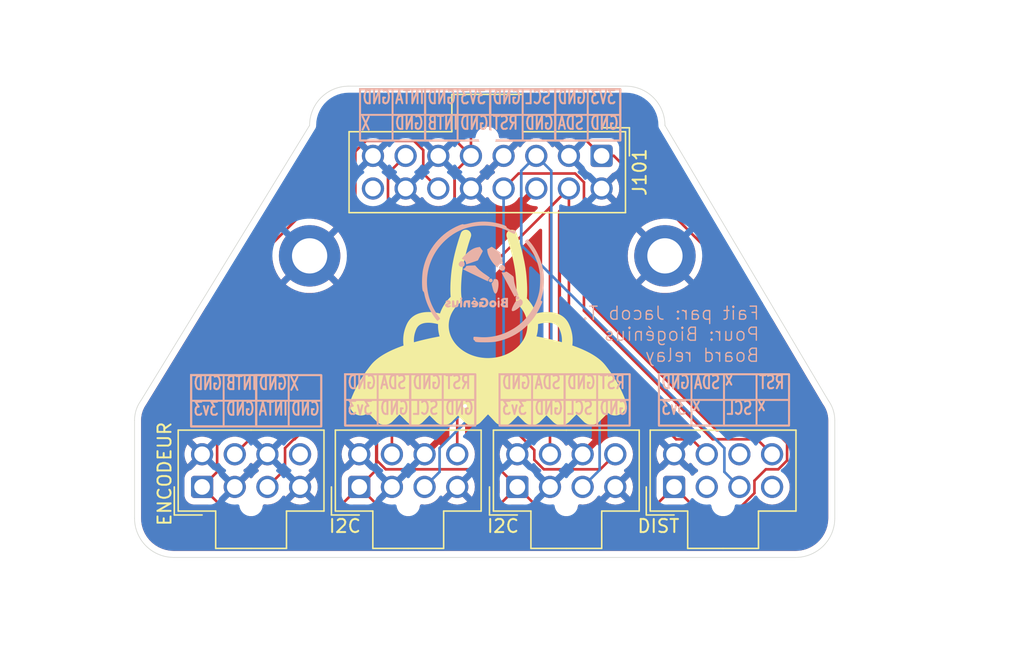
<source format=kicad_pcb>
(kicad_pcb (version 20240108) (generator "pcbnew") (generator_version "8.0")
  (layers (0 "F.Cu" signal) (31 "B.Cu" signal) (34 "B.Paste" user) (35 "F.Paste" user) (36 "B.SilkS" user "B.Silkscreen") (37 "F.SilkS" user "F.Silkscreen") (38 "B.Mask" user) (39 "F.Mask" user) (44 "Edge.Cuts" user))
  (net 0 "")
  (net 1 "SDA_I2C")
  (net 2 "ENC_IntA")
  (net 3 "GND")
  (net 4 "SCL_I2C")
  (net 5 "ENC_IntB")
  (net 7 "RESET")
  (net 8 "Vcc_3v3")
  (footprint "Connector_Molex:Molex_Nano-Fit_105310-xx16_2x08_P2.50mm_Vertical" (layer "F.Cu") (at 142.15 55.44 -90)
    (property "Reference" "J101")
    (property "Value" "Conn_I2C+Enc")
  )
  (footprint "Connector_Molex:Molex_Nano-Fit_105310-xx08_2x04_P2.50mm_Vertical" (layer "F.Cu") (at 123.6 80.8 90)
    (property "Reference" "I2C")
    (property "Value" "Conn_I2C")
  )
  (footprint "" (layer "F.Cu") (at 147 63.1)
    (property "Reference" "")
    (property "Value" "")
  )
  (footprint "Connector_Molex:Molex_Nano-Fit_105310-xx08_2x04_P2.50mm_Vertical" (layer "F.Cu") (at 111.57 80.8 90)
    (property "Reference" "ENCODEUR")
    (property "Value" "Conn_Encodeur")
  )
  (footprint "Connector_Molex:Molex_Nano-Fit_105310-xx08_2x04_P2.50mm_Vertical" (layer "F.Cu") (at 147.7 80.8 90)
    (property "Reference" "DIST")
    (property "Value" "Conn_Capt_Distance")
  )
  (footprint "MountingHole:MountingHole_2.7mm_M2.5_DIN965_Pad" (layer "F.Cu") (at 119.8 63.1)
    (property "Reference" "REF**" (hide yes))
    (property "Value" "MountingHole_2.7mm_M2.5_DIN965_Pad")
  )
  (footprint "Connector_Molex:Molex_Nano-Fit_105310-xx08_2x04_P2.50mm_Vertical" (layer "F.Cu") (at 135.7 80.8 90)
    (property "Reference" "I2C")
    (property "Value" "Conn_I2C")
  )
  (gr_rect (start 151.52 72.17) (end 154.01 76.1) (stroke (width 0.15)) (fill none) (layer "B.SilkS"))
  (gr_line (start 146.54 74.135) (end 156.5 74.135) (stroke (width 0.15)) (layer "B.SilkS"))
  (gr_line (start 123.66 52.3) (end 143.58 52.3) (stroke (width 0.15)) (layer "B.SilkS"))
  (gr_poly (pts (xy 132.644639 62.446291) (xy 132.58981 62.457625) (xy 132.535085 62.471806) (xy 132.480401 62.48887) (xy 132.425696 62.508854) (xy 132.370909 62.531794) (xy 132.315977 62.557726) (xy 132.260838 62.586687) (xy 132.205431 62.618711) (xy 132.149693 62.653837) (xy 132.093562 62.692099) (xy 132.036976 62.733534) (xy 131.979874 62.778178) (xy 131.922192 62.826067) (xy 131.86387 62.877238) (xy 131.804846 62.931727) (xy 131.745056 62.989569) (xy 131.693607 63.040779) (xy 131.647656 63.087375) (xy 131.60708 63.129537) (xy 131.588768 63.149012) (xy 131.571754 63.167446) (xy 131.556021 63.184862) (xy 131.541554 63.201283) (xy 131.528338 63.216731) (xy 131.516357 63.231229) (xy 131.505595 63.244799) (xy 131.496038 63.257464) (xy 131.487669 63.269247) (xy 131.480473 63.28017) (xy 131.474434 63.290256) (xy 131.469538 63.299527) (xy 131.465768 63.308006) (xy 131.463109 63.315716) (xy 131.462192 63.31929) (xy 131.461546 63.32268) (xy 131.46117 63.325888) (xy 131.461063 63.328919) (xy 131.461221 63.331774) (xy 131.461644 63.334456) (xy 131.462329 63.336969) (xy 131.463275 63.339315) (xy 131.464478 63.341497) (xy 131.465938 63.343518) (xy 131.467653 63.34538) (xy 131.46962 63.347086) (xy 131.471838 63.34864) (xy 131.474305 63.350044) (xy 131.477018 63.351301) (xy 131.479976 63.352413) (xy 131.486619 63.354217) (xy 131.494218 63.355477) (xy 131.502758 63.356217) (xy 131.512222 63.356458) (xy 131.520731 63.357028) (xy 131.529688 63.358701) (xy 131.539047 63.361423) (xy 131.548761 63.36514) (xy 131.558782 63.369797) (xy 131.569064 63.375341) (xy 131.590219 63.388869) (xy 131.61185 63.405292) (xy 131.633579 63.424175) (xy 131.655029 63.445083) (xy 131.675823 63.467583) (xy 131.695583 63.49124) (xy 131.713933 63.515621) (xy 131.730494 63.540292) (xy 131.744891 63.564817) (xy 131.756744 63.588764) (xy 131.7616 63.600385) (xy 131.765678 63.611698) (xy 131.768933 63.62265) (xy 131.771315 63.633185) (xy 131.77278 63.64325) (xy 131.773278 63.652791) (xy 131.773401 63.66196) (xy 131.773761 63.670912) (xy 131.774348 63.679596) (xy 131.775152 63.687959) (xy 131.776164 63.69595) (xy 131.777371 63.703517) (xy 131.778765 63.710609) (xy 131.780334 63.717173) (xy 131.782068 63.723159) (xy 131.782995 63.725919) (xy 131.783958 63.728514) (xy 131.784958 63.73094) (xy 131.785992 63.733188) (xy 131.787061 63.735252) (xy 131.788161 63.737127) (xy 131.789293 63.738806) (xy 131.790454 63.740281) (xy 131.791643 63.741547) (xy 131.79286 63.742598) (xy 131.794103 63.743426) (xy 131.79537 63.744026) (xy 131.79666 63.74439) (xy 131.797973 63.744513) (xy 131.812897 63.741475) (xy 131.843283 63.732773) (xy 131.943493 63.700857) (xy 132.084715 63.653728) (xy 132.253056 63.596347) (xy 132.679917 63.44818) (xy 132.870417 63.095402) (xy 132.908836 63.025377) (xy 132.94428 62.959197) (xy 132.976085 62.898391) (xy 133.00359 62.844489) (xy 133.026135 62.799021) (xy 133.043057 62.763516) (xy 133.053696 62.739503) (xy 133.056452 62.732285) (xy 133.057389 62.728514) (xy 133.053827 62.722843) (xy 133.046089 62.711591) (xy 133.019907 62.675156) (xy 132.982479 62.62483) (xy 132.960686 62.596215) (xy 132.937445 62.566235) (xy 132.828084 62.414542)) (stroke (width -0.000001)) (fill solid) (layer "B.SilkS"))
  (gr_rect (start 115.71 72.235) (end 118.2 76.165) (stroke (width 0.15)) (fill none) (layer "B.SilkS"))
  (gr_rect (start 133.62 50.335) (end 138.6 54.265) (stroke (width 0.15)) (fill none) (layer "B.SilkS"))
  (gr_rect (start 123.66 50.335) (end 128.64 54.265) (stroke (width 0.15)) (fill none) (layer "B.SilkS"))
  (gr_rect (start 133.62 50.335) (end 143.58 54.265) (stroke (width 0.15)) (fill none) (layer "B.SilkS"))
  (gr_poly (pts (xy 133.738322 62.404446) (xy 133.73331 62.40588) (xy 133.719013 62.411399) (xy 133.699672 62.420143) (xy 133.676073 62.431739) (xy 133.649002 62.445816) (xy 133.619243 62.462001) (xy 133.587583 62.479922) (xy 133.554806 62.499208) (xy 133.389 62.597986) (xy 133.410167 62.774375) (xy 133.418434 62.826511) (xy 133.431155 62.882068) (xy 133.448072 62.940582) (xy 133.468927 63.001586) (xy 133.493461 63.064615) (xy 133.521416 63.129206) (xy 133.552534 63.194892) (xy 133.586556 63.261208) (xy 133.623224 63.32769) (xy 133.662279 63.393872) (xy 133.703463 63.459289) (xy 133.746518 63.523476) (xy 133.791186 63.585968) (xy 133.837207 63.646301) (xy 133.884324 63.704008) (xy 133.932278 63.758624) (xy 134.158056 64.002041) (xy 134.225084 63.899736) (xy 134.241428 63.874381) (xy 134.257447 63.85118) (xy 134.273228 63.830058) (xy 134.288859 63.810935) (xy 134.304428 63.793734) (xy 134.320024 63.778379) (xy 134.335732 63.76479) (xy 134.343657 63.758635) (xy 134.351643 63.752892) (xy 134.359701 63.747552) (xy 134.367842 63.742606) (xy 134.376078 63.738043) (xy 134.384419 63.733854) (xy 134.392877 63.73003) (xy 134.401461 63.72656) (xy 134.419056 63.720646) (xy 134.437292 63.716034) (xy 134.456256 63.712646) (xy 134.476037 63.710406) (xy 134.496722 63.709236) (xy 134.501972 63.709174) (xy 134.507133 63.708992) (xy 134.512202 63.708692) (xy 134.517172 63.708278) (xy 134.522039 63.707753) (xy 134.526798 63.70712) (xy 134.531443 63.706382) (xy 134.535969 63.705543) (xy 134.540371 63.704605) (xy 134.544644 63.703573) (xy 134.548782 63.702449) (xy 134.552781 63.701236) (xy 134.556635 63.699938) (xy 134.560339 63.698559) (xy 134.563889 63.6971) (xy 134.567278 63.695566) (xy 134.570502 63.693959) (xy 134.573555 63.692283) (xy 134.576432 63.690542) (xy 134.579129 63.688737) (xy 134.58164 63.686874) (xy 134.583959 63.684954) (xy 134.586082 63.682981) (xy 134.588004 63.680958) (xy 134.589718 63.678889) (xy 134.591221 63.676777) (xy 134.592507 63.674624) (xy 134.593571 63.672435) (xy 134.594407 63.670212) (xy 134.595011 63.667959) (xy 134.595377 63.665679) (xy 134.5955 63.663375) (xy 134.593426 63.647486) (xy 134.587508 63.616962) (xy 134.565955 63.519618) (xy 134.534481 63.386554) (xy 134.496722 63.232986) (xy 134.397945 62.84493) (xy 134.083972 62.626208) (xy 134.019205 62.582366) (xy 133.958075 62.541376) (xy 133.901906 62.504107) (xy 133.852021 62.471427) (xy 133.809743 62.444203) (xy 133.776394 62.423306) (xy 133.753298 62.409601) (xy 133.746009 62.405718) (xy 133.741778 62.403958)) (stroke (width -0.000001)) (fill solid) (layer "B.SilkS"))
  (gr_rect (start 133.62 50.335) (end 136.11 54.265) (stroke (width 0.15)) (fill none) (layer "B.SilkS"))
  (gr_rect (start 123.66 50.335) (end 126.15 54.265) (stroke (width 0.15)) (fill none) (layer "B.SilkS"))
  (gr_poly (pts (xy 131.089998 66.496612) (xy 131.081386 66.497985) (xy 131.073591 66.500412) (xy 131.066565 66.504007) (xy 131.063327 66.506278) (xy 131.060263 66.508884) (xy 131.054638 66.515156) (xy 131.049644 66.522936) (xy 131.045233 66.53234) (xy 131.04136 66.54348) (xy 131.037978 66.556469) (xy 131.03504 66.571423) (xy 131.0325 66.588453) (xy 131.030312 66.607675) (xy 131.028428 66.629202) (xy 131.02539 66.679624) (xy 131.023938 66.70502) (xy 131.022213 66.728338) (xy 131.020188 66.749651) (xy 131.019055 66.759578) (xy 131.017838 66.769031) (xy 131.016532 66.778019) (xy 131.015136 66.786551) (xy 131.013645 66.794636) (xy 131.012057 66.802283) (xy 131.010368 66.809502) (xy 131.008575 66.8163) (xy 131.006674 66.822687) (xy 131.004663 66.828673) (xy 131.002539 66.834266) (xy 131.000298 66.839475) (xy 130.997936 66.84431) (xy 130.995451 66.848778) (xy 130.99284 66.852891) (xy 130.990099 66.856656) (xy 130.987224 66.860082) (xy 130.984213 66.863179) (xy 130.981063 66.865955) (xy 130.97777 66.868421) (xy 130.974331 66.870583) (xy 130.970743 66.872453) (xy 130.967003 66.874038) (xy 130.963106 66.875348) (xy 130.959051 66.876393) (xy 130.954834 66.877179) (xy 130.946019 66.878648) (xy 130.938056 66.879006) (xy 130.93089 66.878133) (xy 130.927587 66.877199) (xy 130.924462 66.875912) (xy 130.921507 66.874259) (xy 130.918716 66.872223) (xy 130.916082 66.869791) (xy 130.913596 66.866948) (xy 130.909044 66.859967) (xy 130.905004 66.851163) (xy 130.901418 66.840415) (xy 130.898231 66.827605) (xy 130.895384 66.812615) (xy 130.892822 66.795324) (xy 130.890487 66.775616) (xy 130.888323 66.75337) (xy 130.884279 66.700791) (xy 130.882317 66.670204) (xy 130.880324 66.643127) (xy 130.878186 66.619346) (xy 130.87579 66.598651) (xy 130.874459 66.589394) (xy 130.873022 66.580828) (xy 130.871463 66.572928) (xy 130.869768 66.565667) (xy 130.867923 66.559019) (xy 130.865914 66.552956) (xy 130.863727 66.547452) (xy 130.861348 66.542482) (xy 130.858762 66.538018) (xy 130.855955 66.534034) (xy 130.852912 66.530503) (xy 130.849621 66.527399) (xy 130.846066 66.524696) (xy 130.842233 66.522367) (xy 130.838108 66.520385) (xy 130.833677 66.518725) (xy 130.828926 66.517359) (xy 130.82384 66.516261) (xy 130.818405 66.515404) (xy 130.812607 66.514763) (xy 130.806432 66.51431) (xy 130.799865 66.51402) (xy 130.785501 66.513819) (xy 130.770558 66.513961) (xy 130.757403 66.514625) (xy 130.745922 66.516168) (xy 130.736001 66.518945) (xy 130.731591 66.520909) (xy 130.727528 66.523314) (xy 130.723799 66.526207) (xy 130.720388 66.529632) (xy 130.717283 66.533633) (xy 130.714468 66.538254) (xy 130.709653 66.549538) (xy 130.705831 66.563839) (xy 130.702887 66.581515) (xy 130.700708 66.602922) (xy 130.69918 66.628417) (xy 130.69819 66.658355) (xy 130.697623 66.693095) (xy 130.697306 66.778402) (xy 130.697306 67.042985) (xy 130.884279 67.050041) (xy 130.929781 67.050467) (xy 130.97115 67.048987) (xy 131.00855 67.045429) (xy 131.025813 67.042818) (xy 131.042146 67.039623) (xy 131.05757 67.035824) (xy 131.072105 67.031399) (xy 131.085772 67.026326) (xy 131.098591 67.020585) (xy 131.110583 67.014155) (xy 131.121769 67.007013) (xy 131.13217 66.999138) (xy 131.141806 66.99051) (xy 131.150698 66.981106) (xy 131.158866 66.970906) (xy 131.166332 66.959888) (xy 131.173115 66.948032) (xy 131.179237 66.935314) (xy 131.184718 66.921715) (xy 131.189579 66.907213) (xy 131.193841 66.891787) (xy 131.197524 66.875415) (xy 131.200648 66.858076) (xy 131.205306 66.820412) (xy 131.20798 66.778623) (xy 131.208834 66.732541) (xy 131.208712 66.712839) (xy 131.208352 66.693494) (xy 131.207764 66.674614) (xy 131.20696 66.656308) (xy 131.205949 66.638684) (xy 131.204741 66.62185) (xy 131.203348 66.605916) (xy 131.201778 66.590989) (xy 131.200044 66.577179) (xy 131.198154 66.564593) (xy 131.19612 66.55334) (xy 131.193951 66.543529) (xy 131.191659 66.535269) (xy 131.189252 66.528667) (xy 131.18801 66.526022) (xy 131.186743 66.523833) (xy 131.185452 66.522113) (xy 131.18414 66.520875) (xy 131.181832 66.518272) (xy 131.17891 66.515762) (xy 131.175419 66.513355) (xy 131.171407 66.511063) (xy 131.166918 66.508894) (xy 131.162001 66.50686) (xy 131.156702 66.50497) (xy 131.151067 66.503235) (xy 131.145142 66.501666) (xy 131.138974 66.500273) (xy 131.13261 66.499065) (xy 131.126096 66.498054) (xy 131.119479 66.49725) (xy 131.112805 66.496662) (xy 131.106121 66.496302) (xy 131.099473 66.49618)) (stroke (width -0.000001)) (fill solid) (layer "B.SilkS"))
  (gr_poly (pts (xy 131.373966 66.496482) (xy 131.36396 66.497606) (xy 131.355132 66.499878) (xy 131.34741 66.503622) (xy 131.340721 66.509164) (xy 131.334993 66.51683) (xy 131.330155 66.526946) (xy 131.326133 66.539836) (xy 131.322855 66.555828) (xy 131.320248 66.575245) (xy 131.318242 66.598414) (xy 131.316762 66.625661) (xy 131.315095 66.693688) (xy 131.314667 66.78193) (xy 131.314725 66.830443) (xy 131.314964 66.873039) (xy 131.315481 66.910085) (xy 131.316376 66.941948) (xy 131.316996 66.95605) (xy 131.317746 66.968994) (xy 131.31864 66.980826) (xy 131.31969 66.991592) (xy 131.320908 67.001336) (xy 131.322306 67.010106) (xy 131.323896 67.017948) (xy 131.325691 67.024906) (xy 131.327704 67.031027) (xy 131.329945 67.036356) (xy 131.332428 67.040941) (xy 131.335165 67.044825) (xy 131.336633 67.04652) (xy 131.338168 67.048056) (xy 131.339774 67.049441) (xy 131.34145 67.050679) (xy 131.345022 67.05274) (xy 131.348897 67.054285) (xy 131.353088 67.05536) (xy 131.357606 67.056011) (xy 131.362463 67.056282) (xy 131.367673 67.056222) (xy 131.373247 67.055874) (xy 131.379198 67.055285) (xy 131.392278 67.053569) (xy 131.405401 67.051418) (xy 131.417055 67.048766) (xy 131.427346 67.04536) (xy 131.436376 67.040946) (xy 131.444248 67.035271) (xy 131.447782 67.031882) (xy 131.451065 67.028082) (xy 131.456932 67.019126) (xy 131.461952 67.008149) (xy 131.466227 66.994898) (xy 131.469862 66.97912) (xy 131.472959 66.960563) (xy 131.475622 66.938971) (xy 131.477954 66.914093) (xy 131.480059 66.885676) (xy 131.484001 66.817208) (xy 131.486157 66.771099) (xy 131.487363 66.726147) (xy 131.487659 66.683511) (xy 131.487087 66.644347) (xy 131.485688 66.609813) (xy 131.484692 66.594644) (xy 131.483504 66.581067) (xy 131.48213 66.569226) (xy 131.480576 66.559266) (xy 131.478845 66.551332) (xy 131.476945 66.545569) (xy 131.47586 66.542944) (xy 131.474597 66.540363) (xy 131.47316 66.537829) (xy 131.471557 66.535344) (xy 131.467876 66.530531) (xy 131.463605 66.525946) (xy 131.458798 66.521608) (xy 131.453504 66.51754) (xy 131.447777 66.51376) (xy 131.441667 66.510291) (xy 131.435226 66.507153) (xy 131.428507 66.504366) (xy 131.42156 66.501951) (xy 131.414437 66.499928) (xy 131.40719 66.49832) (xy 131.399871 66.497145) (xy 131.392532 66.496425) (xy 131.385223 66.49618)) (stroke (width -0.000001)) (fill solid) (layer "B.SilkS"))
  (gr_rect (start 122.52 72.17) (end 127.5 76.1) (stroke (width 0.15)) (fill none) (layer "B.SilkS"))
  (gr_rect (start 123.66 50.335) (end 143.58 54.265) (stroke (width 0.15)) (fill none) (layer "B.SilkS"))
  (gr_rect (start 127.5 72.17) (end 132.48 76.1) (stroke (width 0.15)) (fill none) (layer "B.SilkS"))
  (gr_poly (pts (xy 134.840161 64.307965) (xy 134.833956 64.309013) (xy 134.827823 64.310562) (xy 134.82171 64.312592) (xy 134.815564 64.31508) (xy 134.80933 64.318005) (xy 134.802957 64.321346) (xy 134.796392 64.325082) (xy 134.782472 64.333652) (xy 134.773474 64.339398) (xy 134.763731 64.344725) (xy 134.753327 64.349628) (xy 134.742344 64.354102) (xy 134.730865 64.358143) (xy 134.718972 64.361744) (xy 134.706749 64.3649) (xy 134.694278 64.367607) (xy 134.681641 64.369859) (xy 134.668922 64.371652) (xy 134.656203 64.372979) (xy 134.643566 64.373836) (xy 134.631095 64.374218) (xy 134.618872 64.374119) (xy 134.606979 64.373534) (xy 134.5955 64.372458) (xy 134.58501 64.370597) (xy 134.574747 64.368978) (xy 134.564773 64.367598) (xy 134.555151 64.36645) (xy 134.545943 64.365529) (xy 134.537209 64.36483) (xy 134.529013 64.364349) (xy 134.521417 64.364079) (xy 134.514482 64.364017) (xy 134.50827 64.364155) (xy 134.502844 64.36449) (xy 134.498266 64.365016) (xy 134.494597 64.365729) (xy 134.493123 64.366153) (xy 134.491899 64.366622) (xy 134.490934 64.367135) (xy 134.490235 64.367691) (xy 134.48981 64.368289) (xy 134.489667 64.36893) (xy 134.627581 64.636931) (xy 134.936813 65.219125) (xy 135.260597 65.822485) (xy 135.442167 66.153985) (xy 135.45165 66.168956) (xy 135.460316 66.182139) (xy 135.464372 66.188069) (xy 135.468258 66.193564) (xy 135.471987 66.198628) (xy 135.475571 66.203264) (xy 135.479019 66.207476) (xy 135.482345 66.211269) (xy 135.48556 66.214645) (xy 135.488676 66.21761) (xy 135.491703 66.220166) (xy 135.494655 66.222317) (xy 135.497541 66.224068) (xy 135.500375 66.225423) (xy 135.503168 66.226385) (xy 135.50593 66.226958) (xy 135.508675 66.227146) (xy 135.511413 66.226953) (xy 135.514157 66.226382) (xy 135.516917 66.225439) (xy 135.519705 66.224125) (xy 135.522534 66.222447) (xy 135.525414 66.220406) (xy 135.528358 66.218008) (xy 135.531377 66.215255) (xy 135.534482 66.212153) (xy 135.537685 66.208704) (xy 135.540998 66.204913) (xy 135.544433 66.200783) (xy 135.548 66.196319) (xy 135.553074 66.191074) (xy 135.55899 66.185942) (xy 135.565681 66.180956) (xy 135.57308 66.176144) (xy 135.58112 66.17154) (xy 135.589734 66.167173) (xy 135.598854 66.163075) (xy 135.608413 66.159277) (xy 135.618345 66.15581) (xy 135.628581 66.152704) (xy 135.639055 66.149991) (xy 135.649699 66.147702) (xy 135.660447 66.145867) (xy 135.671231 66.144518) (xy 135.681984 66.143686) (xy 135.692639 66.143402) (xy 135.791417 66.143402) (xy 135.632667 65.684791) (xy 135.598168 65.581859) (xy 135.566356 65.480456) (xy 135.537603 65.382112) (xy 135.512281 65.288357) (xy 135.490763 65.200721) (xy 135.473421 65.120733) (xy 135.460626 65.049922) (xy 135.45605 65.018437) (xy 135.45275 64.989819) (xy 135.448327 64.941078) (xy 135.443159 64.893577) (xy 135.437495 64.848556) (xy 135.431584 64.807256) (xy 135.425672 64.770917) (xy 135.420008 64.74078) (xy 135.41484 64.718084) (xy 135.41252 64.709913) (xy 135.410417 64.704069) (xy 135.406471 64.698509) (xy 135.400019 64.691171) (xy 135.380155 64.671658) (xy 135.35194 64.646522) (xy 135.31649 64.616757) (xy 135.274921 64.583353) (xy 135.22835 64.547303) (xy 135.177894 64.5096) (xy 135.124667 64.471235) (xy 135.080981 64.439498) (xy 135.042246 64.411642) (xy 135.008038 64.387496) (xy 134.977933 64.366891) (xy 134.964287 64.357862) (xy 134.951508 64.349654) (xy 134.939542 64.342246) (xy 134.928338 64.335616) (xy 134.917841 64.329743) (xy 134.908 64.324606) (xy 134.89876 64.320184) (xy 134.89007 64.316454) (xy 134.881875 64.313397) (xy 134.874124 64.31099) (xy 134.866763 64.309212) (xy 134.859739 64.308042) (xy 134.852999 64.307458) (xy 134.846491 64.30744)) (stroke (width -0.000001)) (fill solid) (layer "B.SilkS"))
  (gr_poly (pts (xy 134.535418 63.79102) (xy 134.523125 63.792352) (xy 134.510255 63.794501) (xy 134.496722 63.79743) (xy 134.471853 63.804282) (xy 134.44883 63.812847) (xy 134.427639 63.822998) (xy 134.408266 63.83461) (xy 134.390696 63.847554) (xy 134.374916 63.861705) (xy 134.36091 63.876937) (xy 134.348666 63.893121) (xy 134.338168 63.910133) (xy 134.329403 63.927844) (xy 134.322356 63.94613) (xy 134.317013 63.964862) (xy 134.313359 63.983915) (xy 134.311382 64.003161) (xy 134.311065 64.022475) (xy 134.312396 64.041729) (xy 134.31536 64.060797) (xy 134.319943 64.079552) (xy 134.32613 64.097869) (xy 134.333907 64.115619) (xy 134.343261 64.132677) (xy 134.354177 64.148916) (xy 134.36664 64.164209) (xy 134.380637 64.17843) (xy 134.396153 64.191452) (xy 134.413174 64.203149) (xy 134.431686 64.213393) (xy 134.451674 64.222059) (xy 134.473126 64.229019) (xy 134.496025 64.234148) (xy 134.520358 64.237318) (xy 134.546111 64.238402) (xy 134.560997 64.238112) (xy 134.575236 64.237238) (xy 134.588845 64.235775) (xy 134.601839 64.233717) (xy 134.608111 64.232464) (xy 134.614234 64.23106) (xy 134.620211 64.229505) (xy 134.626045 64.227798) (xy 134.631736 64.225939) (xy 134.637287 64.223927) (xy 134.6427 64.221761) (xy 134.647976 64.219441) (xy 134.653118 64.216965) (xy 134.658128 64.214334) (xy 134.663007 64.211547) (xy 134.667758 64.208602) (xy 134.672382 64.2055) (xy 134.676881 64.20224) (xy 134.681258 64.198821) (xy 134.685514 64.195242) (xy 134.689651 64.191504) (xy 134.693671 64.187604) (xy 134.697576 64.183543) (xy 134.701368 64.179319) (xy 134.705049 64.174933) (xy 134.708621 64.170384) (xy 134.712085 64.16567) (xy 134.715445 64.160792) (xy 134.729583 64.139984) (xy 134.735844 64.129835) (xy 134.741565 64.119843) (xy 134.746747 64.109998) (xy 134.751388 64.100291) (xy 134.755488 64.090712) (xy 134.759046 64.081251) (xy 134.762061 64.071898) (xy 134.764533 64.062645) (xy 134.766461 64.05348) (xy 134.767845 64.044395) (xy 134.768683 64.03538) (xy 134.768975 64.026425) (xy 134.768721 64.01752) (xy 134.76792 64.008656) (xy 134.766571 63.999823) (xy 134.764674 63.991011) (xy 134.762228 63.982211) (xy 134.759232 63.973413) (xy 134.755685 63.964607) (xy 134.751588 63.955783) (xy 134.746939 63.946933) (xy 134.741738 63.938045) (xy 134.735983 63.929111) (xy 134.729676 63.920121) (xy 134.722813 63.911065) (xy 134.715397 63.901934) (xy 134.698895 63.883405) (xy 134.680167 63.864458) (xy 134.667875 63.851884) (xy 134.656079 63.840597) (xy 134.644696 63.830561) (xy 134.633644 63.821739) (xy 134.622841 63.814095) (xy 134.612202 63.807593) (xy 134.606919 63.804759) (xy 134.601646 63.802197) (xy 134.596373 63.799903) (xy 134.59109 63.797871) (xy 134.585787 63.796098) (xy 134.580452 63.794578) (xy 134.575076 63.793308) (xy 134.569648 63.792283) (xy 134.564158 63.791498) (xy 134.558596 63.790949) (xy 134.547214 63.79054)) (stroke (width -0.000001)) (fill solid) (layer "B.SilkS"))
  (gr_rect (start 123.66 50.335) (end 133.62 54.265) (stroke (width 0.15)) (fill none) (layer "B.SilkS"))
  (gr_rect (start 139.32 72.17) (end 141.81 76.1) (stroke (width 0.15)) (fill none) (layer "B.SilkS"))
  (gr_rect (start 122.52 72.17) (end 132.48 76.1) (stroke (width 0.15)) (fill none) (layer "B.SilkS"))
  (gr_poly (pts (xy 136.387611 61.89243) (xy 136.377821 61.899741) (xy 136.368326 61.907093) (xy 136.359171 61.914444) (xy 136.350404 61.921755) (xy 136.342071 61.928983) (xy 136.334219 61.936086) (xy 136.326894 61.943025) (xy 136.320142 61.949757) (xy 136.314011 61.95624) (xy 136.308546 61.962435) (xy 136.303795 61.968298) (xy 136.299803 61.97379) (xy 136.296617 61.978868) (xy 136.295341 61.981239) (xy 136.294284 61.983491) (xy 136.293451 61.985619) (xy 136.29285 61.987618) (xy 136.292484 61.989483) (xy 136.292361 61.991208) (xy 136.292838 61.995194) (xy 136.295517 62.001764) (xy 136.300283 62.010773) (xy 136.307024 62.022076) (xy 136.325972 62.050987) (xy 136.351452 62.08734) (xy 136.382554 62.129976) (xy 136.418369 62.177739) (xy 136.457988 62.229471) (xy 136.5005 62.284013) (xy 136.593936 62.405192) (xy 136.682442 62.527988) (xy 136.76605 62.652448) (xy 136.844789 62.778619) (xy 136.918692 62.906547) (xy 136.987788 63.036278) (xy 137.05211 63.167859) (xy 137.111688 63.301336) (xy 137.166552 63.436757) (xy 137.216735 63.574167) (xy 137.262267 63.713614) (xy 137.30318 63.855142) (xy 137.339503 63.9988) (xy 137.371269 64.144634) (xy 137.398507 64.292689) (xy 137.42125 64.443013) (xy 137.429647 64.517005) (xy 137.43634 64.598056) (xy 137.444732 64.77716) (xy 137.446675 64.971973) (xy 137.442417 65.174145) (xy 137.432205 65.375325) (xy 137.416289 65.567161) (xy 137.394916 65.741304) (xy 137.38226 65.81913) (xy 137.368333 65.889402) (xy 137.307605 66.135741) (xy 137.234071 66.375801) (xy 137.14799 66.609257) (xy 137.049621 66.835784) (xy 136.939221 67.055054) (xy 136.817049 67.266744) (xy 136.683364 67.470528) (xy 136.538424 67.666079) (xy 136.382487 67.853073) (xy 136.215811 68.031184) (xy 136.038656 68.200085) (xy 135.851279 68.359453) (xy 135.653939 68.508961) (xy 135.446893 68.648283) (xy 135.230402 68.777094) (xy 135.004722 68.895069) (xy 134.870344 68.958153) (xy 134.734524 69.016426) (xy 134.597391 69.069872) (xy 134.459074 69.118476) (xy 134.319704 69.162223) (xy 134.179409 69.201096) (xy 134.038317 69.235081) (xy 133.896559 69.264162) (xy 133.754264 69.288324) (xy 133.61156 69.30755) (xy 133.468578 69.321825) (xy 133.325445 69.331135) (xy 133.182292 69.335463) (xy 133.039248 69.334794) (xy 132.896441 69.329112) (xy 132.754001 69.318402) (xy 132.682494 69.312297) (xy 132.614543 69.307268) (xy 132.551718 69.303395) (xy 132.495591 69.300763) (xy 132.447731 69.299454) (xy 132.409711 69.299551) (xy 132.394882 69.300152) (xy 132.383101 69.301136) (xy 132.374566 69.302512) (xy 132.371577 69.303351) (xy 132.369472 69.304291) (xy 132.364397 69.307834) (xy 132.359749 69.312455) (xy 132.355525 69.318078) (xy 132.351716 69.324624) (xy 132.348319 69.332015) (xy 132.345327 69.340173) (xy 132.342733 69.349019) (xy 132.340534 69.358476) (xy 132.337291 69.378907) (xy 132.335552 69.400843) (xy 132.335271 69.423657) (xy 132.3364 69.446725) (xy 132.338893 69.46942) (xy 132.342704 69.491118) (xy 132.347787 69.511194) (xy 132.35079 69.520428) (xy 132.354094 69.529021) (xy 132.357692 69.536897) (xy 132.361579 69.543976) (xy 132.365749 69.55018) (xy 132.370196 69.555431) (xy 132.374915 69.559652) (xy 132.379898 69.562763) (xy 132.385142 69.564687) (xy 132.390639 69.565346) (xy 132.393274 69.565418) (xy 132.395884 69.56563) (xy 132.398466 69.56598) (xy 132.401016 69.566462) (xy 132.403529 69.567074) (xy 132.406003 69.567811) (xy 132.408432 69.56867) (xy 132.410814 69.569646) (xy 132.413144 69.570736) (xy 132.415418 69.571935) (xy 132.417633 69.573241) (xy 132.419785 69.574648) (xy 132.421869 69.576154) (xy 132.423883 69.577754) (xy 132.425821 69.579444) (xy 132.427681 69.581221) (xy 132.429458 69.583081) (xy 132.431149 69.58502) (xy 132.432749 69.587033) (xy 132.434254 69.589117) (xy 132.435662 69.591269) (xy 132.436967 69.593484) (xy 132.438167 69.595758) (xy 132.439257 69.598088) (xy 132.440233 69.60047) (xy 132.441091 69.602899) (xy 132.441828 69.605373) (xy 132.44244 69.607886) (xy 132.442922 69.610435) (xy 132.443272 69.613017) (xy 132.443484 69.615627) (xy 132.443556 69.618262) (xy 132.445533 69.633403) (xy 132.451762 69.647118) (xy 132.462694 69.659469) (xy 132.478779 69.670518) (xy 132.500465 69.680326) (xy 132.528202 69.688956) (xy 132.56244 69.69647) (xy 132.603629 69.702929) (xy 132.652217 69.708396) (xy 132.708656 69.712934) (xy 132.84688 69.719465) (xy 133.021898 69.723021) (xy 133.237306 69.724096) (xy 133.46154 69.721932) (xy 133.659978 69.714725) (xy 133.751693 69.708894) (xy 133.839564 69.701399) (xy 133.924458 69.692106) (xy 134.007243 69.68088) (xy 134.088789 69.667587) (xy 134.169962 69.652093) (xy 134.251632 69.634263) (xy 134.334665 69.613963) (xy 134.419931 69.591058) (xy 134.508298 69.565414) (xy 134.697806 69.505373) (xy 134.910968 69.430074) (xy 135.120202 69.343344) (xy 135.325054 69.245576) (xy 135.52507 69.137162) (xy 135.719793 69.018496) (xy 135.908771 68.88997) (xy 136.091547 68.751977) (xy 136.267667 68.604909) (xy 136.436676 68.44916) (xy 136.59812 68.285122) (xy 136.751544 68.113187) (xy 136.896493 67.933749) (xy 137.032512 67.747201) (xy 137.159147 67.553934) (xy 137.275943 67.354343) (xy 137.382444 67.148819) (xy 137.428492 67.054067) (xy 137.468875 66.970411) (xy 137.503801 66.897121) (xy 137.533477 66.833468) (xy 137.546411 66.805029) (xy 137.55811 66.778725) (xy 137.568599 66.754466) (xy 137.577905 66.732162) (xy 137.586054 66.71172) (xy 137.593071 66.693051) (xy 137.598982 66.676062) (xy 137.603813 66.660662) (xy 137.607589 66.646762) (xy 137.610338 66.634269) (xy 137.612083 66.623092) (xy 137.612588 66.617969) (xy 137.612852 66.613141) (xy 137.612879 66.608596) (xy 137.612671 66.604324) (xy 137.612231 66.600312) (xy 137.611564 66.59655) (xy 137.610672 66.593026) (xy 137.609558 66.589728) (xy 137.608226 66.586646) (xy 137.606679 66.583768) (xy 137.60492 66.581082) (xy 137.602952 66.578577) (xy 137.600779 66.576242) (xy 137.598404 66.574066) (xy 137.595829 66.572036) (xy 137.59306 66.570142) (xy 137.586945 66.566715) (xy 137.580087 66.563693) (xy 137.57251 66.560986) (xy 137.564241 66.558503) (xy 137.555306 66.556152) (xy 137.545217 66.553418) (xy 137.53611 66.550488) (xy 137.531921 66.54894) (xy 137.527974 66.547331) (xy 137.524267 66.545657) (xy 137.520799 66.543915) (xy 137.51757 66.542101) (xy 137.514576 66.54021) (xy 137.511817 66.538239) (xy 137.509293 66.536184) (xy 137.507001 66.534042) (xy 137.50494 66.531807) (xy 137.503109 66.529477) (xy 137.501507 66.527048) (xy 137.500132 66.524515) (xy 137.498983 66.521875) (xy 137.49806 66.519124) (xy 137.497359 66.516258) (xy 137.496881 66.513273) (xy 137.496624 66.510165) (xy 137.496586 66.506931) (xy 137.496767 66.503566) (xy 137.497164 66.500067) (xy 137.497778 66.49643) (xy 137.498606 66.49265) (xy 137.499647 66.488725) (xy 137.5009 66.484649) (xy 137.502363 66.48042) (xy 137.505917 66.471485) (xy 137.512793 66.451752) (xy 137.522563 66.420112) (xy 137.549132 66.327728) (xy 137.618806 66.072847) (xy 137.640255 65.982714) (xy 137.659595 65.883766) (xy 137.676787 65.77719) (xy 137.691786 65.664176) (xy 137.715048 65.423584) (xy 137.729049 65.171499) (xy 137.733458 64.917431) (xy 137.727946 64.670886) (xy 137.721366 64.553406) (xy 137.712181 64.441373) (xy 137.700351 64.335976) (xy 137.685833 64.238402) (xy 137.655572 64.084213) (xy 137.619198 63.928943) (xy 137.576964 63.773167) (xy 137.529123 63.617458) (xy 137.475928 63.46239) (xy 137.417633 63.308537) (xy 137.35449 63.156471) (xy 137.286753 63.006767) (xy 137.214676 62.859998) (xy 137.138511 62.716738) (xy 137.058512 62.577561) (xy 136.974931 62.443039) (xy 136.888022 62.313747) (xy 136.798039 62.190259) (xy 136.705234 62.073147) (xy 136.609861 61.962986) (xy 136.482861 61.818347)) (stroke (width -0.000001)) (fill solid) (layer "B.SilkS"))
  (gr_poly (pts (xy 131.432308 63.497967) (xy 131.422774 63.499138) (xy 131.413095 63.501052) (xy 131.403302 63.503674) (xy 131.393427 63.506973) (xy 131.3835 63.510917) (xy 131.373552 63.515474) (xy 131.363615 63.52061) (xy 131.353719 63.526294) (xy 131.343895 63.532494) (xy 131.324589 63.54631) (xy 131.305944 63.561801) (xy 131.288209 63.578708) (xy 131.271631 63.596772) (xy 131.256459 63.615736) (xy 131.24294 63.63534) (xy 131.231323 63.655327) (xy 131.226306 63.665383) (xy 131.221856 63.675438) (xy 131.218006 63.685459) (xy 131.214787 63.695414) (xy 131.212229 63.705271) (xy 131.210364 63.714998) (xy 131.209221 63.724562) (xy 131.208834 63.73393) (xy 131.209567 63.750896) (xy 131.211721 63.767379) (xy 131.215229 63.78335) (xy 131.220024 63.798781) (xy 131.226038 63.813643) (xy 131.233204 63.827909) (xy 131.241456 63.841549) (xy 131.250726 63.854536) (xy 131.260947 63.866841) (xy 131.272051 63.878435) (xy 131.283972 63.88929) (xy 131.296642 63.899377) (xy 131.309995 63.908669) (xy 131.323962 63.917137) (xy 131.338477 63.924752) (xy 131.353473 63.931486) (xy 131.368882 63.93731) (xy 131.384637 63.942197) (xy 131.400671 63.946117) (xy 131.416918 63.949042) (xy 131.433308 63.950944) (xy 131.449777 63.951795) (xy 131.466256 63.951565) (xy 131.482678 63.950227) (xy 131.498975 63.947752) (xy 131.515082 63.944112) (xy 131.53093 63.939278) (xy 131.546453 63.933222) (xy 131.561583 63.925916) (xy 131.576253 63.91733) (xy 131.590396 63.907437) (xy 131.603945 63.896208) (xy 131.612255 63.888278) (xy 131.619987 63.87973) (xy 131.627143 63.870609) (xy 131.633724 63.860958) (xy 131.639732 63.850821) (xy 131.645167 63.840243) (xy 131.650031 63.829266) (xy 131.654326 63.817936) (xy 131.658052 63.806295) (xy 131.661211 63.794388) (xy 131.663804 63.782259) (xy 131.665833 63.769952) (xy 131.667298 63.757511) (xy 131.668201 63.744979) (xy 131.668544 63.7324) (xy 131.668327 63.719819) (xy 131.667552 63.707279) (xy 131.66622 63.694825) (xy 131.664333 63.6825) (xy 131.661891 63.670348) (xy 131.658897 63.658412) (xy 131.655351 63.646738) (xy 131.651254 63.635369) (xy 131.646609 63.624349) (xy 131.641416 63.613721) (xy 131.635676 63.60353) (xy 131.629391 63.593819) (xy 131.622562 63.584633) (xy 131.615191 63.576016) (xy 131.607278 63.568011) (xy 131.598825 63.560662) (xy 131.589834 63.554013) (xy 131.58162 63.548147) (xy 131.572905 63.542472) (xy 131.563766 63.537014) (xy 131.55428 63.531799) (xy 131.544526 63.526853) (xy 131.534581 63.522201) (xy 131.524522 63.51787) (xy 131.514427 63.513885) (xy 131.504374 63.510272) (xy 131.494439 63.507057) (xy 131.484701 63.504266) (xy 131.475236 63.501924) (xy 131.466123 63.500057) (xy 131.457439 63.498692) (xy 131.449261 63.497854) (xy 131.441667 63.497569)) (stroke (width -0.000001)) (fill solid) (layer "B.SilkS"))
  (gr_rect (start 146.54 72.17) (end 151.52 76.1) (stroke (width 0.15)) (fill none) (layer "B.SilkS"))
  (gr_rect (start 128.64 50.335) (end 133.62 54.265) (stroke (width 0.15)) (fill none) (layer "B.SilkS"))
  (gr_poly (pts (xy 134.264147 66.291936) (xy 134.257841 66.292404) (xy 134.251542 66.293333) (xy 134.245284 66.294717) (xy 134.239102 66.296549) (xy 134.233027 66.298823) (xy 134.227095 66.301532) (xy 134.221339 66.30467) (xy 134.215792 66.308231) (xy 134.210488 66.312208) (xy 134.20546 66.316594) (xy 134.200743 66.321383) (xy 134.196369 66.326569) (xy 134.192372 66.332145) (xy 134.188786 66.338105) (xy 134.185644 66.344442) (xy 134.182981 66.35115) (xy 134.180829 66.358222) (xy 134.179222 66.365652) (xy 134.178235 66.372202) (xy 134.1779 66.378613) (xy 134.178187 66.384871) (xy 134.179064 66.390959) (xy 134.180502 66.396865) (xy 134.18247 66.402572) (xy 134.184939 66.408066) (xy 134.187876 66.413332) (xy 134.191254 66.418355) (xy 134.19504 66.42312) (xy 134.199204 66.427613) (xy 134.203717 66.431818) (xy 134.208548 66.435721) (xy 134.213666 66.439307) (xy 134.219041 66.442561) (xy 134.224643 66.445468) (xy 134.230441 66.448013) (xy 134.236405 66.450182) (xy 134.242505 66.451959) (xy 134.24871 66.45333) (xy 134.25499 66.454279) (xy 134.261315 66.454793) (xy 134.267654 66.454856) (xy 134.273976 66.454453) (xy 134.280253 66.453569) (xy 134.286452 66.45219) (xy 134.292544 66.450301) (xy 134.298499 66.447887) (xy 134.304285 66.444932) (xy 134.309873 66.441423) (xy 134.315233 66.437344) (xy 134.320334 66.43268) (xy 134.324135 66.428471) (xy 134.327596 66.423812) (xy 134.330705 66.418751) (xy 134.333453 66.413332) (xy 134.335828 66.407604) (xy 134.337821 66.401612) (xy 134.339421 66.395403) (xy 134.340618 66.389024) (xy 134.341402 66.38252) (xy 134.341762 66.375939) (xy 134.341688 66.369327) (xy 134.34117 66.362731) (xy 134.340196 66.356196) (xy 134.338758 66.34977) (xy 134.336844 66.343499) (xy 134.334445 66.33743) (xy 134.331556 66.330763) (xy 134.328206 66.324647) (xy 134.324426 66.319076) (xy 134.320251 66.314045) (xy 134.315714 66.309545) (xy 134.310849 66.305571) (xy 134.30569 66.302117) (xy 134.300269 66.299176) (xy 134.294621 66.296741) (xy 134.28878 66.294806) (xy 134.282778 66.293364) (xy 134.27665 66.292409) (xy 134.270428 66.291936)) (stroke (width -0.000001)) (fill solid) (layer "B.SilkS"))
  (gr_line (start 122.52 74.135) (end 132.48 74.135) (stroke (width 0.15)) (layer "B.SilkS"))
  (gr_poly (pts (xy 132.343931 66.285643) (xy 132.338047 66.286124) (xy 132.332482 66.286866) (xy 132.327272 66.287872) (xy 132.322454 66.289144) (xy 132.318065 66.290684) (xy 132.314142 66.292496) (xy 132.310721 66.294581) (xy 132.30784 66.296943) (xy 132.305535 66.299584) (xy 132.303843 66.302507) (xy 132.302801 66.305714) (xy 132.302445 66.309208) (xy 132.30304 66.314609) (xy 132.304149 66.320213) (xy 132.305748 66.325995) (xy 132.307812 66.331931) (xy 132.310319 66.337997) (xy 132.313243 66.344167) (xy 132.320249 66.356722) (xy 132.328641 66.369402) (xy 132.338226 66.382009) (xy 132.348813 66.394348) (xy 132.360212 66.406221) (xy 132.372231 66.417434) (xy 132.384679 66.427788) (xy 132.397365 66.437088) (xy 132.410097 66.445137) (xy 132.416421 66.448632) (xy 132.422685 66.45174) (xy 132.428864 66.454437) (xy 132.434936 66.456699) (xy 132.440876 66.458501) (xy 132.446661 66.459819) (xy 132.452266 66.460627) (xy 132.457667 66.460902) (xy 132.463775 66.460688) (xy 132.46953 66.460056) (xy 132.474931 66.459021) (xy 132.479977 66.457602) (xy 132.484667 66.455813) (xy 132.488998 66.45367) (xy 132.492971 66.45119) (xy 132.496583 66.44839) (xy 132.499833 66.445284) (xy 132.50272 66.44189) (xy 132.505243 66.438223) (xy 132.507401 66.434299) (xy 132.509191 66.430135) (xy 132.510613 66.425748) (xy 132.511666 66.421152) (xy 132.512348 66.416364) (xy 132.512658 66.411401) (xy 132.512594 66.406278) (xy 132.512156 66.401011) (xy 132.511342 66.395618) (xy 132.51015 66.390113) (xy 132.50858 66.384513) (xy 132.506631 66.378835) (xy 132.5043 66.373094) (xy 132.501587 66.367306) (xy 132.49849 66.361488) (xy 132.495008 66.355656) (xy 132.49114 66.349826) (xy 132.486884 66.344013) (xy 132.482239 66.338235) (xy 132.477205 66.332508) (xy 132.471778 66.326847) (xy 132.467258 66.322651) (xy 132.462319 66.318665) (xy 132.456999 66.31489) (xy 132.451335 66.31133) (xy 132.445364 66.307987) (xy 132.439121 66.304864) (xy 132.432645 66.301962) (xy 132.425972 66.299286) (xy 132.419139 66.296837) (xy 132.412183 66.294618) (xy 132.398046 66.29088) (xy 132.383859 66.288093) (xy 132.369914 66.286277) (xy 132.356506 66.285454) (xy 132.350096 66.285421)) (stroke (width -0.000001)) (fill solid) (layer "B.SilkS"))
  (gr_rect (start 128.64 50.335) (end 131.13 54.265) (stroke (width 0.15)) (fill none) (layer "B.SilkS"))
  (gr_rect (start 146.54 72.17) (end 156.5 76.1) (stroke (width 0.15)) (fill none) (layer "B.SilkS"))
  (gr_rect (start 110.73 72.235) (end 113.22 76.165) (stroke (width 0.15)) (fill none) (layer "B.SilkS"))
  (gr_rect (start 110.73 72.235) (end 120.69 76.165) (stroke (width 0.15)) (fill none) (layer "B.SilkS"))
  (gr_rect (start 110.73 72.235) (end 115.71 76.165) (stroke (width 0.15)) (fill none) (layer "B.SilkS"))
  (gr_line (start 110.73 74.2) (end 120.69 74.2) (stroke (width 0.15)) (layer "B.SilkS"))
  (gr_rect (start 138.6 50.335) (end 143.58 54.265) (stroke (width 0.15)) (fill none) (layer "B.SilkS"))
  (gr_poly (pts (xy 130.367099 66.500907) (xy 130.34982 66.502354) (xy 130.34149 66.50348) (xy 130.333368 66.504875) (xy 130.325455 66.506539) (xy 130.317753 66.508472) (xy 130.310262 66.510674) (xy 130.302985 66.513144) (xy 130.295923 66.515883) (xy 130.289076 66.51889) (xy 130.282446 66.522166) (xy 130.276034 66.525711) (xy 130.269842 66.529525) (xy 130.263871 66.533608) (xy 130.258123 66.537959) (xy 130.252597 66.542579) (xy 130.247297 66.547467) (xy 130.242222 66.552625) (xy 130.235606 66.559206) (xy 130.229644 66.565713) (xy 130.224325 66.572131) (xy 130.219643 66.578449) (xy 130.215589 66.584653) (xy 130.212155 66.590731) (xy 130.209331 66.596669) (xy 130.20711 66.602454) (xy 130.205484 66.608075) (xy 130.204443 66.613517) (xy 130.20398 66.618767) (xy 130.204085 66.623814) (xy 130.204752 66.628643) (xy 130.205971 66.633243) (xy 130.207734 66.6376) (xy 130.210032 66.641701) (xy 130.212857 66.645533) (xy 130.216201 66.649084) (xy 130.220055 66.65234) (xy 130.224412 66.655288) (xy 130.229261 66.657916) (xy 130.234596 66.660211) (xy 130.240408 66.66216) (xy 130.246688 66.663749) (xy 130.253427 66.664967) (xy 130.260619 66.665799) (xy 130.268253 66.666234) (xy 130.276322 66.666257) (xy 130.284818 66.665857) (xy 130.293731 66.665021) (xy 130.303054 66.663734) (xy 130.312778 66.661986) (xy 130.32199 66.660826) (xy 130.331072 66.659987) (xy 130.339978 66.659459) (xy 130.348662 66.65923) (xy 130.357078 66.65929) (xy 130.365178 66.659629) (xy 130.372917 66.660237) (xy 130.380247 66.661104) (xy 130.387123 66.662218) (xy 130.393497 66.66357) (xy 130.399323 66.66515) (xy 130.404556 66.666947) (xy 130.409147 66.66895) (xy 130.411188 66.670026) (xy 130.413051 66.67115) (xy 130.414731 66.67232) (xy 130.416222 66.673535) (xy 130.417517 66.674795) (xy 130.418612 66.676097) (xy 130.419511 66.67774) (xy 130.420228 66.67936) (xy 130.420766 66.680956) (xy 130.421126 66.682525) (xy 130.421314 66.684066) (xy 130.421332 66.685577) (xy 130.421184 66.687055) (xy 130.420871 66.688499) (xy 130.420399 66.689907) (xy 130.41977 66.691277) (xy 130.418987 66.692606) (xy 130.418053 66.693894) (xy 130.416973 66.695138) (xy 130.415748 66.696336) (xy 130.414382 66.697486) (xy 130.412879 66.698586) (xy 130.411241 66.699635) (xy 130.409472 66.70063) (xy 130.405555 66.702452) (xy 130.401151 66.704035) (xy 130.396287 66.705366) (xy 130.39099 66.706428) (xy 130.385284 66.707206) (xy 130.379196 66.707684) (xy 130.372751 66.707847) (xy 130.364354 66.708132) (xy 130.355721 66.708971) (xy 130.346885 66.710341) (xy 130.337879 66.712215) (xy 130.328737 66.71457) (xy 130.31949 66.717381) (xy 130.310173 66.720623) (xy 130.300817 66.724273) (xy 130.291456 66.728305) (xy 130.282123 66.732694) (xy 130.263672 66.742449) (xy 130.245727 66.753341) (xy 130.228553 66.765173) (xy 130.212411 66.777749) (xy 130.197567 66.790873) (xy 130.190714 66.797579) (xy 130.184284 66.804349) (xy 130.17831 66.811157) (xy 130.172825 66.817979) (xy 130.167861 66.824791) (xy 130.163453 66.831569) (xy 130.159633 66.838286) (xy 130.156433 66.84492) (xy 130.153887 66.851445) (xy 130.152027 66.857838) (xy 130.150888 66.864072) (xy 130.1505 66.870125) (xy 130.150888 66.87812) (xy 130.152033 66.886217) (xy 130.153904 66.89439) (xy 130.156474 66.902619) (xy 130.159713 66.910878) (xy 130.163593 66.919145) (xy 130.168083 66.927396) (xy 130.173155 66.935609) (xy 130.18493 66.951825) (xy 130.198684 66.967607) (xy 130.214184 66.982769) (xy 130.231198 66.997124) (xy 130.249494 67.010488) (xy 130.26884 67.022673) (xy 130.289001 67.033494) (xy 130.309747 67.042765) (xy 130.330843 67.050299) (xy 130.341451 67.053357) (xy 130.352059 67.055912) (xy 130.362639 67.057939) (xy 130.373161 67.059415) (xy 130.383597 67.060318) (xy 130.393917 67.060624) (xy 130.404775 67.060259) (xy 130.416124 67.059191) (xy 130.427876 67.057462) (xy 130.439944 67.055112) (xy 130.452238 67.052184) (xy 130.464672 67.048718) (xy 130.477158 67.044756) (xy 130.489608 67.04034) (xy 130.501934 67.03551) (xy 130.514048 67.030308) (xy 130.525862 67.024775) (xy 130.537288 67.018953) (xy 130.548239 67.012883) (xy 130.558627 67.006606) (xy 130.568364 67.000163) (xy 130.577361 66.993597) (xy 130.662028 66.926569) (xy 130.566778 66.901874) (xy 130.556825 66.899393) (xy 130.546845 66.897237) (xy 130.536896 66.895402) (xy 130.527036 66.893882) (xy 130.51732 66.892672) (xy 130.507805 66.891767) (xy 130.498549 66.891161) (xy 130.489608 66.89085) (xy 130.481039 66.890829) (xy 130.472899 66.891091) (xy 130.465245 66.891633) (xy 130.458134 66.892449) (xy 130.451621 66.893533) (xy 130.445766 66.894881) (xy 130.440623 66.896487) (xy 130.43625 66.898346) (xy 130.434576 66.899608) (xy 130.432865 66.900747) (xy 130.431121 66.901766) (xy 130.429346 66.902666) (xy 130.427546 66.903451) (xy 130.425724 66.904121) (xy 130.423884 66.904679) (xy 130.422029 66.905126) (xy 130.420164 66.905465) (xy 130.418293 66.905697) (xy 130.416419 66.905825) (xy 130.414546 66.90585) (xy 130.412679 66.905774) (xy 130.41082 66.905599) (xy 130.408975 66.905327) (xy 130.407146 66.904961) (xy 130.405338 66.904501) (xy 130.403555 66.903951) (xy 130.4018 66.903311) (xy 130.400077 66.902584) (xy 130.39839 66.901772) (xy 130.396744 66.900876) (xy 130.395141 66.899899) (xy 130.393586 66.898843) (xy 130.392083 66.897709) (xy 130.390635 66.896499) (xy 130.389247 66.895216) (xy 130.387922 66.893861) (xy 130.386665 66.892437) (xy 130.385478 66.890944) (xy 130.384366 66.889386) (xy 130.383333 66.887764) (xy 130.382485 66.8861) (xy 130.38192 66.884418) (xy 130.381633 66.882718) (xy 130.381618 66.881004) (xy 130.381869 66.879277) (xy 130.38238 66.877539) (xy 130.383146 66.875792) (xy 130.384161 66.874038) (xy 130.386912 66.870517) (xy 130.390589 66.86699) (xy 130.395144 66.863473) (xy 130.400532 66.859982) (xy 130.406705 66.856533) (xy 130.413616 66.85314) (xy 130.42122 66.84982) (xy 130.429471 66.846588) (xy 130.43832 66.843459) (xy 130.447723 66.840449) (xy 130.457632 66.837573) (xy 130.468001 66.834847) (xy 130.479194 66.83262) (xy 130.490242 66.829927) (xy 130.501084 66.826801) (xy 130.511657 66.823271) (xy 130.521899 66.81937) (xy 130.531749 66.815127) (xy 130.541144 66.810574) (xy 130.550022 66.805742) (xy 130.558321 66.800663) (xy 130.562234 66.798039) (xy 130.565979 66.795366) (xy 130.569549 66.792646) (xy 130.572935 66.789883) (xy 130.57613 66.787081) (xy 130.579126 66.784245) (xy 130.581915 66.781378) (xy 130.58449 66.778483) (xy 130.586842 66.775565) (xy 130.588965 66.772628) (xy 130.59085 66.769675) (xy 130.592489 66.766711) (xy 130.593875 66.763739) (xy 130.595 66.760763) (xy 130.597751 66.752676) (xy 130.600057 66.74431) (xy 130.601927 66.735698) (xy 130.603372 66.72687) (xy 130.604401 66.71786) (xy 130.605023 66.708697) (xy 130.605249 66.699414) (xy 130.605088 66.690042) (xy 130.604549 66.680614) (xy 130.603643 66.671161) (xy 130.60238 66.661714) (xy 130.600768 66.652305) (xy 130.598817 66.642966) (xy 130.596538 66.633728) (xy 130.59394 66.624623) (xy 130.591032 66.615684) (xy 130.587824 66.60694) (xy 130.584327 66.598424) (xy 130.580549 66.590169) (xy 130.576501 66.582204) (xy 130.572191 66.574563) (xy 130.56763 66.567276) (xy 130.562828 66.560375) (xy 130.557794 66.553892) (xy 130.552537 66.547859) (xy 130.547068 66.542307) (xy 130.541396 66.537268) (xy 130.535531 66.532774) (xy 130.529483 66.528856) (xy 130.523261 66.525545) (xy 130.516874 66.522874) (xy 130.510334 66.520875) (xy 130.487557 66.514797) (xy 130.465534 66.509795) (xy 130.444276 66.505868) (xy 130.423793 66.503015) (xy 130.404095 66.501237) (xy 130.385194 66.500535)) (stroke (width -0.000001)) (fill solid) (layer "B.SilkS"))
  (gr_rect (start 134.34 72.17) (end 139.32 76.1) (stroke (width 0.15)) (fill none) (layer "B.SilkS"))
  (gr_poly (pts (xy 132.122528 63.843292) (xy 132.081399 63.844738) (xy 132.042698 63.846433) (xy 132.006458 63.848376) (xy 131.972708 63.850567) (xy 131.94148 63.853007) (xy 131.912805 63.855694) (xy 131.886713 63.858629) (xy 131.863237 63.861812) (xy 131.842406 63.865243) (xy 131.824252 63.868923) (xy 131.808806 63.87285) (xy 131.802108 63.874907) (xy 131.796099 63.877026) (xy 131.790782 63.879207) (xy 131.786161 63.881449) (xy 131.782241 63.883754) (xy 131.779025 63.886121) (xy 131.776516 63.88855) (xy 131.77472 63.891041) (xy 131.773639 63.893593) (xy 131.773278 63.896208) (xy 131.772861 63.901751) (xy 131.771638 63.907768) (xy 131.769651 63.914217) (xy 131.766939 63.921054) (xy 131.763546 63.928238) (xy 131.759512 63.935725) (xy 131.749686 63.95144) (xy 131.737794 63.967857) (xy 131.724165 63.984637) (xy 131.70913 64.001437) (xy 131.693021 64.017916) (xy 131.676168 64.033734) (xy 131.658901 64.04855) (xy 131.641551 64.062022) (xy 131.62445 64.073809) (xy 131.607927 64.083571) (xy 131.599986 64.087586) (xy 131.592314 64.090966) (xy 131.584952 64.093669) (xy 131.577941 64.095653) (xy 131.571323 64.096875) (xy 131.565139 64.097291) (xy 131.562235 64.097322) (xy 131.559475 64.097415) (xy 131.556861 64.09757) (xy 131.55439 64.097787) (xy 131.552065 64.098066) (xy 131.549884 64.098408) (xy 131.547848 64.098811) (xy 131.545957 64.099276) (xy 131.54421 64.099803) (xy 131.542608 64.100392) (xy 131.541151 64.101043) (xy 131.539838 64.101756) (xy 131.538671 64.102531) (xy 131.537647 64.103368) (xy 131.536769 64.104268) (xy 131.536035 64.105229) (xy 131.535446 64.106252) (xy 131.535002 64.107337) (xy 131.534702 64.108484) (xy 131.534547 64.109694) (xy 131.534536 64.110965) (xy 131.534671 64.112298) (xy 131.53495 64.113693) (xy 131.535374 64.115151) (xy 131.535942 64.11667) (xy 131.536655 64.118251) (xy 131.537513 64.119894) (xy 131.538516 64.1216) (xy 131.539663 64.123367) (xy 131.540955 64.125196) (xy 131.542391 64.127088) (xy 131.543973 64.129041) (xy 131.633945 64.176707) (xy 131.851661 64.284815) (xy 132.5 64.6) (xy 133.14834 64.909893) (xy 133.366056 65.011386) (xy 133.456028 65.049791) (xy 133.456369 65.049709) (xy 133.456728 65.049466) (xy 133.457496 65.04851) (xy 133.458315 65.046954) (xy 133.45917 65.04483) (xy 133.460046 65.042169) (xy 133.460927 65.039001) (xy 133.462643 65.03127) (xy 133.464193 65.021886) (xy 133.465454 65.011096) (xy 133.465937 65.005251) (xy 133.466301 64.999148) (xy 133.466531 64.992818) (xy 133.466611 64.986291) (xy 133.466977 64.978818) (xy 133.468051 64.970988) (xy 133.469797 64.962858) (xy 133.472179 64.954486) (xy 133.475159 64.945928) (xy 133.478704 64.93724) (xy 133.482775 64.92848) (xy 133.487337 64.919704) (xy 133.492354 64.91097) (xy 133.49779 64.902334) (xy 133.503607 64.893853) (xy 133.509772 64.885584) (xy 133.516246 64.877584) (xy 133.522994 64.869909) (xy 133.52998 64.862617) (xy 133.537167 64.855763) (xy 133.544234 64.849114) (xy 133.550872 64.842424) (xy 133.557065 64.835734) (xy 133.562799 64.829085) (xy 133.568057 64.822518) (xy 133.572824 64.816076) (xy 133.577084 64.809799) (xy 133.580823 64.803729) (xy 133.584025 64.797907) (xy 133.586673 64.792374) (xy 133.588753 64.787172) (xy 133.589575 64.784708) (xy 133.590249 64.782342) (xy 133.590773 64.780079) (xy 133.591146 64.777925) (xy 133.591364 64.775885) (xy 133.591427 64.773963) (xy 133.591332 64.772166) (xy 133.591078 64.770497) (xy 133.590663 64.768963) (xy 133.590084 64.767569) (xy 133.58623 64.763044) (xy 133.57877 64.756173) (xy 133.553814 64.735929) (xy 133.516786 64.707914) (xy 133.469257 64.673201) (xy 133.348982 64.587983) (xy 133.205556 64.488874) (xy 133.166741 64.462331) (xy 133.127214 64.434449) (xy 133.047137 64.3756) (xy 132.967555 64.314188) (xy 132.890702 64.252072) (xy 132.81881 64.191115) (xy 132.754111 64.133175) (xy 132.725156 64.105919) (xy 132.698838 64.080114) (xy 132.675433 64.055994) (xy 132.655223 64.033791) (xy 132.471778 63.832708)) (stroke (width -0.000001)) (fill solid) (layer "B.SilkS"))
  (gr_rect (start 122.52 72.17) (end 125.01 76.1) (stroke (width 0.15)) (fill none) (layer "B.SilkS"))
  (gr_line (start 134.34 74.135) (end 144.3 74.135) (stroke (width 0.15)) (layer "B.SilkS"))
  (gr_rect (start 115.71 72.235) (end 120.69 76.165) (stroke (width 0.15)) (fill none) (layer "B.SilkS"))
  (gr_poly (pts (xy 131.411413 66.28887) (xy 131.405183 66.289529) (xy 131.398941 66.290727) (xy 131.392719 66.292451) (xy 131.386549 66.294692) (xy 131.380462 66.297439) (xy 131.374491 66.300683) (xy 131.368665 66.304412) (xy 131.363019 66.308617) (xy 131.357582 66.313287) (xy 131.352386 66.318411) (xy 131.347464 66.32398) (xy 131.342847 66.329983) (xy 131.338567 66.33641) (xy 131.334654 66.34325) (xy 131.331142 66.350494) (xy 131.328061 66.35813) (xy 131.325443 66.366148) (xy 131.32332 66.374538) (xy 131.321723 66.383291) (xy 131.320071 66.393464) (xy 131.319496 66.398247) (xy 131.319091 66.402831) (xy 131.318856 66.407219) (xy 131.318793 66.411413) (xy 131.318903 66.415416) (xy 131.319187 66.41923) (xy 131.319647 66.422858) (xy 131.320284 66.426303) (xy 131.3211 66.429567) (xy 131.322095 66.432652) (xy 131.323271 66.435562) (xy 131.324629 66.438299) (xy 131.32617 66.440865) (xy 131.327896 66.443263) (xy 131.329808 66.445496) (xy 131.331908 66.447566) (xy 131.334196 66.449476) (xy 131.336674 66.451228) (xy 131.339344 66.452826) (xy 131.342205 66.45427) (xy 131.345261 66.455565) (xy 131.348512 66.456713) (xy 131.351959 66.457716) (xy 131.355603 66.458577) (xy 131.359447 66.459298) (xy 131.363491 66.459882) (xy 131.367736 66.460332) (xy 131.372184 66.460651) (xy 131.381695 66.460902) (xy 131.389497 66.460748) (xy 131.397027 66.46029) (xy 131.404281 66.459533) (xy 131.411254 66.458484) (xy 131.417943 66.457148) (xy 131.424343 66.45553) (xy 131.430452 66.453638) (xy 131.436265 66.451476) (xy 131.441778 66.449051) (xy 131.446988 66.446368) (xy 131.45189 66.443433) (xy 131.456481 66.440252) (xy 131.460757 66.436831) (xy 131.464713 66.433175) (xy 131.468347 66.429291) (xy 131.471653 66.425184) (xy 131.474629 66.420859) (xy 131.47727 66.416324) (xy 131.479573 66.411583) (xy 131.481534 66.406642) (xy 131.483148 66.401508) (xy 131.484412 66.396185) (xy 131.485322 66.390681) (xy 131.485874 66.385) (xy 131.486065 66.379149) (xy 131.48589 66.373132) (xy 131.485345 66.366957) (xy 131.484427 66.360629) (xy 131.483132 66.354154) (xy 131.481456 66.347537) (xy 131.479395 66.340784) (xy 131.476945 66.333902) (xy 131.473746 66.326635) (xy 131.470124 66.320039) (xy 131.466111 66.314105) (xy 131.461738 66.308822) (xy 131.457037 66.30418) (xy 131.452039 66.300168) (xy 131.446777 66.296776) (xy 131.441281 66.293994) (xy 131.435584 66.291812) (xy 131.429717 66.290218) (xy 131.423711 66.289204) (xy 131.4176 66.288758)) (stroke (width -0.000001)) (fill solid) (layer "B.SilkS"))
  (gr_poly (pts (xy 134.293186 66.50059) (xy 134.28735 66.500933) (xy 134.281118 66.50152) (xy 134.267417 66.503235) (xy 134.254337 66.505357) (xy 134.242812 66.507969) (xy 134.232745 66.511398) (xy 134.224036 66.515969) (xy 134.216589 66.522007) (xy 134.210304 66.529839) (xy 134.205084 66.539789) (xy 134.20083 66.552184) (xy 134.197444 66.567348) (xy 134.194829 66.585608) (xy 134.192885 66.607289) (xy 134.191515 66.632716) (xy 134.190102 66.696113) (xy 134.189806 66.778402) (xy 134.189864 66.822071) (xy 134.190102 66.860692) (xy 134.19062 66.894589) (xy 134.191515 66.924088) (xy 134.192134 66.937291) (xy 134.192885 66.949516) (xy 134.193779 66.960804) (xy 134.194829 66.971197) (xy 134.196047 66.980734) (xy 134.197444 66.989456) (xy 134.199035 66.997405) (xy 134.20083 67.004621) (xy 134.202842 67.011144) (xy 134.205084 67.017015) (xy 134.207567 67.022276) (xy 134.210304 67.026966) (xy 134.213307 67.031126) (xy 134.216589 67.034797) (xy 134.220161 67.03802) (xy 134.224036 67.040836) (xy 134.228227 67.043284) (xy 134.232745 67.045406) (xy 134.237602 67.047243) (xy 134.242812 67.048835) (xy 134.248386 67.050223) (xy 134.254337 67.051447) (xy 134.267417 67.053569) (xy 134.281118 67.055284) (xy 134.293186 67.056215) (xy 134.303725 67.055987) (xy 134.312837 67.05423) (xy 134.316891 67.052662) (xy 134.320627 67.050572) (xy 134.324057 67.047913) (xy 134.327196 67.044639) (xy 134.330056 67.040704) (xy 134.33265 67.036061) (xy 134.337091 67.024465) (xy 134.340622 67.009479) (xy 134.343347 66.99073) (xy 134.345369 66.967848) (xy 134.346792 66.940459) (xy 134.348253 66.870676) (xy 134.348556 66.778402) (xy 134.348497 66.729268) (xy 134.348253 66.686129) (xy 134.347719 66.648612) (xy 134.346792 66.616345) (xy 134.346149 66.602064) (xy 134.345369 66.588956) (xy 134.344439 66.576975) (xy 134.343347 66.566074) (xy 134.342079 66.556206) (xy 134.340622 66.547326) (xy 134.338963 66.539386) (xy 134.337091 66.53234) (xy 134.33499 66.526141) (xy 134.33265 66.520744) (xy 134.330056 66.5161) (xy 134.327196 66.512165) (xy 134.324057 66.508892) (xy 134.322379 66.507488) (xy 134.320627 66.506233) (xy 134.316891 66.504142) (xy 134.312837 66.502574) (xy 134.308453 66.501481) (xy 134.303725 66.500817) (xy 134.29864 66.500535)) (stroke (width -0.000001)) (fill solid) (layer "B.SilkS"))
  (gr_poly (pts (xy 134.765419 66.32016) (xy 134.742054 66.321254) (xy 134.719452 66.323055) (xy 134.697634 66.325544) (xy 134.676619 66.328703) (xy 134.656428 66.332511) (xy 134.63708 66.336952) (xy 134.618596 66.342005) (xy 134.600996 66.347653) (xy 134.584299 66.353876) (xy 134.568527 66.360656) (xy 134.553697 66.367974) (xy 134.539832 66.375812) (xy 134.526951 66.38415) (xy 134.515073 66.39297) (xy 134.504219 66.402253) (xy 134.494409 66.411981) (xy 134.485663 66.422134) (xy 134.478001 66.432694) (xy 134.471442 66.443642) (xy 134.466008 66.45496) (xy 134.461718 66.466629) (xy 134.458591 66.47863) (xy 134.456649 66.490944) (xy 134.455911 66.503552) (xy 134.456397 66.516436) (xy 134.458127 66.529578) (xy 134.461121 66.542957) (xy 134.465399 66.556557) (xy 134.470982 66.570357) (xy 134.477888 66.584339) (xy 134.486139 66.598485) (xy 134.489156 66.604102) (xy 134.491589 66.610343) (xy 134.493433 66.617174) (xy 134.494683 66.624558) (xy 134.495333 66.632458) (xy 134.495379 66.640839) (xy 134.494815 66.649665) (xy 134.493636 66.658898) (xy 134.491836 66.668504) (xy 134.489412 66.678446) (xy 134.486357 66.688687) (xy 134.482666 66.699192) (xy 134.478335 66.709925) (xy 134.473358 66.720848) (xy 134.467729 66.731927) (xy 134.461445 66.743125) (xy 134.452143 66.758866) (xy 134.444081 66.773145) (xy 134.43726 66.786153) (xy 134.431679 66.798081) (xy 134.429354 66.803699) (xy 134.427338 66.80912) (xy 134.425633 66.814365) (xy 134.424238 66.819461) (xy 134.423152 66.82443) (xy 134.422377 66.829296) (xy 134.421912 66.834083) (xy 134.421757 66.838815) (xy 134.421912 66.843517) (xy 134.422377 66.848211) (xy 134.423152 66.852922) (xy 134.424238 66.857674) (xy 134.425633 66.86249) (xy 134.427338 66.867395) (xy 134.429354 66.872412) (xy 134.431679 66.877566) (xy 134.434315 66.88288) (xy 134.43726 66.888378) (xy 134.444081 66.900021) (xy 134.452143 66.912688) (xy 134.461445 66.926569) (xy 134.473519 66.94319) (xy 134.487262 66.958663) (xy 134.50269 66.973) (xy 134.519818 66.98621) (xy 134.538662 66.998304) (xy 134.559237 67.009292) (xy 134.581559 67.019185) (xy 134.605643 67.027992) (xy 134.631504 67.035725) (xy 134.659159 67.042393) (xy 134.688622 67.048007) (xy 134.719909 67.052577) (xy 134.753037 67.056113) (xy 134.788019 67.058626) (xy 134.824872 67.060127) (xy 134.863611 67.060624) (xy 134.983556 67.060624) (xy 134.983556 66.81368) (xy 134.807167 66.81368) (xy 134.806874 66.823193) (xy 134.805982 66.831905) (xy 134.805304 66.835968) (xy 134.804469 66.839841) (xy 134.803474 66.843527) (xy 134.802316 66.847029) (xy 134.800993 66.850349) (xy 134.799501 66.853492) (xy 134.79784 66.856461) (xy 134.796005 66.859259) (xy 134.793994 66.861888) (xy 134.791805 66.864353) (xy 134.789435 66.866657) (xy 134.786882 66.868802) (xy 134.784143 66.870792) (xy 134.781215 66.87263) (xy 134.778096 66.87432) (xy 134.774783 66.875864) (xy 134.771274 66.877266) (xy 134.767565 66.87853) (xy 134.763656 66.879658) (xy 134.759542 66.880653) (xy 134.750691 66.882259) (xy 134.740993 66.883375) (xy 134.730427 66.884025) (xy 134.718972 66.884236) (xy 134.707517 66.884025) (xy 134.696951 66.883375) (xy 134.691995 66.882877) (xy 134.687253 66.882259) (xy 134.682724 66.881519) (xy 134.678403 66.880653) (xy 134.674289 66.879658) (xy 134.670379 66.87853) (xy 134.666671 66.877266) (xy 134.663162 66.875864) (xy 134.659849 66.87432) (xy 134.65673 66.87263) (xy 134.653802 66.870792) (xy 134.651063 66.868802) (xy 134.648509 66.866657) (xy 134.64614 66.864353) (xy 134.643951 66.861888) (xy 134.64194 66.859259) (xy 134.640105 66.856461) (xy 134.638443 66.853492) (xy 134.636952 66.850349) (xy 134.635629 66.847029) (xy 134.634471 66.843527) (xy 134.633475 66.839841) (xy 134.63264 66.835968) (xy 134.631963 66.831905) (xy 134.631441 66.827647) (xy 134.631071 66.823193) (xy 134.630851 66.818538) (xy 134.630778 66.81368) (xy 134.631071 66.804167) (xy 134.631963 66.795455) (xy 134.63264 66.791392) (xy 134.633475 66.787519) (xy 134.634471 66.783833) (xy 134.635629 66.780331) (xy 134.636952 66.777011) (xy 134.638443 66.773868) (xy 134.640105 66.770899) (xy 134.64194 66.768101) (xy 134.643951 66.765472) (xy 134.64614 66.763007) (xy 134.648509 66.760704) (xy 134.651063 66.758558) (xy 134.653802 66.756568) (xy 134.65673 66.75473) (xy 134.659849 66.75304) (xy 134.663162 66.751496) (xy 134.666671 66.750094) (xy 134.670379 66.74883) (xy 134.674289 66.747703) (xy 134.678403 66.746707) (xy 134.687253 66.745101) (xy 134.696951 66.743986) (xy 134.707517 66.743336) (xy 134.718972 66.743125) (xy 134.730427 66.743336) (xy 134.740993 66.743986) (xy 134.74595 66.744484) (xy 134.750691 66.745101) (xy 134.755221 66.745841) (xy 134.759542 66.746707) (xy 134.763656 66.747703) (xy 134.767565 66.74883) (xy 134.771274 66.750094) (xy 134.774783 66.751496) (xy 134.778096 66.75304) (xy 134.781215 66.75473) (xy 134.784143 66.756568) (xy 134.786882 66.758558) (xy 134.789435 66.760704) (xy 134.791805 66.763007) (xy 134.793994 66.765472) (xy 134.796005 66.768101) (xy 134.79784 66.770899) (xy 134.799501 66.773868) (xy 134.800993 66.777011) (xy 134.802316 66.780331) (xy 134.803474 66.783833) (xy 134.804469 66.787519) (xy 134.805304 66.791392) (xy 134.805982 66.795455) (xy 134.806504 66.799713) (xy 134.806874 66.804167) (xy 134.807094 66.808822) (xy 134.807167 66.81368) (xy 134.983556 66.81368) (xy 134.983556 66.531458) (xy 134.807167 66.531458) (xy 134.807095 66.535695) (xy 134.806878 66.539808) (xy 134.806519 66.543795) (xy 134.806016 66.547657) (xy 134.805372 66.551392) (xy 134.804586 66.554999) (xy 134.803659 66.558479) (xy 134.802592 66.56183) (xy 134.801385 66.565052) (xy 134.80004 66.568144) (xy 134.798556 66.571105) (xy 134.796935 66.573936) (xy 134.795177 66.576635) (xy 134.793282 66.579201) (xy 134.791252 66.581634) (xy 134.789087 66.583934) (xy 134.786787 66.586099) (xy 134.784354 66.588129) (xy 134.781788 66.590023) (xy 134.779089 66.591781) (xy 134.776259 66.593403) (xy 134.773297 66.594886) (xy 134.770205 66.596232) (xy 134.766983 66.597438) (xy 134.763632 66.598505) (xy 134.760152 66.599432) (xy 134.756545 66.600218) (xy 134.75281 66.600863) (xy 134.748949 66.601365) (xy 134.744961 66.601725) (xy 134.740849 66.601941) (xy 134.736611 66.602014) (xy 134.732374 66.601941) (xy 134.728261 66.601725) (xy 134.724274 66.601365) (xy 134.720412 66.600863) (xy 134.716678 66.600218) (xy 134.71307 66.599432) (xy 134.70959 66.598505) (xy 134.706239 66.597438) (xy 134.703017 66.596232) (xy 134.699925 66.594886) (xy 134.696964 66.593403) (xy 134.694133 66.591781) (xy 134.691435 66.590023) (xy 134.688868 66.588129) (xy 134.686435 66.586099) (xy 134.684136 66.583934) (xy 134.681971 66.581634) (xy 134.67994 66.579201) (xy 134.678046 66.576635) (xy 134.676288 66.573936) (xy 134.674667 66.571105) (xy 134.673183 66.568144) (xy 134.671837 66.565052) (xy 134.670631 66.56183) (xy 134.669564 66.558479) (xy 134.668637 66.554999) (xy 134.667851 66.551392) (xy 134.667207 66.547657) (xy 134.666704 66.543795) (xy 134.666344 66.539808) (xy 134.666128 66.535695) (xy 134.666056 66.531458) (xy 134.666128 66.527221) (xy 134.666344 66.523108) (xy 134.666704 66.519121) (xy 134.667207 66.515259) (xy 134.667851 66.511524) (xy 134.668637 66.507917) (xy 134.669564 66.504437) (xy 134.670631 66.501086) (xy 134.671837 66.497864) (xy 134.673183 66.494772) (xy 134.674667 66.49181) (xy 134.676288 66.48898) (xy 134.678046 66.486281) (xy 134.67994 66.483715) (xy 134.681971 66.481282) (xy 134.684136 66.478982) (xy 134.686435 66.476817) (xy 134.688868 66.474787) (xy 134.691435 66.472892) (xy 134.694133 66.471134) (xy 134.696964 66.469513) (xy 134.699925 66.468029) (xy 134.703017 66.466684) (xy 134.706239 66.465477) (xy 134.70959 66.46441) (xy 134.71307 66.463483) (xy 134.716678 66.462697) (xy 134.720412 66.462053) (xy 134.724274 66.46155) (xy 134.728261 66.461191) (xy 134.732374 66.460974) (xy 134.736611 66.460902) (xy 134.740849 66.460974) (xy 134.744961 66.461191) (xy 134.748949 66.46155) (xy 134.75281 66.462053) (xy 134.756545 66.462697) (xy 134.760152 66.463483) (xy 134.763632 66.46441) (xy 134.766983 66.465477) (xy 134.770205 66.466684) (xy 134.773297 66.468029) (xy 134.776259 66.469513) (xy 134.779089 66.471134) (xy 134.781788 66.472892) (xy 134.784354 66.474787) (xy 134.786787 66.476817) (xy 134.789087 66.478982) (xy 134.791252 66.481282) (xy 134.793282 66.483715) (xy 134.795177 66.486281) (xy 134.796935 66.48898) (xy 134.798556 66.49181) (xy 134.80004 66.494772) (xy 134.801385 66.497864) (xy 134.802592 66.501086) (xy 134.803659 66.504437) (xy 134.804586 66.507917) (xy 134.805372 66.511524) (xy 134.806016 66.515259) (xy 134.806519 66.519121) (xy 134.806878 66.523108) (xy 134.807095 66.527221) (xy 134.807167 66.531458) (xy 134.983556 66.531458) (xy 134.983556 66.319791) (xy 134.789528 66.319791)) (stroke (width -0.000001)) (fill solid) (layer "B.SilkS"))
  (gr_poly (pts (xy 131.871614 66.503481) (xy 131.850496 66.504207) (xy 131.829947 66.505398) (xy 131.810044 66.507039) (xy 131.790864 66.509114) (xy 131.772486 66.511607) (xy 131.754986 66.514503) (xy 131.738441 66.517787) (xy 131.722931 66.521444) (xy 131.708531 66.525456) (xy 131.69532 66.52981) (xy 131.683375 66.534489) (xy 131.672774 66.539479) (xy 131.663593 66.544763) (xy 131.65956 66.54751) (xy 131.655912 66.550326) (xy 131.652657 66.553207) (xy 131.649806 66.556152) (xy 131.638818 66.568183) (xy 131.628378 66.582948) (xy 131.618537 66.600204) (xy 131.609347 66.619707) (xy 131.60086 66.641216) (xy 131.593127 66.664487) (xy 131.586201 66.689277) (xy 131.580132 66.715343) (xy 131.574973 66.742443) (xy 131.570776 66.770334) (xy 131.567591 66.798772) (xy 131.56547 66.827516) (xy 131.564466 66.856321) (xy 131.564629 66.884946) (xy 131.566013 66.913146) (xy 131.568667 66.94068) (xy 131.570164 66.955201) (xy 131.572043 66.968372) (xy 131.574357 66.980251) (xy 131.575692 66.985725) (xy 131.577156 66.990896) (xy 131.578754 66.995773) (xy 131.580492 67.000362) (xy 131.582378 67.004671) (xy 131.584418 67.008707) (xy 131.586618 67.012477) (xy 131.588984 67.015987) (xy 131.591524 67.019246) (xy 131.594243 67.02226) (xy 131.597149 67.025036) (xy 131.600246 67.027582) (xy 131.603543 67.029904) (xy 131.607045 67.032009) (xy 131.610759 67.033906) (xy 131.614692 67.0356) (xy 131.618849 67.037099) (xy 131.623237 67.03841) (xy 131.627863 67.039541) (xy 131.632734 67.040497) (xy 131.637855 67.041287) (xy 131.643233 67.041917) (xy 131.654786 67.042728) (xy 131.667445 67.042985) (xy 131.681809 67.042785) (xy 131.694551 67.042041) (xy 131.705784 67.040544) (xy 131.715621 67.03808) (xy 131.720052 67.036419) (xy 131.724177 67.034437) (xy 131.72801 67.032108) (xy 131.731565 67.029405) (xy 131.734857 67.026301) (xy 131.737899 67.02277) (xy 131.740706 67.018786) (xy 131.743292 67.014322) (xy 131.745672 67.009352) (xy 131.747859 67.003848) (xy 131.751712 66.991137) (xy 131.754966 66.975976) (xy 131.757734 66.958154) (xy 131.76013 66.937458) (xy 131.762268 66.913677) (xy 131.766223 66.856013) (xy 131.768217 66.828336) (xy 131.770267 66.803434) (xy 131.772432 66.781188) (xy 131.773574 66.771024) (xy 131.774766 66.76148) (xy 131.776016 66.75254) (xy 131.777329 66.74419) (xy 131.778713 66.736414) (xy 131.780175 66.729199) (xy 131.781723 66.722529) (xy 131.783363 66.716389) (xy 131.785102 66.710765) (xy 131.786948 66.705642) (xy 131.788908 66.701004) (xy 131.790989 66.696837) (xy 131.793197 66.693126) (xy 131.79554 66.689856) (xy 131.798026 66.687013) (xy 131.800661 66.684581) (xy 131.803452 66.682546) (xy 131.806406 66.680892) (xy 131.809531 66.679605) (xy 131.812834 66.678671) (xy 131.816321 66.678073) (xy 131.820001 66.677798) (xy 131.823879 66.677831) (xy 131.827963 66.678156) (xy 131.832261 66.678759) (xy 131.836778 66.679624) (xy 131.845051 66.681455) (xy 131.852688 66.684351) (xy 131.859715 66.688383) (xy 131.866158 66.693625) (xy 131.872043 66.700148) (xy 131.877396 66.708026) (xy 131.882242 66.717329) (xy 131.886608 66.728131) (xy 131.890519 66.740504) (xy 131.894001 66.75452) (xy 131.89708 66.770252) (xy 131.899782 66.787772) (xy 131.902133 66.807153) (xy 131.904157 66.828466) (xy 131.905883 66.851784) (xy 131.907334 66.877179) (xy 131.909296 66.907145) (xy 131.911289 66.933679) (xy 131.913426 66.956989) (xy 131.915822 66.977281) (xy 131.917153 66.986359) (xy 131.918591 66.994761) (xy 131.92015 67.002512) (xy 131.921844 67.009637) (xy 131.923689 67.016163) (xy 131.925698 67.022115) (xy 131.927885 67.02752) (xy 131.930264 67.032402) (xy 131.93285 67.036789) (xy 131.935657 67.040705) (xy 131.9387 67.044177) (xy 131.941991 67.04723) (xy 131.945546 67.04989) (xy 131.949379 67.052184) (xy 131.953504 67.054137) (xy 131.957935 67.055774) (xy 131.962687 67.057122) (xy 131.967773 67.058206) (xy 131.973208 67.059053) (xy 131.979005 67.059687) (xy 131.985181 67.060136) (xy 131.991747 67.060425) (xy 132.006111 67.060624) (xy 132.020433 67.060479) (xy 132.033045 67.059791) (xy 132.044055 67.058183) (xy 132.053571 67.055278) (xy 132.057803 67.053221) (xy 132.061702 67.050698) (xy 132.065283 67.047663) (xy 132.068557 67.044067) (xy 132.07154 67.039865) (xy 132.074244 67.035008) (xy 132.078872 67.023142) (xy 132.082549 67.008093) (xy 132.085383 66.989483) (xy 132.087484 66.966936) (xy 132.088959 66.940074) (xy 132.090468 66.871895) (xy 132.090778 66.78193) (xy 132.090778 66.503235) (xy 131.893223 66.503235)) (stroke (width -0.000001)) (fill solid) (layer "B.SilkS"))
  (gr_poly (pts (xy 135.847861 66.460902) (xy 135.839565 66.46809) (xy 135.830608 66.475075) (xy 135.821072 66.481823) (xy 135.81104 66.488298) (xy 135.800595 66.494462) (xy 135.789818 66.50028) (xy 135.778794 66.505715) (xy 135.767604 66.510732) (xy 135.756332 66.515294) (xy 135.74506 66.519366) (xy 135.73387 66.52291) (xy 135.722846 66.525891) (xy 135.712069 66.528272) (xy 135.701624 66.530018) (xy 135.691592 66.531092) (xy 135.682056 66.531458) (xy 135.667967 66.531951) (xy 135.654674 66.53358) (xy 135.641981 66.536574) (xy 135.62969 66.541159) (xy 135.617607 66.547564) (xy 135.605533 66.556015) (xy 135.593274 66.566739) (xy 135.580632 66.579965) (xy 135.567412 66.595919) (xy 135.553416 66.614829) (xy 135.538449 66.636923) (xy 135.522314 66.662427) (xy 135.504814 66.691569) (xy 135.485754 66.724576) (xy 135.442167 66.803097) (xy 135.410705 66.862679) (xy 135.382456 66.918432) (xy 135.357412 66.970412) (xy 135.335562 67.018677) (xy 135.316895 67.063283) (xy 135.308751 67.084232) (xy 135.3014 67.104288) (xy 135.29484 67.123457) (xy 135.289069 67.141747) (xy 135.284085 67.159165) (xy 135.279889 67.175719) (xy 135.276478 67.191414) (xy 135.273852 67.206258) (xy 135.272008 67.220259) (xy 135.270946 67.233424) (xy 135.270664 67.245759) (xy 135.271161 67.257272) (xy 135.272436 67.267969) (xy 135.274487 67.277859) (xy 135.277314 67.286947) (xy 135.280914 67.295242) (xy 135.285287 67.30275) (xy 135.290431 67.309478) (xy 135.296345 67.315433) (xy 135.303028 67.320624) (xy 135.310478 67.325055) (xy 135.318695 67.328736) (xy 135.328104 67.331809) (xy 135.33845 67.333769) (xy 135.349696 67.334639) (xy 135.361807 67.334441) (xy 135.388481 67.330937) (xy 135.418189 67.323444) (xy 135.450646 67.312147) (xy 135.485568 67.297234) (xy 135.522671 67.278888) (xy 135.56167 67.257298) (xy 135.602282 67.232648) (xy 135.644222 67.205125) (xy 135.687205 67.174915) (xy 135.730949 67.142204) (xy 135.775167 67.107178) (xy 135.819577 67.070022) (xy 135.863894 67.030924) (xy 135.907833 66.990069) (xy 135.939199 66.95972) (xy 135.967268 66.931991) (xy 135.992216 66.906609) (xy 136.014218 66.883298) (xy 136.03345 66.861786) (xy 136.050088 66.841799) (xy 136.064308 66.823062) (xy 136.070566 66.814076) (xy 136.076285 66.805301) (xy 136.081487 66.796702) (xy 136.086195 66.788244) (xy 136.090429 66.779893) (xy 136.094213 66.771615) (xy 136.097568 66.763376) (xy 136.100516 66.755142) (xy 136.103079 66.746877) (xy 136.105279 66.738549) (xy 136.107138 66.730123) (xy 136.108677 66.721564) (xy 136.110887 66.703912) (xy 136.112084 66.68532) (xy 136.112445 66.665513) (xy 136.11215 66.647558) (xy 136.111246 66.630683) (xy 136.1097 66.614811) (xy 136.107484 66.599864) (xy 136.106113 66.592712) (xy 136.104564 66.585764) (xy 136.102831 66.579007) (xy 136.10091 66.572434) (xy 136.098799 66.566033) (xy 136.096492 66.559796) (xy 136.093986 66.553713) (xy 136.091278 66.547774) (xy 136.088363 66.541969) (xy 136.085237 66.536289) (xy 136.081897 66.530724) (xy 136.078338 66.525264) (xy 136.074557 66.519899) (xy 136.07055 66.514621) (xy 136.066314 66.509419) (xy 136.061843 66.504283) (xy 136.057135 66.499204) (xy 136.052185 66.494173) (xy 136.041544 66.484212) (xy 136.029891 66.474324) (xy 136.017195 66.46443) (xy 135.925472 66.390347)) (stroke (width -0.000001)) (fill solid) (layer "B.SilkS"))
  (gr_rect (start 127.5 72.17) (end 129.99 76.1) (stroke (width 0.15)) (fill none) (layer "B.SilkS"))
  (gr_poly (pts (xy 133.992299 64.873583) (xy 133.976486 64.874188) (xy 133.962326 64.875309) (xy 133.955828 64.876093) (xy 133.949697 64.877041) (xy 133.943916 64.878164) (xy 133.938472 64.879474) (xy 133.933349 64.880984) (xy 133.92853 64.882704) (xy 133.924 64.884647) (xy 133.919745 64.886823) (xy 133.915748 64.889244) (xy 133.911993 64.891923) (xy 133.908466 64.894871) (xy 133.905151 64.898099) (xy 133.902033 64.901618) (xy 133.899095 64.905442) (xy 133.896322 64.90958) (xy 133.8937 64.914046) (xy 133.891212 64.91885) (xy 133.888842 64.924004) (xy 133.886576 64.92952) (xy 133.884398 64.935409) (xy 133.880243 64.948354) (xy 133.876254 64.962932) (xy 133.872306 64.979236) (xy 133.869378 64.990672) (xy 133.865912 65.002428) (xy 133.86195 65.014412) (xy 133.857533 65.02653) (xy 133.852703 65.038689) (xy 133.847501 65.050797) (xy 133.841968 65.06276) (xy 133.836146 65.074486) (xy 133.830076 65.08588) (xy 133.823799 65.096851) (xy 133.817357 65.107305) (xy 133.81079 65.11715) (xy 133.804141 65.126291) (xy 133.797451 65.134637) (xy 133.790761 65.142094) (xy 133.784112 65.148569) (xy 133.772372 65.159323) (xy 133.762297 65.169446) (xy 133.753896 65.179466) (xy 133.74718 65.18991) (xy 133.742159 65.201305) (xy 133.738843 65.214177) (xy 133.737243 65.229055) (xy 133.737368 65.246465) (xy 133.73923 65.266934) (xy 133.742839 65.290989) (xy 133.748205 65.319158) (xy 133.755338 65.351967) (xy 133.774948 65.433616) (xy 133.80175 65.540152) (xy 133.818988 65.605718) (xy 133.836298 65.666153) (xy 133.844977 65.694445) (xy 133.85367 65.721451) (xy 133.862376 65.747172) (xy 133.871093 65.771607) (xy 133.879821 65.794756) (xy 133.888558 65.816617) (xy 133.897303 65.83719) (xy 133.906054 65.856474) (xy 133.91481 65.874469) (xy 133.923571 65.891174) (xy 133.932333 65.906588) (xy 133.941098 65.920711) (xy 133.949862 65.933542) (xy 133.958624 65.945081) (xy 133.967385 65.955326) (xy 133.976141 65.964278) (xy 133.984892 65.971935) (xy 133.993637 65.978297) (xy 134.002374 65.983363) (xy 134.011102 65.987133) (xy 134.01982 65.989605) (xy 134.028525 65.99078) (xy 134.037219 65.990657) (xy 134.045897 65.989234) (xy 134.054561 65.986512) (xy 134.063207 65.98249) (xy 134.071836 65.977166) (xy 134.080445 65.970541) (xy 134.095737 65.955922) (xy 134.110509 65.938007) (xy 134.124738 65.917013) (xy 134.138398 65.893158) (xy 134.16392 65.837736) (xy 134.186885 65.773482) (xy 134.207099 65.702138) (xy 134.224374 65.625446) (xy 134.238517 65.545147) (xy 134.249337 65.462982) (xy 134.256643 65.380694) (xy 134.260244 65.300022) (xy 134.259949 65.22271) (xy 134.255566 65.150498) (xy 134.246904 65.085128) (xy 134.233772 65.028342) (xy 134.22547 65.003712) (xy 134.215979 64.981881) (xy 134.205275 64.963066) (xy 134.193334 64.947485) (xy 134.185111 64.939096) (xy 134.176336 64.931135) (xy 134.167033 64.923619) (xy 134.157229 64.916563) (xy 134.14695 64.909982) (xy 134.136221 64.903892) (xy 134.125068 64.898308) (xy 134.113518 64.893246) (xy 134.101595 64.888722) (xy 134.089326 64.884751) (xy 134.076737 64.881348) (xy 134.063853 64.878529) (xy 134.050701 64.876309) (xy 134.037305 64.874705) (xy 134.023693 64.873731) (xy 134.009889 64.873403)) (stroke (width -0.000001)) (fill solid) (layer "B.SilkS"))
  (gr_poly (pts (xy 133.663772 64.839578) (xy 133.655568 64.840433) (xy 133.647323 64.841842) (xy 133.639052 64.84381) (xy 133.630771 64.846336) (xy 133.622495 64.849424) (xy 133.61424 64.853076) (xy 133.606021 64.857292) (xy 133.597853 64.862076) (xy 133.589753 64.867428) (xy 133.581735 64.873352) (xy 133.573816 64.879849) (xy 133.56601 64.88692) (xy 133.558334 64.894569) (xy 133.546546 64.905847) (xy 133.536299 64.916004) (xy 133.52756 64.925241) (xy 133.5203 64.93376) (xy 133.517214 64.937813) (xy 133.514486 64.941762) (xy 133.512112 64.945633) (xy 133.510088 64.949449) (xy 133.508411 64.953237) (xy 133.507076 64.957022) (xy 133.506079 64.960829) (xy 133.505417 64.964683) (xy 133.505086 64.96861) (xy 133.505081 64.972634) (xy 133.505399 64.976781) (xy 133.506037 64.981075) (xy 133.50699 64.985543) (xy 133.508254 64.990209) (xy 133.509826 64.995099) (xy 133.511701 65.000237) (xy 133.516347 65.01136) (xy 133.52216 65.023781) (xy 133.529111 65.0377) (xy 133.537167 65.053319) (xy 133.54173 65.060708) (xy 133.5468 65.067663) (xy 133.552347 65.07418) (xy 133.558341 65.08026) (xy 133.56475 65.0859) (xy 133.571545 65.0911) (xy 133.578695 65.095857) (xy 133.58617 65.100172) (xy 133.59394 65.104043) (xy 133.601973 65.107467) (xy 133.610241 65.110445) (xy 133.618712 65.112974) (xy 133.627357 65.115054) (xy 133.636144 65.116683) (xy 133.645043 65.11786) (xy 133.654025 65.118583) (xy 133.663058 65.118851) (xy 133.672112 65.118664) (xy 133.681158 65.118019) (xy 133.690164 65.116915) (xy 133.6991 65.115352) (xy 133.707936 65.113327) (xy 133.716642 65.11084) (xy 133.725187 65.107889) (xy 133.73354 65.104473) (xy 133.741672 65.100591) (xy 133.749552 65.096241) (xy 133.75715 65.091422) (xy 133.764435 65.086132) (xy 133.771378 65.080372) (xy 133.777946 65.074138) (xy 133.784112 65.06743) (xy 133.790314 65.059606) (xy 133.795701 65.051962) (xy 133.800281 65.044432) (xy 133.804065 65.036948) (xy 133.807064 65.029444) (xy 133.809288 65.021852) (xy 133.810747 65.014104) (xy 133.811452 65.006135) (xy 133.811412 64.997876) (xy 133.810639 64.989261) (xy 133.809142 64.980222) (xy 133.806932 64.970692) (xy 133.804019 64.960604) (xy 133.800414 64.94989) (xy 133.796126 64.938485) (xy 133.791167 64.926319) (xy 133.786694 64.916987) (xy 133.781886 64.908173) (xy 133.776757 64.89988) (xy 133.771323 64.892109) (xy 133.7656 64.884863) (xy 133.759603 64.878144) (xy 133.753348 64.871953) (xy 133.746849 64.866292) (xy 133.740124 64.861163) (xy 133.733186 64.856569) (xy 133.726052 64.85251) (xy 133.718737 64.84899) (xy 133.711257 64.84601) (xy 133.703627 64.843572) (xy 133.695863 64.841678) (xy 133.68798 64.840329) (xy 133.679993 64.839529) (xy 133.671919 64.839278)) (stroke (width -0.000001)) (fill solid) (layer "B.SilkS"))
  (gr_poly (pts (xy 133.801619 66.503109) (xy 133.781287 66.505298) (xy 133.761291 66.508879) (xy 133.741708 66.513811) (xy 133.722616 66.520054) (xy 133.704093 66.527567) (xy 133.686216 66.536309) (xy 133.669062 66.546239) (xy 133.652709 66.557318) (xy 133.637234 66.569503) (xy 133.622716 66.582755) (xy 133.609231 66.597033) (xy 133.596857 66.612296) (xy 133.585671 66.628503) (xy 133.575752 66.645614) (xy 133.567176 66.663588) (xy 133.560022 66.682385) (xy 133.554366 66.701963) (xy 133.550286 66.722282) (xy 133.54786 66.743301) (xy 133.547165 66.764979) (xy 133.548278 66.787277) (xy 133.551278 66.810152) (xy 133.556298 66.838116) (xy 133.562165 66.863868) (xy 133.568982 66.887512) (xy 133.576854 66.90915) (xy 133.581218 66.91925) (xy 133.585884 66.928887) (xy 133.590865 66.938075) (xy 133.596175 66.946826) (xy 133.601825 66.955153) (xy 133.607829 66.963069) (xy 133.614201 66.970588) (xy 133.620952 66.977721) (xy 133.628095 66.984483) (xy 133.635645 66.990885) (xy 133.643613 66.996941) (xy 133.652013 67.002664) (xy 133.660857 67.008066) (xy 133.670158 67.013161) (xy 133.679929 67.017962) (xy 133.690184 67.02248) (xy 133.712195 67.030724) (xy 133.736293 67.037997) (xy 133.762583 67.044401) (xy 133.791167 67.050041) (xy 133.816284 67.05286) (xy 133.840674 67.05345) (xy 133.864289 67.051919) (xy 133.887085 67.048373) (xy 133.909016 67.042921) (xy 133.930034 67.03567) (xy 133.950096 67.026726) (xy 133.969154 67.016196) (xy 133.987164 67.004189) (xy 134.004078 66.990811) (xy 134.019852 66.97617) (xy 134.034439 66.960372) (xy 134.047793 66.943525) (xy 134.05987 66.925737) (xy 134.070622 66.907113) (xy 134.080004 66.887763) (xy 134.08797 66.867792) (xy 134.094474 66.847309) (xy 134.099471 66.82642) (xy 134.102914 66.805232) (xy 134.104757 66.783854) (xy 134.104769 66.782528) (xy 133.923573 66.782528) (xy 133.923343 66.792792) (xy 133.922299 66.802614) (xy 133.920482 66.811971) (xy 133.917931 66.820837) (xy 133.914686 66.829187) (xy 133.910787 66.836996) (xy 133.906274 66.844238) (xy 133.901188 66.850889) (xy 133.895569 66.856922) (xy 133.889456 66.862314) (xy 133.882889 66.867038) (xy 133.875909 66.871069) (xy 133.868556 66.874384) (xy 133.860869 66.876955) (xy 133.852889 66.878758) (xy 133.844656 66.879768) (xy 133.83621 66.879959) (xy 133.82759 66.879307) (xy 133.818838 66.877786) (xy 133.809992 66.875372) (xy 133.801094 66.872037) (xy 133.792183 66.867759) (xy 133.783298 66.862511) (xy 133.774481 66.856268) (xy 133.765771 66.849005) (xy 133.757209 66.840697) (xy 133.748834 66.831319) (xy 133.742632 66.823619) (xy 133.737258 66.816353) (xy 133.732711 66.80946) (xy 133.730747 66.806133) (xy 133.72899 66.802876) (xy 133.72744 66.799681) (xy 133.726096 66.79654) (xy 133.724959 66.793446) (xy 133.724029 66.790391) (xy 133.723305 66.787367) (xy 133.722789 66.784366) (xy 133.722479 66.78138) (xy 133.722375 66.778402) (xy 133.722479 66.775424) (xy 133.722789 66.772439) (xy 133.723305 66.769438) (xy 133.724029 66.766413) (xy 133.724959 66.763358) (xy 133.726096 66.760264) (xy 133.72744 66.757123) (xy 133.72899 66.753928) (xy 133.730747 66.750671) (xy 133.732711 66.747345) (xy 133.737258 66.740451) (xy 133.742632 66.733185) (xy 133.748834 66.725486) (xy 133.753663 66.720241) (xy 133.758859 66.715109) (xy 133.764375 66.710122) (xy 133.770166 66.705311) (xy 133.776183 66.700707) (xy 133.782382 66.69634) (xy 133.788715 66.692242) (xy 133.795136 66.688444) (xy 133.801598 66.684977) (xy 133.808055 66.681871) (xy 133.81446 66.679158) (xy 133.820767 66.676868) (xy 133.82693 66.675034) (xy 133.832901 66.673685) (xy 133.838634 66.672853) (xy 133.844084 66.672569) (xy 133.846419 66.672641) (xy 133.84879 66.672853) (xy 133.851192 66.673203) (xy 133.85362 66.673685) (xy 133.856068 66.674297) (xy 133.858532 66.675034) (xy 133.861007 66.675892) (xy 133.863486 66.676868) (xy 133.86844 66.679158) (xy 133.873353 66.681871) (xy 133.878183 66.684977) (xy 133.882889 66.688444) (xy 133.88743 66.692242) (xy 133.891764 66.69634) (xy 133.895849 66.700707) (xy 133.899646 66.705311) (xy 133.903112 66.710122) (xy 133.906205 66.715109) (xy 133.9076 66.717659) (xy 133.908886 66.720241) (xy 133.910058 66.722851) (xy 133.911111 66.725486) (xy 133.915552 66.737574) (xy 133.918978 66.749347) (xy 133.92143 66.760781) (xy 133.922949 66.77185) (xy 133.923573 66.782528) (xy 134.104769 66.782528) (xy 134.104956 66.762391) (xy 134.103463 66.740951) (xy 134.100233 66.719642) (xy 134.095221 66.698571) (xy 134.08838 66.677845) (xy 134.079664 66.657571) (xy 134.069028 66.637856) (xy 134.056425 66.618808) (xy 134.04181 66.600534) (xy 134.025138 66.58314) (xy 134.006361 66.566736) (xy 133.986933 66.552766) (xy 133.967066 66.540595) (xy 133.946838 66.530183) (xy 133.926325 66.521488) (xy 133.905605 66.51447) (xy 133.884756 66.509088) (xy 133.863856 66.505302) (xy 133.842981 66.50307) (xy 133.82221 66.502353)) (stroke (width -0.000001)) (fill solid) (layer "B.SilkS"))
  (gr_poly (pts (xy 133.099381 66.30521) (xy 133.078997 66.307444) (xy 133.058654 66.311166) (xy 133.038214 66.316387) (xy 133.017535 66.323117) (xy 132.99648 66.331366) (xy 132.974907 66.341145) (xy 132.952679 66.352464) (xy 132.929654 66.365333) (xy 132.905694 66.379763) (xy 132.891426 66.389167) (xy 132.879023 66.397616) (xy 132.868449 66.405227) (xy 132.863837 66.408755) (xy 132.859668 66.41212) (xy 132.855939 66.415334) (xy 132.852645 66.418413) (xy 132.84978 66.421372) (xy 132.847342 66.424226) (xy 132.845324 66.426989) (xy 132.843724 66.429677) (xy 132.842535 66.432304) (xy 132.841754 66.434885) (xy 132.841376 66.437435) (xy 132.841397 66.439969) (xy 132.841811 66.442502) (xy 132.842615 66.445048) (xy 132.843804 66.447623) (xy 132.845374 66.450241) (xy 132.847319 66.452917) (xy 132.849636 66.455666) (xy 132.85232 66.458503) (xy 132.855366 66.461442) (xy 132.85877 66.4645) (xy 132.862528 66.467689) (xy 132.871085 66.474525) (xy 132.881 66.482069) (xy 132.888642 66.486532) (xy 132.896986 66.490654) (xy 132.905991 66.494425) (xy 132.915617 66.497834) (xy 132.925821 66.50087) (xy 132.936563 66.503525) (xy 132.947801 66.505787) (xy 132.959494 66.507645) (xy 132.9716 66.50909) (xy 132.984078 66.510112) (xy 132.996886 66.510699) (xy 133.009985 66.510842) (xy 133.023331 66.51053) (xy 133.036884 66.509753) (xy 133.050602 66.508501) (xy 133.064445 66.506763) (xy 133.078128 66.504695) (xy 133.091397 66.503122) (xy 133.10425 66.502041) (xy 133.116686 66.501451) (xy 133.128703 66.501348) (xy 133.140301 66.501732) (xy 133.151477 66.502601) (xy 133.16223 66.503952) (xy 133.17256 66.505784) (xy 133.182465 66.508094) (xy 133.191944 66.510881) (xy 133.200995 66.514143) (xy 133.209617 66.517877) (xy 133.217808 66.522083) (xy 133.225569 66.526757) (xy 133.232896 66.531899) (xy 133.23979 66.537505) (xy 133.246248 66.543575) (xy 133.252269 66.550106) (xy 133.257853 66.557096) (xy 133.262997 66.564544) (xy 133.2677 66.572447) (xy 133.271962 66.580803) (xy 133.275781 66.589611) (xy 133.279155 66.598868) (xy 133.282084 66.608574) (xy 133.284565 66.618725) (xy 133.286599 66.629319) (xy 133.288182 66.640356) (xy 133.289315 66.651832) (xy 133.289996 66.663746) (xy 133.290223 66.676097) (xy 133.289693 66.692091) (xy 133.288138 66.707644) (xy 133.285607 66.722729) (xy 133.282147 66.737316) (xy 133.27781 66.751379) (xy 133.272642 66.76489) (xy 133.266695 66.77782) (xy 133.260016 66.790143) (xy 133.252655 66.80183) (xy 133.244661 66.812854) (xy 133.236083 66.823187) (xy 133.226971 66.8328) (xy 133.217372 66.841667) (xy 133.207337 66.84976) (xy 133.196914 66.85705) (xy 133.186153 66.86351) (xy 133.175103 66.869112) (xy 133.163812 66.873829) (xy 133.15233 66.877632) (xy 133.140706 66.880494) (xy 133.128988 66.882387) (xy 133.117227 66.883284) (xy 133.105471 66.883156) (xy 133.093769 66.881975) (xy 133.082171 66.879715) (xy 133.070725 66.876347) (xy 133.059481 66.871843) (xy 133.048487 66.866176) (xy 133.037793 66.859318) (xy 133.027448 66.851241) (xy 133.017501 66.841917) (xy 133.008 66.831319) (xy 133.001846 66.823167) (xy 132.996631 66.815878) (xy 132.992389 66.809405) (xy 132.989149 66.803703) (xy 132.987914 66.801126) (xy 132.986942 66.798724) (xy 132.986236 66.796491) (xy 132.9858 66.794422) (xy 132.985638 66.79251) (xy 132.985753 66.79075) (xy 132.986151 66.789136) (xy 132.986833 66.787663) (xy 132.987806 66.786323) (xy 132.989071 66.785112) (xy 132.990634 66.784024) (xy 132.992497 66.783053) (xy 132.994666 66.782193) (xy 132.997143 66.781438) (xy 132.999933 66.780783) (xy 133.003039 66.780221) (xy 133.010217 66.779356) (xy 133.018707 66.778795) (xy 133.028541 66.778492) (xy 133.03975 66.778402) (xy 133.049884 66.778147) (xy 133.059139 66.777355) (xy 133.067547 66.775984) (xy 133.071443 66.775068) (xy 133.075138 66.773992) (xy 133.078637 66.772751) (xy 133.081944 66.77134) (xy 133.085062 66.769752) (xy 133.087995 66.767984) (xy 133.090748 66.76603) (xy 133.093323 66.763884) (xy 133.095726 66.761543) (xy 133.097959 66.758999) (xy 133.100026 66.756249) (xy 133.101933 66.753287) (xy 133.103681 66.750108) (xy 133.105276 66.746707) (xy 133.106721 66.743079) (xy 133.10802 66.739218) (xy 133.109177 66.735119) (xy 133.110196 66.730777) (xy 133.111834 66.721344) (xy 133.112966 66.710878) (xy 133.113622 66.699337) (xy 133.113834 66.68668) (xy 133.113715 66.671739) (xy 133.113214 66.658602) (xy 133.112113 66.647171) (xy 133.110196 66.637346) (xy 133.108863 66.633006) (xy 133.107245 66.629031) (xy 133.105314 66.625408) (xy 133.103044 66.622126) (xy 133.100406 66.619172) (xy 133.097375 66.616534) (xy 133.093922 66.614199) (xy 133.090021 66.612156) (xy 133.085645 66.610391) (xy 133.080766 66.608894) (xy 133.075357 66.607651) (xy 133.069392 66.60665) (xy 133.055682 66.605327) (xy 133.03942 66.604824) (xy 133.020387 66.605046) (xy 132.998368 66.605892) (xy 132.9445 66.609069) (xy 132.778695 66.619652) (xy 132.768111 66.810152) (xy 132.767293 66.828111) (xy 132.766817 66.845592) (xy 132.766672 66.862571) (xy 132.76685 66.879027) (xy 132.767341 66.894934) (xy 132.768135 66.91027) (xy 132.769221 66.925012) (xy 132.770592 66.939137) (xy 132.772236 66.95262) (xy 132.774145 66.96544) (xy 132.776308 66.977572) (xy 132.778715 66.988994) (xy 132.781358 66.999682) (xy 132.784227 67.009613) (xy 132.787311 67.018763) (xy 132.790601 67.02711) (xy 132.794088 67.034631) (xy 132.797761 67.041301) (xy 132.801611 67.047098) (xy 132.805628 67.051998) (xy 132.809804 67.055978) (xy 132.814127 67.059015) (xy 132.816341 67.060173) (xy 132.818588 67.061086) (xy 132.820867 67.061752) (xy 132.823178 67.062168) (xy 132.825518 67.06233) (xy 132.827886 67.062236) (xy 132.830282 67.061883) (xy 132.832704 67.061268) (xy 132.835151 67.060389) (xy 132.837622 67.059241) (xy 132.842629 67.056132) (xy 132.847716 67.051916) (xy 132.852873 67.046572) (xy 132.858092 67.040074) (xy 132.863361 67.032402) (xy 132.867383 67.026161) (xy 132.871554 67.020675) (xy 132.875942 67.015953) (xy 132.878238 67.013883) (xy 132.880614 67.012007) (xy 132.883078 67.010328) (xy 132.885638 67.008846) (xy 132.888303 67.007564) (xy 132.891081 67.006481) (xy 132.89398 67.0056) (xy 132.897009 67.004922) (xy 132.900176 67.004449) (xy 132.90349 67.00418) (xy 132.906959 67.004118) (xy 132.910591 67.004265) (xy 132.91838 67.005186) (xy 132.926923 67.006955) (xy 132.936287 67.009582) (xy 132.946541 67.013077) (xy 132.95775 67.017451) (xy 132.969983 67.022713) (xy 132.983306 67.028875) (xy 132.994762 67.033878) (xy 133.006621 67.03831) (xy 133.018851 67.042177) (xy 133.03142 67.045487) (xy 133.044296 67.048246) (xy 133.057449 67.050462) (xy 133.084454 67.053293) (xy 133.112183 67.054036) (xy 133.140382 67.052749) (xy 133.168798 67.049487) (xy 133.197177 67.044308) (xy 133.225268 67.037269) (xy 133.252816 67.028426) (xy 133.279568 67.017837) (xy 133.305271 67.005558) (xy 133.329672 66.991646) (xy 133.352517 66.976158) (xy 133.363277 66.96784) (xy 133.373554 66.95915) (xy 133.383315 66.950095) (xy 133.392528 66.94068) (xy 133.408324 66.92271) (xy 133.422648 66.903906) (xy 133.435519 66.884344) (xy 133.446954 66.864103) (xy 133.45697 66.843256) (xy 133.465586 66.821881) (xy 133.472818 66.800054) (xy 133.478683 66.777851) (xy 133.4832 66.755348) (xy 133.486385 66.732622) (xy 133.488257 66.709749) (xy 133.488832 66.686804) (xy 133.488129 66.663865) (xy 133.486163 66.641007) (xy 133.482954 66.618306) (xy 133.478518 66.59584) (xy 133.472872 66.573683) (xy 133.466035 66.551913) (xy 133.458024 66.530605) (xy 133.448855 66.509836) (xy 133.438548 66.489682) (xy 133.427118 66.470219) (xy 133.414583 66.451524) (xy 133.400962 66.433672) (xy 133.38627 66.41674) (xy 133.370527 66.400804) (xy 133.353748 66.385941) (xy 133.335953 66.372225) (xy 133.317157 66.359735) (xy 133.297379 66.348545) (xy 133.276636 66.338733) (xy 133.254945 66.330374) (xy 133.230365 66.32248) (xy 133.206803 66.316001) (xy 133.18412 66.310949) (xy 133.162175 66.307334) (xy 133.14083 66.305165) (xy 133.119945 66.304454)) (stroke (width -0.000001)) (fill solid) (layer "B.SilkS"))
  (gr_rect (start 134.34 72.17) (end 144.3 76.1) (stroke (width 0.15)) (fill none) (layer "B.SilkS"))
  (gr_rect (start 151.52 72.17) (end 156.5 76.1) (stroke (width 0.15)) (fill none) (layer "B.SilkS"))
  (gr_rect (start 138.6 50.335) (end 141.09 54.265) (stroke (width 0.15)) (fill none) (layer "B.SilkS"))
  (gr_poly (pts (xy 132.414585 66.496618) (xy 132.403104 66.49791) (xy 132.391508 66.500017) (xy 132.379836 66.502905) (xy 132.368121 66.506537) (xy 132.356402 66.510877) (xy 132.344714 66.515889) (xy 132.333092 66.521536) (xy 132.321575 66.527783) (xy 132.310196 66.534593) (xy 132.298994 66.54193) (xy 132.288003 66.549758) (xy 132.266802 66.566742) (xy 132.246882 66.585256) (xy 132.228534 66.60501) (xy 132.220039 66.615262) (xy 132.212046 66.625715) (xy 132.20459 66.636334) (xy 132.197707 66.647082) (xy 132.191434 66.657923) (xy 132.185808 66.66882) (xy 132.180863 66.679739) (xy 132.176637 66.690641) (xy 132.173165 66.701493) (xy 132.170484 66.712256) (xy 132.16863 66.722895) (xy 132.167638 66.733374) (xy 132.167546 66.743657) (xy 132.168389 66.753707) (xy 132.170024 66.765087) (xy 132.172372 66.77546) (xy 132.175567 66.784892) (xy 132.179744 66.79345) (xy 132.185038 66.801203) (xy 132.188145 66.804798) (xy 132.191582 66.808216) (xy 132.199511 66.814558) (xy 132.208959 66.820295) (xy 132.220061 66.825494) (xy 132.23295 66.830224) (xy 132.247763 66.83455) (xy 132.264631 66.83854) (xy 132.283691 66.842262) (xy 132.305077 66.845782) (xy 132.328922 66.849167) (xy 132.355361 66.852486) (xy 132.388766 66.85645) (xy 132.417545 66.860389) (xy 132.441705 66.864276) (xy 132.46125 66.868085) (xy 132.476185 66.871791) (xy 132.486516 66.875368) (xy 132.489957 66.8771) (xy 132.492248 66.87879) (xy 132.493391 66.880434) (xy 132.493386 66.882031) (xy 132.492233 66.883575) (xy 132.489935 66.885065) (xy 132.48649 66.886496) (xy 132.4819 66.887867) (xy 132.469286 66.89041) (xy 132.4521 66.892669) (xy 132.430345 66.894618) (xy 132.404027 66.896231) (xy 132.373151 66.897483) (xy 132.337723 66.898346) (xy 132.323285 66.898931) (xy 132.309737 66.900008) (xy 132.297083 66.901551) (xy 132.285323 66.903535) (xy 132.274459 66.905935) (xy 132.264495 66.908726) (xy 132.25543 66.911882) (xy 132.247268 66.915379) (xy 132.240011 66.919191) (xy 132.233659 66.923293) (xy 132.228216 66.92766) (xy 132.223683 66.932267) (xy 132.220062 66.937088) (xy 132.217355 66.942099) (xy 132.215564 66.947273) (xy 132.214691 66.952586) (xy 132.214738 66.958013) (xy 132.215707 66.963529) (xy 132.217599 66.969108) (xy 132.220417 66.974724) (xy 132.224163 66.980354) (xy 132.228838 66.985972) (xy 132.234444 66.991552) (xy 132.240984 66.997069) (xy 132.24846 67.002499) (xy 132.256872 67.007815) (xy 132.266224 67.012994) (xy 132.276517 67.018008) (xy 132.287753 67.022835) (xy 132.299934 67.027447) (xy 132.313062 67.03182) (xy 132.327139 67.03593) (xy 132.340737 67.0396) (xy 132.354396 67.042679) (xy 132.368095 67.045173) (xy 132.381813 67.047092) (xy 132.395528 67.048442) (xy 132.40922 67.049231) (xy 132.422866 67.049468) (xy 132.436445 67.049159) (xy 132.449937 67.048313) (xy 132.46332 67.046937) (xy 132.476572 67.045039) (xy 132.489672 67.042627) (xy 132.502599 67.039709) (xy 132.515332 67.036292) (xy 132.527849 67.032383) (xy 132.540129 67.027992) (xy 132.552151 67.023126) (xy 132.563892 67.017791) (xy 132.575333 67.011997) (xy 132.586452 67.005751) (xy 132.597227 66.99906) (xy 132.607636 66.991932) (xy 132.61766 66.984376) (xy 132.627276 66.976398) (xy 132.636463 66.968007) (xy 132.6452 66.959211) (xy 132.653465 66.950016) (xy 132.661238 66.940432) (xy 132.668496 66.930465) (xy 132.675219 66.920123) (xy 132.681384 66.909414) (xy 132.686972 66.898346) (xy 132.697382 66.874128) (xy 132.706093 66.851604) (xy 132.713056 66.830568) (xy 132.715868 66.820544) (xy 132.718226 66.810814) (xy 132.720124 66.801353) (xy 132.721557 66.792135) (xy 132.722518 66.783133) (xy 132.723001 66.774323) (xy 132.723002 66.765679) (xy 132.722513 66.757174) (xy 132.721529 66.748782) (xy 132.720045 66.740479) (xy 132.718055 66.732237) (xy 132.715552 66.724032) (xy 132.712531 66.715837) (xy 132.708987 66.707626) (xy 132.704912 66.699374) (xy 132.700302 66.691055) (xy 132.695151 66.682643) (xy 132.694686 66.681947) (xy 132.499822 66.681947) (xy 132.499736 66.683685) (xy 132.499408 66.685373) (xy 132.498843 66.687011) (xy 132.498045 66.688597) (xy 132.49702 66.69013) (xy 132.49577 66.691609) (xy 132.494302 66.693033) (xy 132.49262 66.694399) (xy 132.490727 66.695708) (xy 132.48633 66.698145) (xy 132.481148 66.700335) (xy 132.475216 66.702266) (xy 132.468572 66.703928) (xy 132.46125 66.705311) (xy 132.453288 66.706405) (xy 132.44472 66.707199) (xy 132.435585 66.707683) (xy 132.425917 66.707847) (xy 132.421019 66.707805) (xy 132.416249 66.707683) (xy 132.411613 66.70748) (xy 132.407114 66.707199) (xy 132.402757 66.70684) (xy 132.398547 66.706405) (xy 132.394488 66.705895) (xy 132.390584 66.705311) (xy 132.386841 66.704655) (xy 132.383263 66.703928) (xy 132.379853 66.703131) (xy 132.376618 66.702266) (xy 132.373561 66.701333) (xy 132.370686 66.700335) (xy 132.367999 66.699272) (xy 132.365504 66.698145) (xy 132.363205 66.696957) (xy 132.361107 66.695708) (xy 132.359214 66.694399) (xy 132.357532 66.693033) (xy 132.356064 66.691609) (xy 132.354814 66.69013) (xy 132.353789 66.688597) (xy 132.352991 66.687011) (xy 132.352426 66.685373) (xy 132.352098 66.683685) (xy 132.352012 66.681947) (xy 132.352171 66.680162) (xy 132.352581 66.67833) (xy 132.353247 66.676453) (xy 132.354172 66.674532) (xy 132.355361 66.672569) (xy 132.356415 66.670605) (xy 132.357588 66.668685) (xy 132.360274 66.664976) (xy 132.363384 66.661453) (xy 132.366882 66.658127) (xy 132.370731 66.655007) (xy 132.374895 66.652105) (xy 132.379338 66.64943) (xy 132.384025 66.646992) (xy 132.388918 66.644803) (xy 132.393981 66.642872) (xy 132.399179 66.64121) (xy 132.404475 66.639827) (xy 132.409833 66.638733) (xy 132.415217 66.637939) (xy 132.42059 66.637455) (xy 132.425917 66.637291) (xy 132.431244 66.637455) (xy 132.436618 66.637939) (xy 132.442002 66.638733) (xy 132.44736 66.639827) (xy 132.452655 66.64121) (xy 132.457853 66.642872) (xy 132.462917 66.644803) (xy 132.46781 66.646992) (xy 132.472496 66.64943) (xy 132.476939 66.652105) (xy 132.479058 66.653528) (xy 132.481103 66.655007) (xy 132.483069 66.656541) (xy 132.484952 66.658127) (xy 132.486747 66.659765) (xy 132.48845 66.661453) (xy 132.490056 66.663191) (xy 132.49156 66.664976) (xy 132.492958 66.666808) (xy 132.494246 66.668685) (xy 132.495419 66.670605) (xy 132.496473 66.672569) (xy 132.497662 66.674532) (xy 132.498587 66.676453) (xy 132.499253 66.67833) (xy 132.499663 66.680162) (xy 132.499822 66.681947) (xy 132.694686 66.681947) (xy 132.689453 66.674112) (xy 132.683202 66.665437) (xy 132.676392 66.656591) (xy 132.661072 66.638283) (xy 132.643448 66.618984) (xy 132.623472 66.598485) (xy 132.611409 66.587453) (xy 132.599067 66.576871) (xy 132.586498 66.566774) (xy 132.573753 66.557199) (xy 132.560884 66.548183) (xy 132.547942 66.53976) (xy 132.53498 66.531968) (xy 132.522049 66.524843) (xy 132.5092 66.518421) (xy 132.496486 66.512737) (xy 132.483958 66.507829) (xy 132.471668 66.503732) (xy 132.459667 66.500482) (xy 132.448007 66.498116) (xy 132.43674 66.49667) (xy 132.425917 66.49618)) (stroke (width -0.000001)) (fill solid) (layer "B.SilkS"))
  (gr_rect (start 146.54 72.17) (end 149.03 76.1) (stroke (width 0.15)) (fill none) (layer "B.SilkS"))
  (gr_rect (start 134.34 72.17) (end 136.83 76.1) (stroke (width 0.15)) (fill none) (layer "B.SilkS"))
  (gr_rect (start 139.32 72.17) (end 144.3 76.1) (stroke (width 0.15)) (fill none) (layer "B.SilkS"))
  (gr_poly (pts (xy 135.702781 66.180444) (xy 135.692964 66.181477) (xy 135.683218 66.183252) (xy 135.673581 66.185765) (xy 135.664093 66.189015) (xy 135.654794 66.192999) (xy 135.645723 66.197714) (xy 135.636919 66.203158) (xy 135.628422 66.209328) (xy 135.620272 66.216221) (xy 135.612507 66.223835) (xy 135.605167 66.232167) (xy 135.598292 66.241215) (xy 135.59192 66.250977) (xy 135.586092 66.261449) (xy 135.580846 66.272628) (xy 135.576222 66.284514) (xy 135.572325 66.297934) (xy 135.569851 66.311054) (xy 135.568733 66.323842) (xy 135.568905 66.336266) (xy 135.570302 66.348295) (xy 135.572858 66.359897) (xy 135.576507 66.37104) (xy 135.581183 66.381693) (xy 135.586821 66.391824) (xy 135.593353 66.401401) (xy 135.600715 66.410393) (xy 135.60884 66.418769) (xy 135.617664 66.426496) (xy 135.627118 66.433542) (xy 135.637139 66.439877) (xy 135.64766 66.445468) (xy 135.658615 66.450284) (xy 135.669938 66.454294) (xy 135.681563 66.457465) (xy 135.693424 66.459765) (xy 135.705457 66.461164) (xy 135.717594 66.46163) (xy 135.729769 66.461131) (xy 135.741918 66.459634) (xy 135.753973 66.45711) (xy 135.76587 66.453525) (xy 135.777541 66.448849) (xy 135.788923 66.44305) (xy 135.799947 66.436095) (xy 135.810549 66.427954) (xy 135.820663 66.418595) (xy 135.830222 66.407986) (xy 135.836425 66.400161) (xy 135.841812 66.392517) (xy 135.846392 66.384987) (xy 135.850176 66.377503) (xy 135.853175 66.369999) (xy 135.855399 66.362407) (xy 135.856858 66.35466) (xy 135.857563 66.34669) (xy 135.857523 66.338431) (xy 135.85675 66.329816) (xy 135.855253 66.320777) (xy 135.853043 66.311247) (xy 135.85013 66.301159) (xy 135.846525 66.290446) (xy 135.842237 66.27904) (xy 135.837278 66.266874) (xy 135.831693 66.255691) (xy 135.825548 66.245291) (xy 135.818883 66.235671) (xy 135.811736 66.226829) (xy 135.804147 66.218762) (xy 135.796156 66.211467) (xy 135.787802 66.204942) (xy 135.779125 66.199185) (xy 135.770163 66.194193) (xy 135.760956 66.189963) (xy 135.751544 66.186492) (xy 135.741966 66.183779) (xy 135.732261 66.18182) (xy 135.722469 66.180613) (xy 135.71263 66.180155)) (stroke (width -0.000001)) (fill solid) (layer "B.SilkS"))
  (gr_poly (pts (xy 132.996025 60.476317) (xy 132.895323 60.480239) (xy 132.79457 60.486611) (xy 132.693486 60.495463) (xy 132.591791 60.506826) (xy 132.489209 60.520733) (xy 132.385458 60.537212) (xy 132.28026 60.556296) (xy 132.173336 60.578016) (xy 131.953195 60.629485) (xy 131.907754 60.640234) (xy 131.865331 60.649991) (xy 131.825885 60.658755) (xy 131.789374 60.666527) (xy 131.755756 60.673307) (xy 131.724992 60.679095) (xy 131.697038 60.683891) (xy 131.671855 60.687694) (xy 131.649399 60.690505) (xy 131.629631 60.692324) (xy 131.612509 60.693151) (xy 131.597992 60.692986) (xy 131.591697 60.692531) (xy 131.586037 60.691828) (xy 131.581008 60.690877) (xy 131.576604 60.689678) (xy 131.572821 60.688231) (xy 131.569652 60.686536) (xy 131.567093 60.684593) (xy 131.565139 60.682402) (xy 131.561461 60.678351) (xy 131.55572 60.675457) (xy 131.547923 60.673721) (xy 131.538075 60.673142) (xy 131.52618 60.673721) (xy 131.512243 60.675457) (xy 131.496271 60.678351) (xy 131.478268 60.682402) (xy 131.458239 60.687611) (xy 131.436189 60.693978) (xy 131.38605 60.710184) (xy 131.327889 60.73102) (xy 131.261751 60.756486) (xy 131.001593 60.871522) (xy 130.750629 61.001921) (xy 130.50937 61.14709) (xy 130.278327 61.306433) (xy 130.058013 61.479357) (xy 129.848938 61.665268) (xy 129.651614 61.86357) (xy 129.466553 62.07367) (xy 129.294266 62.294973) (xy 129.135266 62.526886) (xy 128.990063 62.768814) (xy 128.859169 63.020162) (xy 128.743096 63.280336) (xy 128.642355 63.548743) (xy 128.557458 63.824787) (xy 128.488917 64.107875) (xy 128.467953 64.219605) (xy 128.450022 64.342741) (xy 128.435099 64.474713) (xy 128.423158 64.612953) (xy 128.414172 64.754894) (xy 128.408116 64.897966) (xy 128.404965 65.039602) (xy 128.404692 65.177232) (xy 128.407271 65.30829) (xy 128.412677 65.430206) (xy 128.420884 65.540412) (xy 128.431866 65.636339) (xy 128.445598 65.715421) (xy 128.462052 65.775087) (xy 128.471293 65.796837) (xy 128.481204 65.81277) (xy 128.491784 65.822566) (xy 128.503028 65.825902) (xy 128.505383 65.826179) (xy 128.507816 65.827003) (xy 128.512888 65.830243) (xy 128.518198 65.83553) (xy 128.523699 65.842769) (xy 128.529345 65.85187) (xy 128.535088 65.862737) (xy 128.540884 65.875279) (xy 128.546685 65.889402) (xy 128.552444 65.905014) (xy 128.558115 65.92202) (xy 128.563653 65.940329) (xy 128.569009 65.959847) (xy 128.574138 65.980482) (xy 128.578992 66.002139) (xy 128.583527 66.024727) (xy 128.587694 66.048152) (xy 128.609777 66.153414) (xy 128.636201 66.261204) (xy 128.666759 66.37107) (xy 128.701245 66.482565) (xy 128.739451 66.595238) (xy 128.781171 66.708639) (xy 128.826199 66.822319) (xy 128.874327 66.935829) (xy 128.925349 67.048719) (xy 128.979058 67.160539) (xy 129.035247 67.27084) (xy 129.093711 67.379171) (xy 129.154241 67.485085) (xy 129.216632 67.58813) (xy 129.280676 67.687858) (xy 129.346168 67.783819) (xy 129.390327 67.844308) (xy 129.432212 67.900621) (xy 129.470873 67.95156) (xy 129.505358 67.995926) (xy 129.534717 68.03252) (xy 129.547177 68.047528) (xy 129.557999 68.060143) (xy 129.567064 68.070215) (xy 129.574253 68.077596) (xy 129.579448 68.082134) (xy 129.58126 68.08329) (xy 129.582529 68.08368) (xy 129.584999 68.083193) (xy 129.588399 68.081771) (xy 129.592667 68.079471) (xy 129.597742 68.076349) (xy 129.610062 68.067867) (xy 129.624862 68.05678) (xy 129.641646 68.043544) (xy 129.659919 68.028613) (xy 129.679184 68.012442) (xy 129.698945 67.995485) (xy 129.797723 67.910819) (xy 129.600167 67.635653) (xy 129.487633 67.47119) (xy 129.38351 67.303414) (xy 129.287777 67.132587) (xy 129.200412 66.958974) (xy 129.121393 66.782836) (xy 129.050697 66.604437) (xy 128.988303 66.424038) (xy 128.934189 66.241905) (xy 128.888333 66.058298) (xy 128.850713 65.873482) (xy 128.821306 65.687719) (xy 128.800092 65.501271) (xy 128.787048 65.314403) (xy 128.782152 65.127376) (xy 128.785382 64.940454) (xy 128.796716 64.753899) (xy 128.816132 64.567975) (xy 128.843609 64.382944) (xy 128.879124 64.199069) (xy 128.922655 64.016614) (xy 128.97418 63.835841) (xy 129.033678 63.657012) (xy 129.101127 63.480392) (xy 129.176503 63.306242) (xy 129.259787 63.134826) (xy 129.350954 62.966407) (xy 129.449985 62.801247) (xy 129.556856 62.639609) (xy 129.671545 62.481757) (xy 129.794031 62.327953) (xy 129.924292 62.17846) (xy 130.062306 62.033541) (xy 130.220018 61.882276) (xy 130.382252 61.740694) (xy 130.548982 61.608808) (xy 130.720181 61.486626) (xy 130.895825 61.374159) (xy 131.075887 61.271417) (xy 131.260342 61.178412) (xy 131.449164 61.095152) (xy 131.642326 61.02165) (xy 131.839803 60.957914) (xy 132.041569 60.903955) (xy 132.247599 60.859784) (xy 132.457866 60.82541) (xy 132.672345 60.800845) (xy 132.891009 60.786098) (xy 133.113834 60.78118) (xy 133.258167 60.782971) (xy 133.399012 60.788394) (xy 133.536684 60.797528) (xy 133.671498 60.81045) (xy 133.80377 60.827237) (xy 133.933815 60.847967) (xy 134.061947 60.872717) (xy 134.188483 60.901566) (xy 134.313737 60.93459) (xy 134.438025 60.971866) (xy 134.561662 61.013474) (xy 134.684962 61.059489) (xy 134.808243 61.10999) (xy 134.931817 61.165053) (xy 135.056002 61.224758) (xy 135.181111 61.28918) (xy 135.218242 61.30882) (xy 135.252928 61.326739) (xy 135.285206 61.342952) (xy 135.315112 61.357476) (xy 135.342682 61.370325) (xy 135.367953 61.381516) (xy 135.39096 61.391063) (xy 135.41174 61.398982) (xy 135.430329 61.405289) (xy 135.438813 61.407843) (xy 135.446763 61.41) (xy 135.454183 61.411761) (xy 135.461078 61.413129) (xy 135.467452 61.414105) (xy 135.47331 61.414692) (xy 135.478657 61.414891) (xy 135.483497 61.414705) (xy 135.487834 61.414135) (xy 135.491673 61.413183) (xy 135.495018 61.411851) (xy 135.497875 61.410142) (xy 135.500247 61.408056) (xy 135.502139 61.405597) (xy 135.504404 61.400646) (xy 135.507196 61.395096) (xy 135.514155 61.382446) (xy 135.522603 61.368142) (xy 135.532125 61.35268) (xy 135.572695 61.28918) (xy 135.580086 61.27721) (xy 135.586351 61.266346) (xy 135.591438 61.256454) (xy 135.593523 61.25183) (xy 135.595294 61.247398) (xy 135.596745 61.243142) (xy 135.59787 61.239045) (xy 135.59866 61.235091) (xy 135.599112 61.231261) (xy 135.599216 61.22754) (xy 135.598969 61.223911) (xy 135.598362 61.220357) (xy 135.597389 61.216861) (xy 135.596044 61.213406) (xy 135.594321 61.209976) (xy 135.592213 61.206553) (xy 135.589713 61.203122) (xy 135.586816 61.199664) (xy 135.583514 61.196164) (xy 135.579801 61.192605) (xy 135.575671 61.188969) (xy 135.571117 61.18524) (xy 135.566133 61.181402) (xy 135.554849 61.173328) (xy 135.541766 61.164614) (xy 135.526833 61.155124) (xy 135.512965 61.145781) (xy 135.500389 61.137596) (xy 135.488991 61.130568) (xy 135.483698 61.127488) (xy 135.478657 61.124697) (xy 135.473854 61.122196) (xy 135.469274 61.119985) (xy 135.464904 61.118062) (xy 135.460729 61.116429) (xy 135.456735 61.115086) (xy 135.452907 61.114032) (xy 135.449232 61.113267) (xy 135.445695 61.112791) (xy 135.442282 61.112605) (xy 135.438978 61.112709) (xy 135.435771 61.113101) (xy 135.432645 61.113784) (xy 135.429585 61.114755) (xy 135.426579 61.116016) (xy 135.423612 61.117566) (xy 135.420669 61.119406) (xy 135.417737 61.121535) (xy 135.414801 61.123954) (xy 135.411846 61.126661) (xy 135.40886 61.129659) (xy 135.405826 61.132945) (xy 135.402732 61.136521) (xy 135.399564 61.140387) (xy 135.396306 61.144542) (xy 135.389569 61.151848) (xy 135.382429 61.157846) (xy 135.374648 61.162471) (xy 135.365989 61.165653) (xy 135.356213 61.167326) (xy 135.345084 61.167424) (xy 135.332363 61.165878) (xy 135.317813 61.162621) (xy 135.301195 61.157587) (xy 135.282273 61.150708) (xy 135.260808 61.141917) (xy 135.236564 61.131147) (xy 135.178782 61.1034) (xy 135.107028 61.06693) (xy 135.075228 61.050761) (xy 135.04594 61.035311) (xy 135.019111 61.020553) (xy 134.99469 61.006462) (xy 134.972626 60.993011) (xy 134.952867 60.980176) (xy 134.943835 60.973981) (xy 134.935361 60.967929) (xy 134.927436 60.962019) (xy 134.920056 60.956246) (xy 134.913213 60.950608) (xy 134.906901 60.9451) (xy 134.901113 60.939721) (xy 134.895844 60.934466) (xy 134.891086 60.929333) (xy 134.886833 60.924318) (xy 134.883079 60.919418) (xy 134.879817 60.91463) (xy 134.877041 60.90995) (xy 134.874744 60.905375) (xy 134.87292 60.900903) (xy 134.871562 60.896529) (xy 134.870665 60.892251) (xy 134.870221 60.888065) (xy 134.870223 60.883969) (xy 134.870667 60.879958) (xy 134.870528 60.870045) (xy 134.866252 60.859518) (xy 134.845931 60.836826) (xy 134.810996 60.812272) (xy 134.762739 60.786251) (xy 134.702451 60.759156) (xy 134.631426 60.731378) (xy 134.550953 60.703311) (xy 134.462327 60.675347) (xy 134.265777 60.6213) (xy 134.052112 60.57238) (xy 133.831667 60.531728) (xy 133.722132 60.515484) (xy 133.614778 60.502486) (xy 133.403897 60.484503) (xy 133.300611 60.478937) (xy 133.19839 60.475697) (xy 133.096954 60.474813)) (stroke (width -0.000001)) (fill solid) (layer "B.SilkS"))
  (gr_poly (pts (xy 131.775731 61.1) (xy 131.7959 61.101439) (xy 131.816101 61.103897) (xy 131.836303 61.10739) (xy 131.856472 61.111934) (xy 131.876574 61.117544) (xy 131.896578 61.124235) (xy 131.916236 61.131921) (xy 131.935276 61.140499) (xy 131.953682 61.149938) (xy 131.971438 61.160204) (xy 131.98853 61.171264) (xy 132.004942 61.183085) (xy 132.020658 61.195635) (xy 132.035663 61.208879) (xy 132.049941 61.222786) (xy 132.063478 61.237322) (xy 132.076258 61.252454) (xy 132.088265 61.268149) (xy 132.099484 61.284374) (xy 132.109899 61.301096) (xy 132.119496 61.318282) (xy 132.128258 61.335899) (xy 132.136171 61.353914) (xy 132.143218 61.372293) (xy 132.149385 61.391005) (xy 132.154657 61.410016) (xy 132.159016 61.429293) (xy 132.162449 61.448802) (xy 132.16494 61.468511) (xy 132.166474 61.488388) (xy 132.167034 61.508397) (xy 132.166606 61.528508) (xy 132.165174 61.548687) (xy 132.162723 61.5689) (xy 132.159237 61.589115) (xy 132.154702 61.609299) (xy 132.149101 61.629418) (xy 132.142419 61.64944) (xy 132.048625 61.926492) (xy 131.952257 62.232681) (xy 131.838643 62.62287) (xy 131.719583 63.076227) (xy 131.606881 63.571924) (xy 131.556601 63.829139) (xy 131.512336 64.089127) (xy 131.475561 64.349285) (xy 131.447751 64.607008) (xy 131.429998 64.820236) (xy 131.416173 65.01616) (xy 131.405911 65.195361) (xy 131.398849 65.358419) (xy 131.394622 65.505918) (xy 131.392866 65.638437) (xy 131.393217 65.756559) (xy 131.395312 65.860864) (xy 131.398786 65.951936) (xy 131.403275 66.030354) (xy 131.408415 66.0967) (xy 131.413842 66.151557) (xy 131.424102 66.229125) (xy 131.431142 66.267711) (xy 131.431552 66.269658) (xy 131.431974 66.27155) (xy 131.432308 66.273029) (xy 131.43244 66.273592) (xy 131.432456 66.273656) (xy 131.43268 66.274477) (xy 131.432657 66.274419) (xy 131.432627 66.274324) (xy 131.43255 66.274039) (xy 131.43973 66.301883) (xy 131.445007 66.330743) (xy 131.448212 66.359809) (xy 131.449353 66.388964) (xy 131.448438 66.41809) (xy 131.445475 66.44707) (xy 131.440472 66.475785) (xy 131.433436 66.504119) (xy 131.424376 66.531952) (xy 131.413299 66.559168) (xy 131.400214 66.585649) (xy 131.385129 66.611277) (xy 131.368051 66.635934) (xy 131.358767 66.647861) (xy 131.348988 66.659502) (xy 131.338715 66.670842) (xy 131.327949 66.681865) (xy 131.316691 66.692557) (xy 131.304941 66.702903) (xy 131.204275 66.792443) (xy 131.109507 66.885298) (xy 131.020721 66.981301) (xy 130.937999 67.080288) (xy 130.861422 67.18209) (xy 130.791073 67.286542) (xy 130.727035 67.393477) (xy 130.669388 67.502729) (xy 130.618216 67.614132) (xy 130.5736 67.727519) (xy 130.535622 67.842723) (xy 130.504366 67.959579) (xy 130.479912 68.07792) (xy 130.462344 68.197579) (xy 130.451742 68.318391) (xy 130.44819 68.440188) (xy 130.452113 68.568086) (xy 130.463756 68.694327) (xy 130.482928 68.818754) (xy 130.509438 68.941208) (xy 130.543096 69.061533) (xy 130.583712 69.17957) (xy 130.631095 69.295162) (xy 130.685054 69.408152) (xy 130.745399 69.518381) (xy 130.81194 69.625693) (xy 130.884485 69.729929) (xy 130.962845 69.830933) (xy 131.04683 69.928545) (xy 131.136247 70.02261) (xy 131.230908 70.112968) (xy 131.330622 70.199464) (xy 131.435197 70.281938) (xy 131.544444 70.360233) (xy 131.658172 70.434192) (xy 131.77619 70.503657) (xy 131.898309 70.568471) (xy 132.024337 70.628476) (xy 132.154084 70.683513) (xy 132.28736 70.733427) (xy 132.423974 70.778059) (xy 132.563735 70.817251) (xy 132.706454 70.850846) (xy 132.851939 70.878686) (xy 133 70.900614) (xy 133.150447 70.916472) (xy 133.303089 70.926102) (xy 133.457735 70.929347) (xy 133.612363 70.926102) (xy 133.764989 70.916472) (xy 133.91542 70.900614) (xy 134.063468 70.878686) (xy 134.208941 70.850846) (xy 134.351649 70.817251) (xy 134.491402 70.778059) (xy 134.628008 70.733427) (xy 134.761277 70.683513) (xy 134.891018 70.628476) (xy 135.017042 70.568471) (xy 135.139157 70.503657) (xy 135.257173 70.434192) (xy 135.370899 70.360233) (xy 135.480145 70.281938) (xy 135.58472 70.199464) (xy 135.684434 70.112968) (xy 135.779096 70.02261) (xy 135.868515 69.928545) (xy 135.9525 69.830933) (xy 136.030863 69.729929) (xy 136.10341 69.625693) (xy 136.169953 69.518381) (xy 136.230301 69.408152) (xy 136.284263 69.295162) (xy 136.295385 69.268029) (xy 137.16605 69.268029) (xy 137.430942 69.318699) (xy 137.689623 69.370825) (xy 137.942086 69.424406) (xy 138.188331 69.479436) (xy 138.428352 69.535913) (xy 138.662146 69.593833) (xy 138.889709 69.653192) (xy 139.111039 69.713987) (xy 139.113935 69.65835) (xy 139.115388 69.601236) (xy 139.115271 69.5427) (xy 139.113459 69.482799) (xy 139.109825 69.421587) (xy 139.104243 69.359121) (xy 139.096587 69.295456) (xy 139.086729 69.230649) (xy 139.074545 69.164754) (xy 139.059907 69.097827) (xy 139.042689 69.029925) (xy 139.022765 68.961103) (xy 139.000009 68.891416) (xy 138.974295 68.82092) (xy 138.945495 68.749672) (xy 138.913485 68.677726) (xy 138.884513 68.621724) (xy 138.852022 68.57016) (xy 138.816222 68.522881) (xy 138.777323 68.479734) (xy 138.735537 68.440566) (xy 138.691072 68.405223) (xy 138.64414 68.373551) (xy 138.594952 68.345398) (xy 138.543716 68.32061) (xy 138.490645 68.299033) (xy 138.435947 68.280515) (xy 138.379835 68.264903) (xy 138.322517 68.252042) (xy 138.264205 68.241779) (xy 138.145438 68.228436) (xy 138.025217 68.223647) (xy 137.905226 68.226186) (xy 137.787148 68.234825) (xy 137.672665 68.248338) (xy 137.563461 68.265498) (xy 137.46122 68.28508) (xy 137.284356 68.326598) (xy 137.286381 68.383368) (xy 137.287067 68.411801) (xy 137.28733 68.440292) (xy 137.285365 68.547039) (xy 137.27951 68.652954) (xy 137.269825 68.757986) (xy 137.256369 68.86208) (xy 137.239204 68.965184) (xy 137.218389 69.067246) (xy 137.193985 69.168212) (xy 137.16605 69.268029) (xy 136.295385 69.268029) (xy 136.331648 69.17957) (xy 136.372265 69.061533) (xy 136.405926 68.941208) (xy 136.432437 68.818754) (xy 136.45161 68.694327) (xy 136.463254 68.568086) (xy 136.467177 68.440188) (xy 136.464215 68.330208) (xy 136.455375 68.220774) (xy 136.440725 68.11204) (xy 136.420334 68.004159) (xy 136.394271 67.897287) (xy 136.362604 67.791576) (xy 136.325402 67.687182) (xy 136.282733 67.584258) (xy 136.234667 67.482958) (xy 136.181271 67.383437) (xy 136.122615 67.285847) (xy 136.058767 67.190345) (xy 135.989795 67.097083) (xy 135.915769 67.006216) (xy 135.836756 66.917897) (xy 135.752827 66.832281) (xy 135.729785 66.80913) (xy 135.708185 66.785894) (xy 135.688099 66.762417) (xy 135.669597 66.738541) (xy 135.652749 66.714107) (xy 135.637626 66.688958) (xy 135.624298 66.662936) (xy 135.612837 66.635881) (xy 135.603312 66.607638) (xy 135.595794 66.578047) (xy 135.590354 66.546951) (xy 135.587062 66.514192) (xy 135.58599 66.479611) (xy 135.587207 66.443051) (xy 135.590784 66.404353) (xy 135.596792 66.363361) (xy 135.610396 66.28157) (xy 135.621947 66.170919) (xy 135.631815 66.006287) (xy 135.636362 65.782067) (xy 135.631954 65.492649) (xy 135.614952 65.132425) (xy 135.581721 64.695789) (xy 135.553802 64.435959) (xy 135.516896 64.172029) (xy 135.472481 63.90685) (xy 135.422037 63.643272) (xy 135.367043 63.384146) (xy 135.308977 63.132324) (xy 135.189549 62.661993) (xy 135.075584 62.255086) (xy 134.978915 61.93441) (xy 134.884798 61.642981) (xy 134.878435 61.622853) (xy 134.873155 61.602645) (xy 134.868942 61.58239) (xy 134.86578 61.562121) (xy 134.863654 61.541871) (xy 134.862547 61.521672) (xy 134.862444 61.501558) (xy 134.863327 61.48156) (xy 134.865182 61.461712) (xy 134.867993 61.442047) (xy 134.871742 61.422597) (xy 134.876415 61.403395) (xy 134.881996 61.384474) (xy 134.888467 61.365866) (xy 134.895814 61.347604) (xy 134.904021 61.329722) (xy 134.913071 61.312251) (xy 134.922948 61.295225) (xy 134.933637 61.278676) (xy 134.945121 61.262637) (xy 134.957384 61.247141) (xy 134.970411 61.23222) (xy 134.984185 61.217908) (xy 134.998691 61.204237) (xy 135.013912 61.19124) (xy 135.029832 61.178949) (xy 135.046436 61.167398) (xy 135.063708 61.156618) (xy 135.08163 61.146644) (xy 135.100189 61.137507) (xy 135.119367 61.129241) (xy 135.139148 61.121877) (xy 135.159304 61.115524) (xy 135.179536 61.110253) (xy 135.199813 61.10605) (xy 135.2201 61.102897) (xy 135.240367 61.10078) (xy 135.26058 61.099682) (xy 135.280706 61.099588) (xy 135.300713 61.10048) (xy 135.320568 61.102343) (xy 135.340239 61.105161) (xy 135.359692 61.108919) (xy 135.378896 61.113599) (xy 135.397818 61.119186) (xy 135.416424 61.125664) (xy 135.434683 61.133016) (xy 135.452561 61.141228) (xy 135.470026 61.150282) (xy 135.487046 61.160163) (xy 135.503588 61.170855) (xy 135.519618 61.182342) (xy 135.535105 61.194607) (xy 135.550016 61.207635) (xy 135.564318 61.221409) (xy 135.577978 61.235914) (xy 135.590965 61.251133) (xy 135.603244 61.267051) (xy 135.614785 61.283652) (xy 135.625553 61.300918) (xy 135.635516 61.318836) (xy 135.644642 61.337387) (xy 135.652898 61.356557) (xy 135.660251 61.376329) (xy 135.767616 61.70752) (xy 135.870179 62.048102) (xy 135.989555 62.476075) (xy 136.113915 62.969491) (xy 136.231428 63.506399) (xy 136.28392 63.784304) (xy 136.330264 64.064851) (xy 136.368981 64.345297) (xy 136.398592 64.622897) (xy 136.425031 64.952893) (xy 136.442793 65.246461) (xy 136.452964 65.505513) (xy 136.456631 65.73196) (xy 136.454883 65.927714) (xy 136.448806 66.094686) (xy 136.439488 66.234788) (xy 136.428016 66.349931) (xy 136.487991 66.415225) (xy 136.545921 66.481677) (xy 136.601792 66.549252) (xy 136.655589 66.617914) (xy 136.707298 66.687628) (xy 136.756905 66.758358) (xy 136.804395 66.83007) (xy 136.849753 66.902726) (xy 136.892966 66.976291) (xy 136.934019 67.050731) (xy 136.972898 67.126008) (xy 137.009587 67.202089) (xy 137.044073 67.278936) (xy 137.076341 67.356515) (xy 137.106377 67.43479) (xy 137.134167 67.513725) (xy 137.294228 67.476453) (xy 137.461511 67.445261) (xy 137.634399 67.421371) (xy 137.811277 67.406007) (xy 137.99053 67.400389) (xy 138.17054 67.40574) (xy 138.349693 67.423283) (xy 138.438443 67.437007) (xy 138.526372 67.454238) (xy 138.613279 67.475128) (xy 138.698962 67.499829) (xy 138.783218 67.528495) (xy 138.865846 67.561278) (xy 138.946643 67.598331) (xy 139.025409 67.639806) (xy 139.10194 67.685857) (xy 139.176034 67.736636) (xy 139.247491 67.792296) (xy 139.316107 67.85299) (xy 139.381681 67.91887) (xy 139.444011 67.99009) (xy 139.502895 68.066801) (xy 139.55813 68.149158) (xy 139.609516 68.237311) (xy 139.656849 68.331416) (xy 139.707707 68.446606) (xy 139.752657 68.560619) (xy 139.791964 68.673329) (xy 139.825891 68.78461) (xy 139.8547 68.894339) (xy 139.878655 69.002388) (xy 139.898019 69.108634) (xy 139.913055 69.21295) (xy 139.924028 69.315213) (xy 139.931199 69.415295) (xy 139.934832 69.513073) (xy 139.935191 69.60842) (xy 139.932539 69.701213) (xy 139.927139 69.791324) (xy 139.919253 69.87863) (xy 139.909147 69.963004) (xy 140.131404 70.04234) (xy 140.345056 70.123604) (xy 140.550085 70.206791) (xy 140.746473 70.291896) (xy 140.934203 70.378913) (xy 141.113257 70.467836) (xy 141.283616 70.558661) (xy 141.445264 70.65138) (xy 141.598183 70.74599) (xy 141.742355 70.842483) (xy 141.877762 70.940855) (xy 142.004387 71.041101) (xy 142.122211 71.143214) (xy 142.231217 71.247189) (xy 142.331388 71.35302) (xy 142.422706 71.460702) (xy 142.548886 71.621477) (xy 142.67137 71.783688) (xy 142.790138 71.947297) (xy 142.905168 72.112268) (xy 143.016437 72.278562) (xy 143.123926 72.446143) (xy 143.227612 72.614973) (xy 143.327473 72.785016) (xy 143.423489 72.956234) (xy 143.515638 73.128589) (xy 143.603898 73.302045) (xy 143.688248 73.476564) (xy 143.768667 73.652109) (xy 143.845132 73.828643) (xy 143.917623 74.006128) (xy 143.986118 74.184528) (xy 144.002962 74.23418) (xy 144.016711 74.284149) (xy 144.027376 74.334328) (xy 144.034969 74.384609) (xy 144.0395 74.434887) (xy 144.040982 74.485055) (xy 144.039425 74.535006) (xy 144.034841 74.584633) (xy 144.027242 74.63383) (xy 144.016639 74.682491) (xy 144.003043 74.730508) (xy 143.986466 74.777775) (xy 143.966919 74.824186) (xy 143.944413 74.869633) (xy 143.91896 74.91401) (xy 143.890572 74.957211) (xy 143.859142 74.999642) (xy 143.825447 75.039813) (xy 143.789611 75.077658) (xy 143.751761 75.113112) (xy 143.712021 75.146108) (xy 143.670518 75.176581) (xy 143.627377 75.204465) (xy 143.582722 75.229693) (xy 143.53668 75.2522) (xy 143.489375 75.271921) (xy 143.440934 75.288788) (xy 143.391481 75.302736) (xy 143.341142 75.313699) (xy 143.290043 75.321612) (xy 143.238308 75.326408) (xy 143.186063 75.328021) (xy 143.185959 75.328021) (xy 143.150635 75.327278) (xy 143.115534 75.325056) (xy 143.080684 75.321364) (xy 143.046115 75.316214) (xy 143.011854 75.309616) (xy 142.977931 75.301579) (xy 142.944373 75.292116) (xy 142.91121 75.281235) (xy 142.878469 75.268947) (xy 142.84618 75.255263) (xy 142.814371 75.240192) (xy 142.783071 75.223746) (xy 142.752307 75.205934) (xy 142.722109 75.186768) (xy 142.692506 75.166256) (xy 142.663524 75.144411) (xy 142.662641 75.143824) (xy 142.661364 75.143166) (xy 142.659735 75.142472) (xy 142.657794 75.141779) (xy 142.655584 75.141122) (xy 142.653145 75.140538) (xy 142.65052 75.140063) (xy 142.647748 75.139733) (xy 142.644873 75.139585) (xy 142.641933 75.139654) (xy 142.638972 75.139977) (xy 142.637497 75.140245) (xy 142.636031 75.14059) (xy 142.63458 75.141017) (xy 142.63315 75.141529) (xy 142.631745 75.142133) (xy 142.630371 75.142831) (xy 142.629033 75.143629) (xy 142.627735 75.144531) (xy 142.626484 75.145542) (xy 142.625284 75.146666) (xy 141.977776 75.794278) (xy 141.947084 75.823493) (xy 141.915212 75.850996) (xy 141.882218 75.876761) (xy 141.84816 75.900767) (xy 141.813094 75.922988) (xy 141.77708 75.943401) (xy 141.740174 75.961983) (xy 141.702435 75.97871) (xy 141.663919 75.993558) (xy 141.624686 76.006502) (xy 141.584791 76.017521) (xy 141.544293 76.026589) (xy 141.50325 76.033684) (xy 141.461719 76.03878) (xy 141.419758 76.041856) (xy 141.377425 76.042886) (xy 141.335091 76.041856) (xy 141.293127 76.03878) (xy 141.251592 76.033683) (xy 141.210544 76.026589) (xy 141.170041 76.017521) (xy 141.130142 76.006502) (xy 141.090905 75.993557) (xy 141.052389 75.978709) (xy 141.014651 75.961983) (xy 140.977749 75.943401) (xy 140.941743 75.922987) (xy 140.90669 75.900766) (xy 140.872649 75.876761) (xy 140.839677 75.850995) (xy 140.807834 75.823493) (xy 140.777177 75.794278) (xy 140.251972 75.268973) (xy 140.250994 75.267989) (xy 140.249591 75.266735) (xy 140.248727 75.266045) (xy 140.247751 75.265334) (xy 140.246663 75.264618) (xy 140.245462 75.263911) (xy 140.244145 75.26323) (xy 140.242711 75.262589) (xy 140.241159 75.262004) (xy 140.239487 75.261491) (xy 140.237694 75.261065) (xy 140.235778 75.260742) (xy 140.233737 75.260536) (xy 140.231571 75.260464) (xy 140.230482 75.260483) (xy 140.229425 75.260536) (xy 140.2284 75.260623) (xy 140.227406 75.260742) (xy 140.226444 75.260889) (xy 140.225513 75.261064) (xy 140.224613 75.261265) (xy 140.223744 75.261489) (xy 140.222905 75.261735) (xy 140.222096 75.262001) (xy 140.221316 75.262284) (xy 140.220567 75.262583) (xy 140.219846 75.262896) (xy 140.219155 75.263221) (xy 140.218492 75.263556) (xy 140.217858 75.263898) (xy 140.217252 75.264247) (xy 140.216674 75.2646) (xy 140.215601 75.26531) (xy 140.214637 75.266012) (xy 140.21378 75.266692) (xy 140.213027 75.267333) (xy 140.212376 75.267921) (xy 140.211375 75.26887) (xy 139.649981 75.830162) (xy 139.619308 75.859377) (xy 139.587455 75.88688) (xy 139.55448 75.912646) (xy 139.520439 75.936651) (xy 139.48539 75.958872) (xy 139.44939 75.979286) (xy 139.412498 75.997867) (xy 139.374769 76.014594) (xy 139.336262 76.029442) (xy 139.297034 76.042387) (xy 139.257142 76.053405) (xy 139.216644 76.062473) (xy 139.175596 76.069568) (xy 139.134057 76.074664) (xy 139.092084 76.07774) (xy 139.049734 76.07877) (xy 139.007418 76.07774) (xy 138.965473 76.074664) (xy 138.923955 76.069568) (xy 138.882925 76.062473) (xy 138.842438 76.053405) (xy 138.802554 76.042386) (xy 138.76333 76.029441) (xy 138.724824 76.014593) (xy 138.687095 75.997867) (xy 138.650199 75.979285) (xy 138.614196 75.958871) (xy 138.579142 75.93665) (xy 138.545096 75.912645) (xy 138.512117 75.886879) (xy 138.480261 75.859377) (xy 138.449587 75.830162) (xy 137.956164 75.336739) (xy 137.955186 75.335755) (xy 137.953783 75.334501) (xy 137.952918 75.333811) (xy 137.951943 75.3331) (xy 137.950855 75.332384) (xy 137.949653 75.331677) (xy 137.948336 75.330995) (xy 137.946902 75.330355) (xy 137.94535 75.32977) (xy 137.943678 75.329257) (xy 137.941884 75.328831) (xy 137.939968 75.328508) (xy 137.937928 75.328302) (xy 137.935761 75.32823) (xy 137.934672 75.328249) (xy 137.933614 75.328302) (xy 137.932587 75.328389) (xy 137.931592 75.328508) (xy 137.930628 75.328655) (xy 137.929694 75.328831) (xy 137.928791 75.329032) (xy 137.927918 75.329257) (xy 137.927075 75.329504) (xy 137.926262 75.32977) (xy 137.925479 75.330054) (xy 137.924725 75.330355) (xy 137.924 75.330669) (xy 137.923304 75.330995) (xy 137.922637 75.331332) (xy 137.921998 75.331677) (xy 137.921387 75.332028) (xy 137.920804 75.332384) (xy 137.919722 75.3331) (xy 137.91875 75.333811) (xy 137.917884 75.334501) (xy 137.917125 75.335154) (xy 137.916469 75.335755) (xy 137.915462 75.336739) (xy 137.43588 75.816321) (xy 137.405224 75.845536) (xy 137.373384 75.873039) (xy 137.340417 75.898804) (xy 137.306383 75.92281) (xy 137.271337 75.945031) (xy 137.23534 75.965444) (xy 137.198448 75.984026) (xy 137.160719 76.000753) (xy 137.122212 76.0156) (xy 137.082984 76.028545) (xy 137.043094 76.039564) (xy 137.002599 76.048632) (xy 136.961558 76.055726) (xy 136.920028 76.060823) (xy 136.878067 76.063899) (xy 136.835734 76.064929) (xy 136.793399 76.063899) (xy 136.751435 76.060823) (xy 136.7099 76.055726) (xy 136.668852 76.048632) (xy 136.62835 76.039563) (xy 136.588451 76.028545) (xy 136.549214 76.0156) (xy 136.510698 76.000752) (xy 136.47296 75.984026) (xy 136.436059 75.965444) (xy 136.400053 75.94503) (xy 136.365 75.922809) (xy 136.330958 75.898804) (xy 136.297987 75.873038) (xy 136.266144 75.845536) (xy 136.235486 75.816321) (xy 135.773844 75.354678) (xy 135.772866 75.353695) (xy 135.771463 75.352441) (xy 135.770599 75.351751) (xy 135.769623 75.35104) (xy 135.768535 75.350324) (xy 135.767334 75.349617) (xy 135.766017 75.348935) (xy 135.764583 75.348294) (xy 135.763031 75.34771) (xy 135.761359 75.347197) (xy 135.759566 75.346771) (xy 135.75765 75.346447) (xy 135.755609 75.346242) (xy 135.753443 75.34617) (xy 135.752354 75.346188) (xy 135.751297 75.346242) (xy 135.750272 75.346329) (xy 135.749278 75.346447) (xy 135.748316 75.346595) (xy 135.747385 75.34677) (xy 135.746485 75.346971) (xy 135.745616 75.347195) (xy 135.744777 75.347441) (xy 135.743968 75.347707) (xy 135.743189 75.34799) (xy 135.742439 75.348289) (xy 135.741719 75.348602) (xy 135.741027 75.348927) (xy 135.740365 75.349261) (xy 135.739731 75.349604) (xy 135.739125 75.349953) (xy 135.738547 75.350305) (xy 135.737474 75.351015) (xy 135.73651 75.351718) (xy 135.735652 75.352397) (xy 135.734899 75.353039) (xy 135.734249 75.353626) (xy 135.733246 75.354576) (xy 135.233671 75.85415) (xy 135.203017 75.883366) (xy 135.17118 75.910868) (xy 135.138218 75.936634) (xy 135.104189 75.960639) (xy 135.06915 75.98286) (xy 135.033159 76.003274) (xy 134.996273 76.021856) (xy 134.95855 76.038582) (xy 134.920047 76.05343) (xy 134.880822 76.066375) (xy 134.840932 76.077393) (xy 134.800435 76.086462) (xy 134.759389 76.093556) (xy 134.71785 76.098653) (xy 134.675877 76.101728) (xy 134.633526 76.102759) (xy 134.589846 76.101621) (xy 134.546437 76.098232) (xy 134.503385 76.092629) (xy 134.460774 76.084848) (xy 134.418688 76.074926) (xy 134.377213 76.062898) (xy 134.336432 76.048802) (xy 134.296431 76.032674) (xy 134.257294 76.014551) (xy 134.219104 75.994468) (xy 134.181948 75.972463) (xy 134.145909 75.948572) (xy 134.111072 75.922831) (xy 134.077522 75.895278) (xy 134.045343 75.865947) (xy 134.014619 75.834877) (xy 133.478036 75.263231) (xy 133.477086 75.262226) (xy 133.47569 75.260914) (xy 133.47482 75.260185) (xy 133.473833 75.259431) (xy 133.472727 75.258668) (xy 133.4715 75.257914) (xy 133.47015 75.257184) (xy 133.468676 75.256497) (xy 133.467076 75.255869) (xy 133.465349 75.255317) (xy 133.463491 75.254858) (xy 133.461502 75.254509) (xy 133.459379 75.254288) (xy 133.458267 75.25423) (xy 133.457121 75.25421) (xy 133.455976 75.254229) (xy 133.454867 75.254284) (xy 133.453793 75.254374) (xy 133.452754 75.254497) (xy 133.451749 75.25465) (xy 133.450778 75.254832) (xy 133.449841 75.25504) (xy 133.448937 75.255273) (xy 133.448067 75.25553) (xy 133.447228 75.255807) (xy 133.446422 75.256103) (xy 133.445648 75.256416) (xy 133.444904 75.256744) (xy 133.444192 75.257085) (xy 133.44351 75.257437) (xy 133.442859 75.257798) (xy 133.442237 75.258166) (xy 133.441644 75.25854) (xy 133.440545 75.259296) (xy 133.439559 75.260049) (xy 133.438683 75.260784) (xy 133.437912 75.261485) (xy 133.437245 75.262137) (xy 133.436207 75.263231) (xy 132.899726 75.834877) (xy 132.868983 75.865948) (xy 132.836785 75.895278) (xy 132.803216 75.922832) (xy 132.768361 75.948572) (xy 132.732304 75.972464) (xy 132.695131 75.994469) (xy 132.656926 76.014551) (xy 132.617773 76.032675) (xy 132.577758 76.048803) (xy 132.536965 76.062899) (xy 132.495479 76.074926) (xy 132.453384 76.084849) (xy 132.410766 76.09263) (xy 132.367708 76.098233) (xy 132.324296 76.101621) (xy 132.280614 76.102759) (xy 132.238281 76.101728) (xy 132.19632 76.098653) (xy 132.15479 76.093556) (xy 132.113749 76.086461) (xy 132.073254 76.077393) (xy 132.033364 76.066374) (xy 131.994137 76.053429) (xy 131.95563 76.038582) (xy 131.917901 76.021855) (xy 131.881009 76.003273) (xy 131.845012 75.98286) (xy 131.809966 75.960639) (xy 131.775931 75.936633) (xy 131.742965 75.910868) (xy 131.711125 75.883365) (xy 131.680469 75.85415) (xy 131.181099 75.35468) (xy 131.180121 75.35373) (xy 131.178719 75.352501) (xy 131.177854 75.351821) (xy 131.176878 75.351118) (xy 131.175791 75.350408) (xy 131.174589 75.349707) (xy 131.173272 75.34903) (xy 131.171838 75.348392) (xy 131.170286 75.347809) (xy 131.168614 75.347298) (xy 131.166821 75.346872) (xy 131.164905 75.346549) (xy 131.162864 75.346344) (xy 131.160698 75.346272) (xy 131.159608 75.346291) (xy 131.158551 75.346344) (xy 131.157524 75.346431) (xy 131.156529 75.34655) (xy 131.155565 75.346698) (xy 131.154631 75.346873) (xy 131.153728 75.347074) (xy 131.152856 75.347299) (xy 131.152013 75.347546) (xy 131.1512 75.347812) (xy 131.150416 75.348097) (xy 131.149662 75.348397) (xy 131.148937 75.348711) (xy 131.148241 75.349038) (xy 131.147574 75.349375) (xy 131.146935 75.34972) (xy 131.146325 75.350071) (xy 131.145742 75.350426) (xy 131.14466 75.351143) (xy 131.143687 75.351854) (xy 131.142822 75.352543) (xy 131.142062 75.353196) (xy 131.141407 75.353797) (xy 131.1404 75.354781) (xy 130.678757 75.816425) (xy 130.648101 75.84564) (xy 130.616261 75.873142) (xy 130.583294 75.898908) (xy 130.549258 75.922913) (xy 130.514211 75.945135) (xy 130.478211 75.965548) (xy 130.441316 75.98413) (xy 130.403583 76.000857) (xy 130.365071 76.015704) (xy 130.325836 76.028649) (xy 130.285938 76.039667) (xy 130.245433 76.048736) (xy 130.20438 76.05583) (xy 130.162837 76.060927) (xy 130.12086 76.064002) (xy 130.078509 76.065033) (xy 130.036192 76.064002) (xy 129.994244 76.060927) (xy 129.952722 76.05583) (xy 129.911686 76.048736) (xy 129.871194 76.039667) (xy 129.831303 76.028649) (xy 129.792073 76.015704) (xy 129.753562 76.000856) (xy 129.715828 75.984129) (xy 129.67893 75.965547) (xy 129.642926 75.945134) (xy 129.607875 75.922913) (xy 129.573834 75.898907) (xy 129.540863 75.873142) (xy 129.50902 75.84564) (xy 129.478363 75.816425) (xy 128.998677 75.336841) (xy 128.99767 75.335857) (xy 128.996255 75.334604) (xy 128.99539 75.333914) (xy 128.994417 75.333203) (xy 128.993335 75.332487) (xy 128.992141 75.33178) (xy 128.990835 75.331098) (xy 128.989414 75.330457) (xy 128.987877 75.329872) (xy 128.986221 75.329359) (xy 128.984445 75.328933) (xy 128.982547 75.32861) (xy 128.980525 75.328404) (xy 128.979468 75.328351) (xy 128.978378 75.328332) (xy 128.977279 75.328351) (xy 128.976213 75.328404) (xy 128.975178 75.328491) (xy 128.974175 75.32861) (xy 128.973204 75.328758) (xy 128.972264 75.328933) (xy 128.971355 75.329134) (xy 128.970476 75.329359) (xy 128.969628 75.329606) (xy 128.96881 75.329872) (xy 128.968023 75.330157) (xy 128.967265 75.330457) (xy 128.966536 75.330772) (xy 128.965837 75.331098) (xy 128.965167 75.331435) (xy 128.964525 75.33178) (xy 128.963912 75.332131) (xy 128.963328 75.332487) (xy 128.962242 75.333203) (xy 128.961267 75.333914) (xy 128.9604 75.334604) (xy 128.95964 75.335257) (xy 128.958984 75.335857) (xy 128.957977 75.336841) (xy 128.464553 75.830266) (xy 128.433914 75.859481) (xy 128.402087 75.886984) (xy 128.369129 75.912749) (xy 128.335099 75.936755) (xy 128.300056 75.958976) (xy 128.264058 75.979389) (xy 128.227164 75.997971) (xy 128.189431 76.014698) (xy 128.150919 76.029545) (xy 128.111685 76.04249) (xy 128.071789 76.053509) (xy 128.031288 76.062577) (xy 127.990241 76.069671) (xy 127.948706 76.074768) (xy 127.906742 76.077844) (xy 127.864408 76.078874) (xy 127.822074 76.077844) (xy 127.780113 76.074768) (xy 127.738583 76.069671) (xy 127.697541 76.062577) (xy 127.657044 76.053508) (xy 127.617152 76.042489) (xy 127.577921 76.029544) (xy 127.53941 76.014697) (xy 127.501676 75.99797) (xy 127.464777 75.979388) (xy 127.428771 75.958975) (xy 127.393716 75.936753) (xy 127.35967 75.912748) (xy 127.326689 75.886983) (xy 127.294834 75.859481) (xy 127.26416 75.830266) (xy 126.702972 75.268974) (xy 126.701994 75.268024) (xy 126.700593 75.266795) (xy 126.69973 75.266116) (xy 126.698756 75.265413) (xy 126.697672 75.264703) (xy 126.696474 75.264001) (xy 126.695163 75.263324) (xy 126.693736 75.262686) (xy 126.692192 75.262104) (xy 126.69053 75.261592) (xy 126.688748 75.261167) (xy 126.686846 75.260844) (xy 126.684821 75.260639) (xy 126.682672 75.260567) (xy 126.681574 75.260585) (xy 126.680507 75.260639) (xy 126.679473 75.260726) (xy 126.67847 75.260844) (xy 126.677498 75.260992) (xy 126.676558 75.261167) (xy 126.675649 75.261369) (xy 126.67477 75.261594) (xy 126.673922 75.26184) (xy 126.673105 75.262107) (xy 126.672317 75.262391) (xy 126.671559 75.262691) (xy 126.67083 75.263006) (xy 126.670131 75.263332) (xy 126.669461 75.263669) (xy 126.668819 75.264014) (xy 126.668207 75.264365) (xy 126.667622 75.264721) (xy 126.666537 75.265437) (xy 126.665561 75.266148) (xy 126.664695 75.266838) (xy 126.663934 75.267491) (xy 126.663278 75.268092) (xy 126.662271 75.269075) (xy 126.136964 75.794382) (xy 126.106291 75.823597) (xy 126.074439 75.851099) (xy 126.041463 75.876865) (xy 126.007422 75.900871) (xy 125.972373 75.923092) (xy 125.936374 75.943505) (xy 125.899481 75.962087) (xy 125.861752 75.978814) (xy 125.823245 75.993661) (xy 125.784017 76.006606) (xy 125.744125 76.017625) (xy 125.703626 76.026693) (xy 125.662579 76.033787) (xy 125.62104 76.038884) (xy 125.579066 76.04196) (xy 125.536716 76.04299) (xy 125.494401 76.04196) (xy 125.452456 76.038884) (xy 125.410939 76.033788) (xy 125.369908 76.026695) (xy 125.329422 76.017628) (xy 125.289538 76.006612) (xy 125.250314 75.99367) (xy 125.211808 75.978827) (xy 125.174078 75.962106) (xy 125.137183 75.943531) (xy 125.101179 75.923125) (xy 125.066126 75.900914) (xy 125.03208 75.876921) (xy 124.9991 75.851169) (xy 124.967244 75.823683) (xy 124.936571 75.794485) (xy 124.288856 75.146667) (xy 124.287657 75.145552) (xy 124.286406 75.144549) (xy 124.28511 75.143654) (xy 124.283773 75.142862) (xy 124.282401 75.142168) (xy 124.280999 75.141569) (xy 124.279571 75.141059) (xy 124.278124 75.140635) (xy 124.276661 75.140291) (xy 124.275188 75.140024) (xy 124.273711 75.139829) (xy 124.272234 75.139701) (xy 124.270762 75.139635) (xy 124.269301 75.139629) (xy 124.26643 75.139773) (xy 124.263663 75.140098) (xy 124.26104 75.140567) (xy 124.258602 75.141144) (xy 124.25639 75.141795) (xy 124.254444 75.142483) (xy 124.252806 75.143172) (xy 124.251517 75.143827) (xy 124.250617 75.144412) (xy 124.221635 75.166258) (xy 124.192031 75.186769) (xy 124.161833 75.205936) (xy 124.13107 75.223747) (xy 124.099769 75.240194) (xy 124.06796 75.255264) (xy 124.035671 75.268948) (xy 124.002931 75.281236) (xy 123.969768 75.292117) (xy 123.93621 75.301581) (xy 123.902286 75.309617) (xy 123.868026 75.316216) (xy 123.833456 75.321366) (xy 123.798606 75.325057) (xy 123.763505 75.32728) (xy 123.72818 75.328023) (xy 123.675953 75.326409) (xy 123.62423 75.321614) (xy 123.57314 75.313701) (xy 123.522806 75.302738) (xy 123.473355 75.288789) (xy 123.424914 75.271922) (xy 123.377607 75.252202) (xy 123.33156 75.229695) (xy 123.2869 75.204466) (xy 123.243752 75.176583) (xy 123.202243 75.14611) (xy 123.162497 75.113113) (xy 123.124641 75.07766) (xy 123.088801 75.039814) (xy 123.055102 74.999643) (xy 123.02367 74.957213) (xy 122.995481 74.913941) (xy 122.970202 74.869503) (xy 122.947847 74.824006) (xy 122.928429 74.777555) (xy 122.911961 74.730256) (xy 122.898456 74.682214) (xy 122.887927 74.633536) (xy 122.880387 74.584326) (xy 122.87585 74.534691) (xy 122.874328 74.484737) (xy 122.875835 74.434569) (xy 122.880383 74.384292) (xy 122.887985 74.334014) (xy 122.898655 74.283839) (xy 122.912406 74.233872) (xy 122.929251 74.184221) (xy 122.997746 74.005803) (xy 123.070236 73.828303) (xy 123.146701 73.651756) (xy 123.227119 73.476201) (xy 123.311468 73.301676) (xy 123.399726 73.128216) (xy 123.491871 72.955861) (xy 123.587883 72.784646) (xy 123.687739 72.61461) (xy 123.791418 72.44579) (xy 123.898899 72.278224) (xy 124.010158 72.111948) (xy 124.125176 71.947) (xy 124.24393 71.783418) (xy 124.366399 71.621239) (xy 124.492561 71.4605) (xy 124.583451 71.353308) (xy 124.683108 71.247951) (xy 124.791516 71.144434) (xy 124.908658 71.042762) (xy 125.034516 70.94294) (xy 125.169075 70.844975) (xy 125.312315 70.748872) (xy 125.464222 70.654636) (xy 125.624778 70.562274) (xy 125.793965 70.471789) (xy 125.971768 70.383189) (xy 126.158168 70.296479) (xy 126.353149 70.211663) (xy 126.556694 70.128749) (xy 126.768786 70.04774) (xy 126.989409 69.968644) (xy 126.979112 69.884116) (xy 126.971041 69.79662) (xy 126.965464 69.706284) (xy 126.962646 69.613235) (xy 126.962663 69.605801) (xy 127.782328 69.605801) (xy 127.783894 69.663057) (xy 127.786904 69.718805) (xy 128.009958 69.657298) (xy 128.239384 69.597262) (xy 128.475173 69.538697) (xy 128.717315 69.481602) (xy 128.9658 69.425977) (xy 129.220618 69.371823) (xy 129.749219 69.267927) (xy 129.721285 69.168081) (xy 129.69688 69.067101) (xy 129.676065 68.965038) (xy 129.6589 68.86194) (xy 129.645445 68.757857) (xy 129.63576 68.652838) (xy 129.629905 68.546933) (xy 129.627939 68.44019) (xy 129.628233 68.412853) (xy 129.628977 68.385573) (xy 129.631015 68.33111) (xy 129.456404 68.28912) (xy 129.354324 68.268943) (xy 129.244739 68.25102) (xy 129.129408 68.23663) (xy 129.01009 68.227053) (xy 128.888542 68.223571) (xy 128.766524 68.227463) (xy 128.645793 68.24001) (xy 128.586461 68.249929) (xy 128.528109 68.262492) (xy 128.470959 68.277859) (xy 128.41523 68.296189) (xy 128.361142 68.317644) (xy 128.308915 68.342383) (xy 128.258768 68.370566) (xy 128.210921 68.402353) (xy 128.165595 68.437905) (xy 128.123008 68.47738) (xy 128.083382 68.52094) (xy 128.046934 68.568744) (xy 128.013887 68.620953) (xy 127.984458 68.677726) (xy 127.952238 68.750126) (xy 127.92327 68.821812) (xy 127.897424 68.89273) (xy 127.874572 68.962821) (xy 127.854585 69.032029) (xy 127.837334 69.100298) (xy 127.822689 69.16757) (xy 127.810522 69.233788) (xy 127.800704 69.298897) (xy 127.793105 69.362838) (xy 127.787597 69.425556) (xy 127.784051 69.486994) (xy 127.782338 69.547094) (xy 127.782328 69.605801) (xy 126.962663 69.605801) (xy 126.962854 69.5176) (xy 126.966354 69.419506) (xy 126.973413 69.31908) (xy 126.984295 69.21645) (xy 126.999269 69.111743) (xy 127.018599 69.005085) (xy 127.042553 68.896605) (xy 127.071396 68.786429) (xy 127.105395 68.674685) (xy 127.144816 68.5615) (xy 127.189926 68.447001) (xy 127.24099 68.331315) (xy 127.288616 68.236661) (xy 127.340341 68.148028) (xy 127.395959 68.065262) (xy 127.455264 67.988205) (xy 127.518051 67.916704) (xy 127.584115 67.850601) (xy 127.653249 67.789743) (xy 127.725248 67.733972) (xy 127.799906 67.683135) (xy 127.877019 67.637074) (xy 127.95638 67.595635) (xy 128.037784 67.558661) (xy 128.121026 67.525999) (xy 128.205899 67.497491) (xy 128.379719 67.452318) (xy 128.557599 67.421898) (xy 128.737896 67.404986) (xy 128.918965 67.400339) (xy 129.099161 67.406713) (xy 129.27684 67.422862) (xy 129.450358 67.447542) (xy 129.61807 67.479509) (xy 129.778332 67.517519) (xy 129.809175 67.429524) (xy 129.842831 67.34241) (xy 129.87928 67.256217) (xy 129.918505 67.170985) (xy 129.960483 67.086754) (xy 130.005197 67.003565) (xy 130.052627 66.921458) (xy 130.102753 66.840472) (xy 130.155556 66.760648) (xy 130.211016 66.682026) (xy 130.269114 66.604645) (xy 130.32983 66.528547) (xy 130.393144 66.453771) (xy 130.459038 66.380357) (xy 130.527491 66.308345) (xy 130.562698 66.273348) (xy 131.432372 66.273348) (xy 131.432544 66.274015) (xy 131.432547 66.274026) (xy 131.43255 66.274039) (xy 131.432544 66.274015) (xy 131.432456 66.273656) (xy 131.432372 66.273348) (xy 130.562698 66.273348) (xy 130.575486 66.260637) (xy 131.42817 66.260637) (xy 131.428212 66.260789) (xy 131.42826 66.26094) (xy 131.428314 66.261088) (xy 131.428372 66.261234) (xy 131.428434 66.261379) (xy 131.428498 66.261522) (xy 131.428631 66.261803) (xy 131.428765 66.262079) (xy 131.428891 66.262352) (xy 131.428949 66.262488) (xy 131.429003 66.262623) (xy 131.429051 66.262758) (xy 131.429093 66.262893) (xy 131.428375 66.260535) (xy 131.42817 66.260637) (xy 130.575486 66.260637) (xy 130.598484 66.237776) (xy 130.587707 66.12082) (xy 130.57918 65.979866) (xy 130.573895 65.813194) (xy 130.572841 65.619087) (xy 130.577012 65.395824) (xy 130.587398 65.141687) (xy 130.604989 64.854956) (xy 130.630778 64.533912) (xy 130.660499 64.256641) (xy 130.69935 63.978293) (xy 130.745849 63.701371) (xy 130.798511 63.428377) (xy 130.855854 63.161813) (xy 130.916394 62.904184) (xy 130.978649 62.657992) (xy 131.041135 62.425738) (xy 131.160868 62.013062) (xy 131.263729 61.686177) (xy 131.371374 61.369871) (xy 131.379068 61.350222) (xy 131.387656 61.331191) (xy 131.397105 61.312793) (xy 131.40738 61.295045) (xy 131.418449 61.27796) (xy 131.430279 61.261555) (xy 131.442837 61.245846) (xy 131.456089 61.230847) (xy 131.470004 61.216574) (xy 131.484547 61.203043) (xy 131.499685 61.190269) (xy 131.515386 61.178267) (xy 131.531616 61.167053) (xy 131.548342 61.156643) (xy 131.565532 61.147051) (xy 131.583152 61.138293) (xy 131.601169 61.130386) (xy 131.61955 61.123343) (xy 131.638262 61.117181) (xy 131.657271 61.111915) (xy 131.676546 61.10756) (xy 131.696052 61.104132) (xy 131.715756 61.101647) (xy 131.735627 61.10012) (xy 131.755629 61.099565)) (stroke (width -0.000001)) (fill solid) (layer "F.SilkS"))
  (gr_arc (start 159.502714 74.170753) (mid 159.872555 74.895965) (end 160 75.7) (stroke (width 0.05)) (layer "Edge.Cuts"))
  (gr_line (start 106.4 83.2) (end 106.4 75.7) (stroke (width 0.05)) (layer "Edge.Cuts"))
  (gr_arc (start 144 50.1) (mid 146.12132 50.97868) (end 147 53.1) (stroke (width 0.05)) (layer "Edge.Cuts"))
  (gr_arc (start 119.8 53.1) (mid 120.67868 50.97868) (end 122.8 50.1) (stroke (width 0.05)) (layer "Edge.Cuts"))
  (gr_line (start 119.8 53.1) (end 106.884293 74.188781) (stroke (width 0.05)) (layer "Edge.Cuts"))
  (gr_arc (start 160 83.2) (mid 159.12132 85.32132) (end 157 86.2) (stroke (width 0.05)) (layer "Edge.Cuts"))
  (gr_line (start 160 83.2) (end 160 75.7) (stroke (width 0.05)) (layer "Edge.Cuts"))
  (gr_arc (start 109.4 86.2) (mid 107.27868 85.32132) (end 106.4 83.2) (stroke (width 0.05)) (layer "Edge.Cuts"))
  (gr_arc (start 106.4 75.7) (mid 106.524032 74.906539) (end 106.884293 74.188781) (stroke (width 0.05)) (layer "Edge.Cuts"))
  (gr_line (start 122.8 50.1) (end 144 50.1) (stroke (width 0.05)) (layer "Edge.Cuts"))
  (gr_line (start 147 53.1) (end 159.502714 74.170754) (stroke (width 0.05)) (layer "Edge.Cuts"))
  (gr_line (start 109.4 86.2) (end 157 86.2) (stroke (width 0.05)) (layer "Edge.Cuts"))
  (gr_text "GND" (at 139.273332 75.3385 0) (layer "B.SilkS") (effects (font (size 1 0.7)) (justify left bottom mirror)))
  (gr_text "GND" (at 141.763332 73.3735 0) (layer "B.SilkS") (effects (font (size 1 0.7)) (justify left bottom mirror)))
  (gr_text "x" (at 149.03 74.135 180) (layer "B.SilkS") (effects (font (size 1 0.7)) (justify left bottom mirror)))
  (gr_text "GND" (at 148.983332 73.3735 0) (layer "B.SilkS") (effects (font (size 1 0.7)) (justify left bottom mirror)))
  (gr_text "GND" (at 136.063332 51.5385 0) (layer "B.SilkS") (effects (font (size 1 0.7)) (justify left bottom mirror)))
  (gr_text "x" (at 151.52 72.17 180) (layer "B.SilkS") (effects (font (size 1 0.7)) (justify left bottom mirror)))
  (gr_text "SDA" (at 139.106666 73.3735 0) (layer "B.SilkS") (effects (font (size 1 0.7)) (justify left bottom mirror)))
  (gr_text "3v3" (at 148.716666 75.3385 0) (layer "B.SilkS") (effects (font (size 1 0.7)) (justify left bottom mirror)))
  (gr_text "x" (at 154.01 74.135 180) (layer "B.SilkS") (effects (font (size 1 0.7)) (justify left bottom mirror)))
  (gr_text "INTB\n" (at 115.829998 73.4385 0) (layer "B.SilkS") (effects (font (size 1 0.7)) (justify left bottom mirror)))
  (gr_text "GND" (at 144.253332 75.3385 0) (layer "B.SilkS") (effects (font (size 1 0.7)) (justify left bottom mirror)))
  (gr_text "SDA" (at 151.306666 73.3735 0) (layer "B.SilkS") (effects (font (size 1 0.7)) (justify left bottom mirror)))
  (gr_text "INTB" (at 131.249998 53.5035 0) (layer "B.SilkS") (effects (font (size 1 0.7)) (justify left bottom mirror)))
  (gr_text "RST" (at 156.22 73.3735 0) (layer "B.SilkS") (effects (font (size 1 0.7)) (justify left bottom mirror)))
  (gr_text "SDA" (at 140.876666 53.5035 0) (layer "B.SilkS") (effects (font (size 1 0.7)) (justify left bottom mirror)))
  (gr_text "SDA" (at 127.286666 73.3735 0) (layer "B.SilkS") (effects (font (size 1 0.7)) (justify left bottom mirror)))
  (gr_text "GND" (at 115.663332 75.4035 0) (layer "B.SilkS") (effects (font (size 1 0.7)) (justify left bottom mirror)))
  (gr_text "3V3" (at 143.333334 51.5385 0) (layer "B.SilkS") (effects (font (size 1 0.7)) (justify left bottom mirror)))
  (gr_text "GND" (at 141.043332 51.5385 0) (layer "B.SilkS") (effects (font (size 1 0.7)) (justify left bottom mirror)))
  (gr_text "SCL" (at 129.743334 75.3385 0) (layer "B.SilkS") (effects (font (size 1 0.7)) (justify left bottom mirror)))
  (gr_text "GND" (at 120.643332 75.4035 0) (layer "B.SilkS") (effects (font (size 1 0.7)) (justify left bottom mirror)))
  (gr_text "RST" (at 132.2 73.3735 0) (layer "B.SilkS") (effects (font (size 1 0.7)) (justify left bottom mirror)))
  (gr_text "3v3" (at 124.696666 75.3385 0) (layer "B.SilkS") (effects (font (size 1 0.7)) (justify left bottom mirror)))
  (gr_text "GND" (at 113.173332 73.4385 0) (layer "B.SilkS") (effects (font (size 1 0.7)) (justify left bottom mirror)))
  (gr_text "GND" (at 127.453332 75.3385 0) (layer "B.SilkS") (effects (font (size 1 0.7)) (justify left bottom mirror)))
  (gr_text "GND" (at 138.553332 53.5035 0) (layer "B.SilkS") (effects (font (size 1 0.7)) (justify left bottom mirror)))
  (gr_text "X\n" (at 118.2 72.235 180) (layer "B.SilkS") (effects (font (size 1 0.7)) (justify left bottom mirror)))
  (gr_text "GND" (at 124.963332 73.3735 0) (layer "B.SilkS") (effects (font (size 1 0.7)) (justify left bottom mirror)))
  (gr_text "3v3" (at 112.906666 75.4035 0) (layer "B.SilkS") (effects (font (size 1 0.7)) (justify left bottom mirror)))
  (gr_text "GND" (at 132.433332 75.3385 0) (layer "B.SilkS") (effects (font (size 1 0.7)) (justify left bottom mirror)))
  (gr_text "3V3\n" (at 133.373334 51.5385 0) (layer "B.SilkS") (effects (font (size 1 0.7)) (justify left bottom mirror)))
  (gr_text "GND" (at 128.593332 53.5035 0) (layer "B.SilkS") (effects (font (size 1 0.7)) (justify left bottom mirror)))
  (gr_text "RST" (at 135.83 53.5035 0) (layer "B.SilkS") (effects (font (size 1 0.7)) (justify left bottom mirror)))
  (gr_text "GND" (at 131.083332 51.5385 0) (layer "B.SilkS") (effects (font (size 1 0.7)) (justify left bottom mirror)))
  (gr_text "X\n" (at 123.66 52.3 180) (layer "B.SilkS") (effects (font (size 1 0.7)) (justify left bottom mirror)))
  (gr_text "INTA" (at 128.659998 51.5385 0) (layer "B.SilkS") (effects (font (size 1 0.7)) (justify left bottom mirror)))
  (gr_text "SCL" (at 153.763334 75.3385 0) (layer "B.SilkS") (effects (font (size 1 0.7)) (justify left bottom mirror)))
  (gr_text "RST" (at 144.02 73.3735 0) (layer "B.SilkS") (effects (font (size 1 0.7)) (justify left bottom mirror)))
  (gr_text "SCL" (at 138.353334 51.5385 0) (layer "B.SilkS") (effects (font (size 1 0.7)) (justify left bottom mirror)))
  (gr_text "GND" (at 133.573332 53.5035 0) (layer "B.SilkS") (effects (font (size 1 0.7)) (justify left bottom mirror)))
  (gr_text "GND" (at 126.103332 51.5385 0) (layer "B.SilkS") (effects (font (size 1 0.7)) (justify left bottom mirror)))
  (gr_text "GND" (at 129.943332 73.3735 0) (layer "B.SilkS") (effects (font (size 1 0.7)) (justify left bottom mirror)))
  (gr_text "GND" (at 118.153332 73.4385 0) (layer "B.SilkS") (effects (font (size 1 0.7)) (justify left bottom mirror)))
  (gr_text "GND" (at 143.533332 53.5035 0) (layer "B.SilkS") (effects (font (size 1 0.7)) (justify left bottom mirror)))
  (gr_text "Fait par: Jacob T.\nPour: Biogénius\nBoard relay" (at 154.3 71.3 0) (layer "B.SilkS") (effects (font (size 1 1) (thickness 0.1)) (justify left bottom mirror)))
  (gr_text "SCL" (at 141.563334 75.3385 0) (layer "B.SilkS") (effects (font (size 1 0.7)) (justify left bottom mirror)))
  (gr_text "INTA" (at 118.219998 75.4035 0) (layer "B.SilkS") (effects (font (size 1 0.7)) (justify left bottom mirror)))
  (gr_text "GND" (at 136.783332 73.3735 0) (layer "B.SilkS") (effects (font (size 1 0.7)) (justify left bottom mirror)))
  (gr_text "3v3" (at 136.516666 75.3385 0) (layer "B.SilkS") (effects (font (size 1 0.7)) (justify left bottom mirror)))
  (segment (start 139.65 57.94) (end 138.2 59.39) (width 0.2) (layer "F.Cu") (net 1))
  (segment (start 138.2 59.39) (end 138.2 78.3) (width 0.2) (layer "F.Cu") (net 1))
  (segment (start 147.85 77.15) (end 149.05 77.15) (width 0.2) (layer "F.Cu") (net 1))
  (segment (start 139.65 57.94) (end 126.1 71.49) (width 0.2) (layer "F.Cu") (net 1))
  (segment (start 139.65 57.94) (end 139.65 68.95) (width 0.2) (layer "F.Cu") (net 1))
  (segment (start 149.05 77.15) (end 150.2 78.3) (width 0.2) (layer "F.Cu") (net 1))
  (segment (start 126.1 71.49) (end 126.1 78.3) (width 0.2) (layer "F.Cu") (net 1))
  (segment (start 139.65 68.95) (end 147.85 77.15) (width 0.2) (layer "F.Cu") (net 1))
  (segment (start 125.8 70) (end 118.65 77.15) (width 0.2) (layer "F.Cu") (net 2))
  (segment (start 118.65 77.15) (end 118.593654 77.15) (width 0.2) (layer "F.Cu") (net 2))
  (segment (start 117.92 79.45) (end 116.57 80.8) (width 0.2) (layer "F.Cu") (net 2))
  (segment (start 117.92 77.823654) (end 117.92 79.45) (width 0.2) (layer "F.Cu") (net 2))
  (segment (start 127.15 55.44) (end 125.8 56.79) (width 0.2) (layer "F.Cu") (net 2))
  (segment (start 118.593654 77.15) (end 117.92 77.823654) (width 0.2) (layer "F.Cu") (net 2))
  (segment (start 125.8 56.79) (end 125.8 70) (width 0.2) (layer "F.Cu") (net 2))
  (segment (start 138.3 56.59) (end 138.3 71.773654) (width 0.2) (layer "B.Cu") (net 4))
  (segment (start 142 79.5) (end 140.7 80.8) (width 0.2) (layer "B.Cu") (net 4))
  (segment (start 136 62.273654) (end 151.55 77.823654) (width 0.2) (layer "B.Cu") (net 4))
  (segment (start 151.55 77.823654) (end 151.55 79.65) (width 0.2) (layer "B.Cu") (net 4))
  (segment (start 136 56.59) (end 136 62.273654) (width 0.2) (layer "B.Cu") (net 4))
  (segment (start 142 75.473654) (end 142 79.5) (width 0.2) (layer "B.Cu") (net 4))
  (segment (start 129.75 79.65) (end 128.6 80.8) (width 0.2) (layer "B.Cu") (net 4))
  (segment (start 137.15 55.44) (end 138.3 56.59) (width 0.2) (layer "B.Cu") (net 4))
  (segment (start 136 71.573654) (end 129.75 77.823654) (width 0.2) (layer "B.Cu") (net 4))
  (segment (start 151.55 79.65) (end 152.7 80.8) (width 0.2) (layer "B.Cu") (net 4))
  (segment (start 136 56.59) (end 136 71.573654) (width 0.2) (layer "B.Cu") (net 4))
  (segment (start 137.15 55.44) (end 136 56.59) (width 0.2) (layer "B.Cu") (net 4))
  (segment (start 129.75 77.823654) (end 129.75 79.65) (width 0.2) (layer "B.Cu") (net 4))
  (segment (start 138.3 71.773654) (end 142 75.473654) (width 0.2) (layer "B.Cu") (net 4))
  (segment (start 123.3 69.07) (end 114.07 78.3) (width 0.2) (layer "F.Cu") (net 5))
  (segment (start 124.11 54.29) (end 123.3 55.1) (width 0.2) (layer "F.Cu") (net 5))
  (segment (start 128.5 55) (end 127.79 54.29) (width 0.2) (layer "F.Cu") (net 5))
  (segment (start 128.5 56.79) (end 128.5 55) (width 0.2) (layer "F.Cu") (net 5))
  (segment (start 127.79 54.29) (end 124.11 54.29) (width 0.2) (layer "F.Cu") (net 5))
  (segment (start 129.65 57.94) (end 128.5 56.79) (width 0.2) (layer "F.Cu") (net 5))
  (segment (start 123.3 55.1) (end 123.3 69.07) (width 0.2) (layer "F.Cu") (net 5))
  (segment (start 137 77.973654) (end 133.626346 74.6) (width 0.2) (layer "F.Cu") (net 7))
  (segment (start 154.05 77.15) (end 155.2 78.3) (width 0.2) (layer "F.Cu") (net 7))
  (segment (start 137 78.726346) (end 137 77.973654) (width 0.2) (layer "F.Cu") (net 7))
  (segment (start 135.8 56.79) (end 140.126346 56.79) (width 0.2) (layer "F.Cu") (net 7))
  (segment (start 137.723654 79.45) (end 137 78.726346) (width 0.2) (layer "F.Cu") (net 7))
  (segment (start 134.65 57.94) (end 135.8 56.79) (width 0.2) (layer "F.Cu") (net 7))
  (segment (start 140.126346 56.79) (end 140.8 57.463654) (width 0.2) (layer "F.Cu") (net 7))
  (segment (start 140.8 57.463654) (end 140.8 67.3) (width 0.2) (layer "F.Cu") (net 7))
  (segment (start 133.626346 74.6) (end 131.7 74.6) (width 0.2) (layer "F.Cu") (net 7))
  (segment (start 143.2 78.3) (end 142.05 79.45) (width 0.2) (layer "F.Cu") (net 7))
  (segment (start 150.65 77.15) (end 154.05 77.15) (width 0.2) (layer "F.Cu") (net 7))
  (segment (start 131.1 75.2) (end 131.1 78.3) (width 0.2) (layer "F.Cu") (net 7))
  (segment (start 140.8 67.3) (end 150.65 77.15) (width 0.2) (layer "F.Cu") (net 7))
  (segment (start 142.05 79.45) (end 137.723654 79.45) (width 0.2) (layer "F.Cu") (net 7))
  (segment (start 131.7 74.6) (end 131.1 75.2) (width 0.2) (layer "F.Cu") (net 7))
  (via (at 131.7 74.6) (size 0.6) (drill 0.3) (layers "F.Cu" "B.Cu") (net 7))
  (segment (start 134.65 57.94) (end 134.65 71.65) (width 0.2) (layer "B.Cu") (net 7))
  (segment (start 134.65 71.65) (end 131.7 74.6) (width 0.2) (layer "B.Cu") (net 7))
  (segment (start 132.15 55.44) (end 132.15 53.935786) (width 0.2) (layer "F.Cu") (net 8))
  (segment (start 134.35 79.45) (end 125.623654 79.45) (width 0.2) (layer "F.Cu") (net 8))
  (segment (start 132.985786 53.1) (end 139.81 53.1) (width 0.2) (layer "F.Cu") (net 8))
  (segment (start 124.134314 53.7) (end 130.41 53.7) (width 0.2) (layer "F.Cu") (net 8))
  (segment (start 153.85 81.276346) (end 151.986346 83.14) (width 0.2) (layer "F.Cu") (net 8))
  (segment (start 151.986346 83.14) (end 150.04 83.14) (width 0.2) (layer "F.Cu") (net 8))
  (segment (start 130.41 53.7) (end 132.15 55.44) (width 0.2) (layer "F.Cu") (net 8))
  (segment (start 156.35 78.776346) (end 155.676346 79.45) (width 0.2) (layer "F.Cu") (net 8))
  (segment (start 130.9 56.69) (end 132.15 55.44) (width 0.2) (layer "F.Cu") (net 8))
  (segment (start 135.7 80.8) (end 138.04 83.14) (width 0.2) (layer "F.Cu") (net 8))
  (segment (start 143.087666 55.44) (end 154.4 66.752334) (width 0.2) (layer "F.Cu") (net 8))
  (segment (start 156.35 77.45) (end 156.35 78.776346) (width 0.2) (layer "F.Cu") (net 8))
  (segment (start 132.15 53.935786) (end 132.985786 53.1) (width 0.2) (layer "F.Cu") (net 8))
  (segment (start 150.04 83.14) (end 147.7 80.8) (width 0.2) (layer "F.Cu") (net 8))
  (segment (start 123.6 80.8) (end 125.94 83.14) (width 0.2) (layer "F.Cu") (net 8))
  (segment (start 130.9 65.465686) (end 130.9 56.69) (width 0.2) (layer "F.Cu") (net 8))
  (segment (start 154.4 66.752334) (end 154.4 75.5) (width 0.2) (layer "F.Cu") (net 8))
  (segment (start 112.72 79.65) (end 112.72 66.38) (width 0.2) (layer "F.Cu") (net 8))
  (segment (start 125.94 83.14) (end 133.36 83.14) (width 0.2) (layer "F.Cu") (net 8))
  (segment (start 125.623654 79.45) (end 124.95 78.776346) (width 0.2) (layer "F.Cu") (net 8))
  (segment (start 121.26 83.14) (end 123.6 80.8) (width 0.2) (layer "F.Cu") (net 8))
  (segment (start 154.723654 79.45) (end 153.85 80.323654) (width 0.2) (layer "F.Cu") (net 8))
  (segment (start 145.36 83.14) (end 147.7 80.8) (width 0.2) (layer "F.Cu") (net 8))
  (segment (start 111.57 80.8) (end 113.91 83.14) (width 0.2) (layer "F.Cu") (net 8))
  (segment (start 135.7 80.8) (end 134.35 79.45) (width 0.2) (layer "F.Cu") (net 8))
  (segment (start 155.676346 79.45) (end 154.723654 79.45) (width 0.2) (layer "F.Cu") (net 8))
  (segment (start 123.6 80.8) (end 124.9 79.5) (width 0.2) (layer "F.Cu") (net 8))
  (segment (start 153.85 80.323654) (end 153.85 81.276346) (width 0.2) (layer "F.Cu") (net 8))
  (segment (start 111.57 80.8) (end 112.72 79.65) (width 0.2) (layer "F.Cu") (net 8))
  (segment (start 133.36 83.14) (end 135.7 80.8) (width 0.2) (layer "F.Cu") (net 8))
  (segment (start 122.9 54.934314) (end 124.134314 53.7) (width 0.2) (layer "F.Cu") (net 8))
  (segment (start 122.9 56.2) (end 122.9 54.934314) (width 0.2) (layer "F.Cu") (net 8))
  (segment (start 113.91 83.14) (end 121.26 83.14) (width 0.2) (layer "F.Cu") (net 8))
  (segment (start 124.95 78.776346) (end 124.95 72.074314) (width 0.2) (layer "F.Cu") (net 8))
  (segment (start 124.95 72.074314) (end 130.9 66.124314) (width 0.2) (layer "F.Cu") (net 8))
  (segment (start 124.9 79.5) (end 124.9 71.465686) (width 0.2) (layer "F.Cu") (net 8))
  (segment (start 154.4 75.5) (end 156.35 77.45) (width 0.2) (layer "F.Cu") (net 8))
  (segment (start 130.9 66.124314) (end 130.9 56.69) (width 0.2) (layer "F.Cu") (net 8))
  (segment (start 112.72 66.38) (end 122.9 56.2) (width 0.2) (layer "F.Cu") (net 8))
  (segment (start 139.81 53.1) (end 142.15 55.44) (width 0.2) (layer "F.Cu") (net 8))
  (segment (start 138.04 83.14) (end 145.36 83.14) (width 0.2) (layer "F.Cu") (net 8))
  (segment (start 142.15 55.44) (end 143.087666 55.44) (width 0.2) (layer "F.Cu") (net 8))
  (segment (start 124.9 71.465686) (end 130.9 65.465686) (width 0.2) (layer "F.Cu") (net 8))
  (zone (net 3) (net_name "GND") (layers "F&B.Cu") (connect_pads (clearance 0.5)) (min_thickness 0.25) (fill yes (thermal_gap 0.5) (thermal_bridge_width 0.5))
    (polygon (pts (xy 97.7 43.8) (xy 174.5 43.5) (xy 171.2 94.9) (xy 96.1 91.5)))
  )
)
</source>
